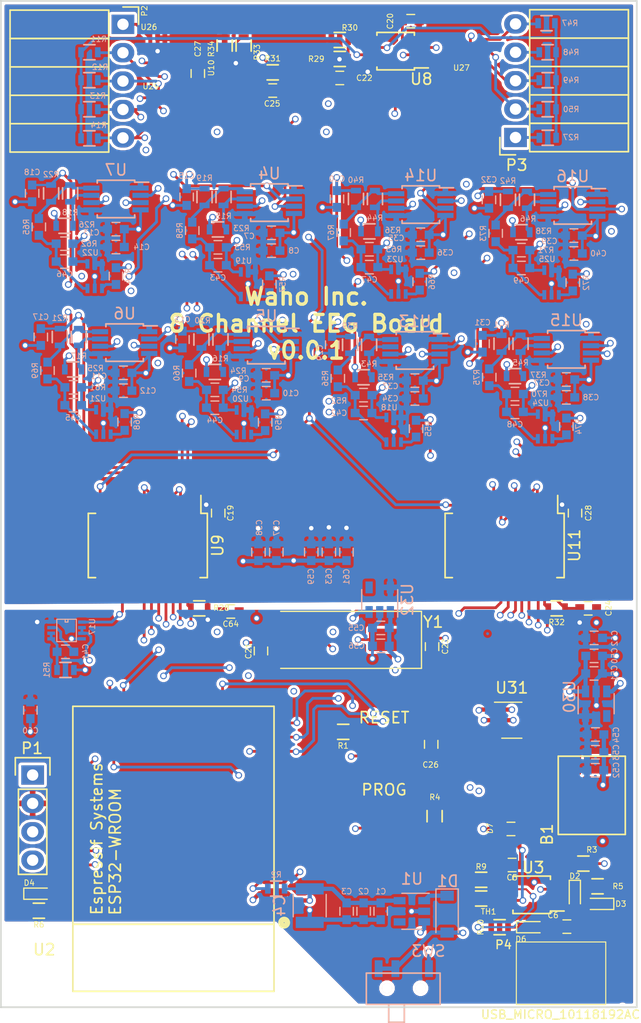
<source format=kicad_pcb>
(kicad_pcb (version 4) (host pcbnew 4.0.4-stable)
  (title_block (title "8 Channel EEG Wifi Board") (date 2017-05-01) (rev 0.0.1) (company Waho) (comment 1 "AJ Keller"))
  (layers (0 F.Cu signal) (1 In1.Cu signal) (2 In2.Cu signal) (31 B.Cu signal) (34 B.Paste user) (35 F.Paste user) (36 B.SilkS user) (37 F.SilkS user) (38 B.Mask user) (39 F.Mask user) (44 Edge.Cuts user))
  (net 0 "")
  (net 1 GNDA)
  (net 2 VDD)
  (net 3 "Net-(C16-Pad1)")
  (net 4 "Net-(C30-Pad1)")
  (net 5 +5V)
  (net 6 "Net-(D1-Pad1)")
  (net 7 "Net-(D3-Pad1)")
  (net 8 "Net-(D4-Pad1)")
  (net 9 "Net-(D6-Pad1)")
  (net 10 /TX_ESP)
  (net 11 /RX_ESP)
  (net 12 "Net-(R16-Pad1)")
  (net 13 "Net-(TH1-Pad1)")
  (net 14 "Net-(U2-Pad6)")
  (net 15 "Net-(P4-Pad2)")
  (net 16 "Net-(P4-Pad3)")
  (net 17 "Net-(P4-Pad4)")
  (net 18 RAW)
  (net 19 +3V3)
  (net 20 VAA)
  (net 21 "Net-(C15-Pad2)")
  (net 22 "Net-(C17-Pad1)")
  (net 23 "Net-(C18-Pad1)")
  (net 24 "Net-(C21-Pad2)")
  (net 25 "Net-(C22-Pad1)")
  (net 26 "Net-(C23-Pad2)")
  (net 27 "Net-(C25-Pad1)")
  (net 28 D_G)
  (net 29 "Net-(C27-Pad1)")
  (net 30 "Net-(C29-Pad2)")
  (net 31 "Net-(C31-Pad1)")
  (net 32 "Net-(C32-Pad1)")
  (net 33 "Net-(C41-Pad1)")
  (net 34 "Net-(C41-Pad2)")
  (net 35 "Net-(C42-Pad1)")
  (net 36 REF_5)
  (net 37 "Net-(C43-Pad1)")
  (net 38 REF_1)
  (net 39 "Net-(C44-Pad1)")
  (net 40 REF_2)
  (net 41 "Net-(C45-Pad1)")
  (net 42 REF_3)
  (net 43 "Net-(C46-Pad1)")
  (net 44 REF_4)
  (net 45 "Net-(C47-Pad1)")
  (net 46 REF_6)
  (net 47 "Net-(C48-Pad1)")
  (net 48 REF_7)
  (net 49 "Net-(C49-Pad1)")
  (net 50 REF_8)
  (net 51 V_IN)
  (net 52 V_BATT)
  (net 53 "Net-(D2-Pad1)")
  (net 54 "Net-(D4-Pad2)")
  (net 55 1_IN)
  (net 56 2_IN)
  (net 57 3_IN)
  (net 58 4_IN)
  (net 59 REF)
  (net 60 8_IN)
  (net 61 7_IN)
  (net 62 6_IN)
  (net 63 5_IN)
  (net 64 "Net-(R3-Pad2)")
  (net 65 "Net-(R4-Pad1)")
  (net 66 "Net-(R5-Pad2)")
  (net 67 "Net-(R9-Pad1)")
  (net 68 "Net-(R10-Pad2)")
  (net 69 I_BIAS)
  (net 70 "Net-(R15-Pad1)")
  (net 71 OUT_1)
  (net 72 OUT_2)
  (net 73 "Net-(R17-Pad1)")
  (net 74 OUT_3)
  (net 75 "Net-(R18-Pad1)")
  (net 76 OUT_4)
  (net 77 V_REF)
  (net 78 MCP_RST)
  (net 79 "Net-(R35-Pad1)")
  (net 80 "Net-(R36-Pad1)")
  (net 81 "Net-(R37-Pad2)")
  (net 82 "Net-(R38-Pad2)")
  (net 83 OUT_5)
  (net 84 OUT_6)
  (net 85 OUT_7)
  (net 86 OUT_8)
  (net 87 "Net-(R55-Pad2)")
  (net 88 "Net-(R57-Pad2)")
  (net 89 "Net-(R59-Pad2)")
  (net 90 "Net-(R64-Pad2)")
  (net 91 "Net-(R66-Pad2)")
  (net 92 "Net-(R68-Pad2)")
  (net 93 "Net-(R72-Pad2)")
  (net 94 "Net-(R74-Pad2)")
  (net 95 "Net-(U1-Pad4)")
  (net 96 "Net-(U2-Pad4)")
  (net 97 "Net-(U2-Pad5)")
  (net 98 "Net-(U2-Pad7)")
  (net 99 MCP1_SS)
  (net 100 MISO)
  (net 101 MCP2_SS)
  (net 102 DRDY)
  (net 103 MOSI)
  (net 104 SCK)
  (net 105 MCP_DRDY)
  (net 106 V_ENABLE)
  (net 107 "Net-(U30-Pad4)")
  (net 108 "Net-(U31-Pad4)")
  (net 109 "Net-(U31-Pad5)")
  (net 110 "Net-(U32-Pad4)")
  (net 111 "Net-(U26-Pad6)")
  (net 112 "Net-(U27-Pad6)")
  (net 113 "Net-(U29-Pad6)")
  (net 114 /AFE_Ganglion/REFIN+)
  (net 115 "Net-(U11-Pad18)")
  (net 116 "Net-(C26-Pad1)")
  (net 117 "Net-(R1-Pad1)")
  (net 118 "Net-(SW2-Pad3)")
  (net 119 "Net-(U2-Pad36)")
  (net 120 "Net-(U2-Pad33)")
  (net 121 "Net-(U2-Pad32)")
  (net 122 "Net-(U2-Pad31)")
  (net 123 "Net-(U2-Pad30)")
  (net 124 "Net-(U2-Pad29)")
  (net 125 "Net-(U2-Pad27)")
  (net 126 "Net-(U2-Pad26)")
  (net 127 "Net-(U2-Pad22)")
  (net 128 "Net-(U2-Pad21)")
  (net 129 "Net-(U2-Pad20)")
  (net 130 "Net-(U2-Pad19)")
  (net 131 "Net-(U2-Pad18)")
  (net 132 "Net-(U2-Pad17)")
  (net 133 "Net-(U2-Pad11)")
  (net 134 "Net-(U2-Pad10)")
  (net 135 "Net-(U2-Pad9)")
  (net 136 "Net-(U2-Pad8)")
  (module OpenBCI:JST_RA_SMT (layer F.Cu) (at 93.5482 100.076 90)
    (fp_text reference B1 (at -1 -5 270) (layer F.SilkS))
    (fp_text value JS_2_Battery)
    (pad 2 smd rect (at 3.6 -3.8 90) (size 1 3.5) (layers F.Cu F.Paste F.Mask) (net 1 GNDA))
    (pad 1 smd rect (at 1.6 -3.8 90) (size 1 3.5) (layers F.Cu F.Paste F.Mask) (net 18 RAW))
    (pad 4 smd rect (at 5.2 0 90) (size 1.5 3.4) (layers F.Cu F.Paste F.Mask) (net 1 GNDA))
    (pad 3 smd rect (at 0 0 90) (size 1.5 3.4) (layers F.Cu F.Paste F.Mask) (net 1 GNDA))
  )
  (module Capacitors_SMD:C_0603 (layer B.Cu) (at 73.66 107.95 270)
    (fp_text reference C1 (at -1.778 0 540) (layer B.SilkS) (effects (font (size 0.5 0.5) (thickness 0.08)) (justify mirror)))
    (fp_text value 0.1uF)
    (pad 1 smd rect (at -0.75 0 270) (size 0.8 0.75) (layers B.Cu B.Paste B.Mask) (net 19 +3V3))
    (pad 2 smd rect (at 0.75 0 270) (size 0.8 0.75) (layers B.Cu B.Paste B.Mask) (net 1 GNDA))
  )
  (module Capacitors_SMD:C_0603 (layer B.Cu) (at 72.136 107.95 270)
    (fp_text reference C2 (at -1.778 0 540) (layer B.SilkS) (effects (font (size 0.5 0.5) (thickness 0.08)) (justify mirror)))
    (fp_text value 1uF)
    (pad 1 smd rect (at -0.75 0 270) (size 0.8 0.75) (layers B.Cu B.Paste B.Mask) (net 19 +3V3))
    (pad 2 smd rect (at 0.75 0 270) (size 0.8 0.75) (layers B.Cu B.Paste B.Mask) (net 1 GNDA))
  )
  (module Capacitors_SMD:C_0603 (layer B.Cu) (at 70.612 107.95 270)
    (fp_text reference C3 (at -1.778 0 540) (layer B.SilkS) (effects (font (size 0.5 0.5) (thickness 0.08)) (justify mirror)))
    (fp_text value 10uF)
    (pad 1 smd rect (at -0.75 0 270) (size 0.8 0.75) (layers B.Cu B.Paste B.Mask) (net 19 +3V3))
    (pad 2 smd rect (at 0.75 0 270) (size 0.8 0.75) (layers B.Cu B.Paste B.Mask) (net 1 GNDA))
  )
  (module Capacitors_SMD:C_1210 (layer B.Cu) (at 67.31 107.442 270)
    (fp_text reference C4 (at 0 2.7 270) (layer B.SilkS) (effects (justify mirror)))
    (fp_text value 100uF)
    (pad 1 smd rect (at -1.5 0 270) (size 1 2.5) (layers B.Cu B.Paste B.Mask) (net 19 +3V3))
    (pad 2 smd rect (at 1.5 0 270) (size 1 2.5) (layers B.Cu B.Paste B.Mask) (net 1 GNDA))
  )
  (module Capacitors_SMD:C_0603 (layer F.Cu) (at 85.4202 103.8098 180)
    (fp_text reference C5 (at 0 -1.1176 360) (layer F.SilkS) (effects (font (size 0.5 0.5) (thickness 0.08))))
    (fp_text value 10uF)
    (pad 1 smd rect (at -0.75 0 180) (size 0.8 0.75) (layers F.Cu F.Paste F.Mask) (net 18 RAW))
    (pad 2 smd rect (at 0.75 0 180) (size 0.8 0.75) (layers F.Cu F.Paste F.Mask) (net 1 GNDA))
  )
  (module Capacitors_SMD:C_0603 (layer F.Cu) (at 90.3224 109.3216)
    (fp_text reference C6 (at -1.2374 -1.0146) (layer F.SilkS) (effects (font (size 0.5 0.5) (thickness 0.08))))
    (fp_text value 10uF)
    (pad 1 smd rect (at -0.75 0) (size 0.8 0.75) (layers F.Cu F.Paste F.Mask) (net 5 +5V))
    (pad 2 smd rect (at 0.75 0) (size 0.8 0.75) (layers F.Cu F.Paste F.Mask) (net 1 GNDA))
  )
  (module Capacitors_SMD:C_0603 (layer B.Cu) (at 63.9 47.25)
    (fp_text reference C7 (at -2 0.3 180) (layer B.SilkS) (effects (font (size 0.5 0.5) (thickness 0.08)) (justify mirror)))
    (fp_text value 0.1uF hide)
    (pad 1 smd rect (at -0.75 0) (size 0.8 0.75) (layers B.Cu B.Paste B.Mask) (net 20 VAA))
    (pad 2 smd rect (at 0.75 0) (size 0.8 0.75) (layers B.Cu B.Paste B.Mask) (net 1 GNDA))
  )
  (module Capacitors_SMD:C_0603 (layer B.Cu) (at 63.9 48.85)
    (fp_text reference C8 (at 2 0 180) (layer B.SilkS) (effects (font (size 0.5 0.5) (thickness 0.08)) (justify mirror)))
    (fp_text value 0.1uF hide)
    (pad 1 smd rect (at -0.75 0) (size 0.8 0.75) (layers B.Cu B.Paste B.Mask) (net 20 VAA))
    (pad 2 smd rect (at 0.75 0) (size 0.8 0.75) (layers B.Cu B.Paste B.Mask) (net 1 GNDA))
  )
  (module Capacitors_SMD:C_0603 (layer B.Cu) (at 63.425 60)
    (fp_text reference C9 (at -2 0.3 180) (layer B.SilkS) (effects (font (size 0.5 0.5) (thickness 0.08)) (justify mirror)))
    (fp_text value 0.1uF hide)
    (pad 1 smd rect (at -0.75 0) (size 0.8 0.75) (layers B.Cu B.Paste B.Mask) (net 20 VAA))
    (pad 2 smd rect (at 0.75 0) (size 0.8 0.75) (layers B.Cu B.Paste B.Mask) (net 1 GNDA))
  )
  (module Capacitors_SMD:C_0603 (layer B.Cu) (at 63.425 61.6)
    (fp_text reference C10 (at 2.2 0 180) (layer B.SilkS) (effects (font (size 0.5 0.5) (thickness 0.08)) (justify mirror)))
    (fp_text value 0.1uF hide)
    (pad 1 smd rect (at -0.75 0) (size 0.8 0.75) (layers B.Cu B.Paste B.Mask) (net 20 VAA))
    (pad 2 smd rect (at 0.75 0) (size 0.8 0.75) (layers B.Cu B.Paste B.Mask) (net 1 GNDA))
  )
  (module Capacitors_SMD:C_0603 (layer B.Cu) (at 50.65 59.775)
    (fp_text reference C11 (at -2.2 0.3 180) (layer B.SilkS) (effects (font (size 0.5 0.5) (thickness 0.08)) (justify mirror)))
    (fp_text value 0.1uF hide)
    (pad 1 smd rect (at -0.75 0) (size 0.8 0.75) (layers B.Cu B.Paste B.Mask) (net 20 VAA))
    (pad 2 smd rect (at 0.75 0) (size 0.8 0.75) (layers B.Cu B.Paste B.Mask) (net 1 GNDA))
  )
  (module Capacitors_SMD:C_0603 (layer B.Cu) (at 50.65 61.375)
    (fp_text reference C12 (at 2.2 0 180) (layer B.SilkS) (effects (font (size 0.5 0.5) (thickness 0.08)) (justify mirror)))
    (fp_text value 0.1uF hide)
    (pad 1 smd rect (at -0.75 0) (size 0.8 0.75) (layers B.Cu B.Paste B.Mask) (net 20 VAA))
    (pad 2 smd rect (at 0.75 0) (size 0.8 0.75) (layers B.Cu B.Paste B.Mask) (net 1 GNDA))
  )
  (module Capacitors_SMD:C_0603 (layer B.Cu) (at 49.975 46.925)
    (fp_text reference C13 (at -2.2 0.3 180) (layer B.SilkS) (effects (font (size 0.5 0.5) (thickness 0.08)) (justify mirror)))
    (fp_text value 0.1uF hide)
    (pad 1 smd rect (at -0.75 0) (size 0.8 0.75) (layers B.Cu B.Paste B.Mask) (net 20 VAA))
    (pad 2 smd rect (at 0.75 0) (size 0.8 0.75) (layers B.Cu B.Paste B.Mask) (net 1 GNDA))
  )
  (module Capacitors_SMD:C_0603 (layer B.Cu) (at 49.975 48.525)
    (fp_text reference C14 (at 2.3 0 180) (layer B.SilkS) (effects (font (size 0.5 0.5) (thickness 0.08)) (justify mirror)))
    (fp_text value 0.1uF hide)
    (pad 1 smd rect (at -0.75 0) (size 0.8 0.75) (layers B.Cu B.Paste B.Mask) (net 20 VAA))
    (pad 2 smd rect (at 0.75 0) (size 0.8 0.75) (layers B.Cu B.Paste B.Mask) (net 1 GNDA))
  )
  (module Capacitors_SMD:C_0603 (layer B.Cu) (at 56.3 44.05 90)
    (fp_text reference C15 (at 1.9 0 360) (layer B.SilkS) (effects (font (size 0.5 0.5) (thickness 0.08)) (justify mirror)))
    (fp_text value 1uF)
    (pad 1 smd rect (at -0.75 0 90) (size 0.8 0.75) (layers B.Cu B.Paste B.Mask) (net 1 GNDA))
    (pad 2 smd rect (at 0.75 0 90) (size 0.8 0.75) (layers B.Cu B.Paste B.Mask) (net 21 "Net-(C15-Pad2)"))
  )
  (module Capacitors_SMD:C_0603 (layer B.Cu) (at 55.925 56.8 270)
    (fp_text reference C16 (at -1.8 0 540) (layer B.SilkS) (effects (font (size 0.5 0.5) (thickness 0.08)) (justify mirror)))
    (fp_text value 1uF)
    (pad 1 smd rect (at -0.75 0 270) (size 0.8 0.75) (layers B.Cu B.Paste B.Mask) (net 3 "Net-(C16-Pad1)"))
    (pad 2 smd rect (at 0.75 0 270) (size 0.8 0.75) (layers B.Cu B.Paste B.Mask) (net 1 GNDA))
  )
  (module Capacitors_SMD:C_0603 (layer B.Cu) (at 43.25 56.575 270)
    (fp_text reference C17 (at -1.8 0 540) (layer B.SilkS) (effects (font (size 0.5 0.5) (thickness 0.08)) (justify mirror)))
    (fp_text value 1uF)
    (pad 1 smd rect (at -0.75 0 270) (size 0.8 0.75) (layers B.Cu B.Paste B.Mask) (net 22 "Net-(C17-Pad1)"))
    (pad 2 smd rect (at 0.75 0 270) (size 0.8 0.75) (layers B.Cu B.Paste B.Mask) (net 1 GNDA))
  )
  (module Capacitors_SMD:C_0603 (layer B.Cu) (at 42.475 43.725 270)
    (fp_text reference C18 (at -1.9 0 540) (layer B.SilkS) (effects (font (size 0.5 0.5) (thickness 0.08)) (justify mirror)))
    (fp_text value 1uF)
    (pad 1 smd rect (at -0.75 0 270) (size 0.8 0.75) (layers B.Cu B.Paste B.Mask) (net 23 "Net-(C18-Pad1)"))
    (pad 2 smd rect (at 0.75 0 270) (size 0.8 0.75) (layers B.Cu B.Paste B.Mask) (net 1 GNDA))
  )
  (module Capacitors_SMD:C_0603 (layer F.Cu) (at 59.125 72.325 90)
    (fp_text reference C19 (at 0 1.1 270) (layer F.SilkS) (effects (font (size 0.5 0.5) (thickness 0.08))))
    (fp_text value 0.1uF)
    (pad 1 smd rect (at -0.75 0 90) (size 0.8 0.75) (layers F.Cu F.Paste F.Mask) (net 1 GNDA))
    (pad 2 smd rect (at 0.75 0 90) (size 0.8 0.75) (layers F.Cu F.Paste F.Mask) (net 20 VAA))
  )
  (module Capacitors_SMD:C_0603 (layer F.Cu) (at 76.35 28.32)
    (fp_text reference C20 (at -1.84 0 270) (layer F.SilkS) (effects (font (size 0.5 0.5) (thickness 0.08))))
    (fp_text value 0.1uF)
    (pad 1 smd rect (at -0.75 0) (size 0.8 0.75) (layers F.Cu F.Paste F.Mask) (net 114 /AFE_Ganglion/REFIN+))
    (pad 2 smd rect (at 0.75 0) (size 0.8 0.75) (layers F.Cu F.Paste F.Mask) (net 1 GNDA))
  )
  (module Capacitors_SMD:C_0603 (layer F.Cu) (at 62.95 84.66 90)
    (fp_text reference C21 (at 0 -1.1176 270) (layer F.SilkS) (effects (font (size 0.5 0.5) (thickness 0.08))))
    (fp_text value 18pF)
    (pad 1 smd rect (at -0.75 0 90) (size 0.8 0.75) (layers F.Cu F.Paste F.Mask) (net 1 GNDA))
    (pad 2 smd rect (at 0.75 0 90) (size 0.8 0.75) (layers F.Cu F.Paste F.Mask) (net 24 "Net-(C21-Pad2)"))
  )
  (module Capacitors_SMD:C_0603 (layer F.Cu) (at 70 33.4 180)
    (fp_text reference C22 (at -2.2 0 360) (layer F.SilkS) (effects (font (size 0.5 0.5) (thickness 0.08))))
    (fp_text value 1uF hide)
    (pad 1 smd rect (at -0.75 0 180) (size 0.8 0.75) (layers F.Cu F.Paste F.Mask) (net 25 "Net-(C22-Pad1)"))
    (pad 2 smd rect (at 0.75 0 180) (size 0.8 0.75) (layers F.Cu F.Paste F.Mask) (net 1 GNDA))
  )
  (module Capacitors_SMD:C_0603 (layer F.Cu) (at 78.26 84.27 90)
    (fp_text reference C23 (at 0.025 1.175 270) (layer F.SilkS) (effects (font (size 0.5 0.5) (thickness 0.08))))
    (fp_text value 18pF)
    (pad 1 smd rect (at -0.75 0 90) (size 0.8 0.75) (layers F.Cu F.Paste F.Mask) (net 1 GNDA))
    (pad 2 smd rect (at 0.75 0 90) (size 0.8 0.75) (layers F.Cu F.Paste F.Mask) (net 26 "Net-(C23-Pad2)"))
  )
  (module Capacitors_SMD:C_0603 (layer F.Cu) (at 92.2274 80.8482 180)
    (fp_text reference C24 (at -1.83 0.02 270) (layer F.SilkS) (effects (font (size 0.5 0.5) (thickness 0.08))))
    (fp_text value 0.1uF)
    (pad 1 smd rect (at -0.75 0 180) (size 0.8 0.75) (layers F.Cu F.Paste F.Mask) (net 1 GNDA))
    (pad 2 smd rect (at 0.75 0 180) (size 0.8 0.75) (layers F.Cu F.Paste F.Mask) (net 2 VDD))
  )
  (module Capacitors_SMD:C_0603 (layer F.Cu) (at 64 34.525)
    (fp_text reference C25 (at -0.05 1.175 180) (layer F.SilkS) (effects (font (size 0.5 0.5) (thickness 0.08))))
    (fp_text value 1uF)
    (pad 1 smd rect (at -0.75 0) (size 0.8 0.75) (layers F.Cu F.Paste F.Mask) (net 27 "Net-(C25-Pad1)"))
    (pad 2 smd rect (at 0.75 0) (size 0.8 0.75) (layers F.Cu F.Paste F.Mask) (net 28 D_G))
  )
  (module Capacitors_SMD:C_0603 (layer F.Cu) (at 57.3 33 270)
    (fp_text reference C27 (at -2.2 0 450) (layer F.SilkS) (effects (font (size 0.5 0.5) (thickness 0.08))))
    (fp_text value 1uF hide)
    (pad 1 smd rect (at -0.75 0 270) (size 0.8 0.75) (layers F.Cu F.Paste F.Mask) (net 29 "Net-(C27-Pad1)"))
    (pad 2 smd rect (at 0.75 0 270) (size 0.8 0.75) (layers F.Cu F.Paste F.Mask) (net 1 GNDA))
  )
  (module Capacitors_SMD:C_0603 (layer F.Cu) (at 91.05 72.325 90)
    (fp_text reference C28 (at 0 1.2 270) (layer F.SilkS) (effects (font (size 0.5 0.5) (thickness 0.08))))
    (fp_text value 0.1uF)
    (pad 1 smd rect (at -0.75 0 90) (size 0.8 0.75) (layers F.Cu F.Paste F.Mask) (net 1 GNDA))
    (pad 2 smd rect (at 0.75 0 90) (size 0.8 0.75) (layers F.Cu F.Paste F.Mask) (net 20 VAA))
  )
  (module Capacitors_SMD:C_0603 (layer B.Cu) (at 69.325 57.275 90)
    (fp_text reference C29 (at -0.7 -1.1 270) (layer B.SilkS) (effects (font (size 0.5 0.5) (thickness 0.08)) (justify mirror)))
    (fp_text value 1uF)
    (pad 1 smd rect (at -0.75 0 90) (size 0.8 0.75) (layers B.Cu B.Paste B.Mask) (net 1 GNDA))
    (pad 2 smd rect (at 0.75 0 90) (size 0.8 0.75) (layers B.Cu B.Paste B.Mask) (net 30 "Net-(C29-Pad2)"))
  )
  (module Capacitors_SMD:C_0603 (layer B.Cu) (at 69.75 44.225 270)
    (fp_text reference C30 (at -1.8 0 540) (layer B.SilkS) (effects (font (size 0.5 0.5) (thickness 0.08)) (justify mirror)))
    (fp_text value 1uF)
    (pad 1 smd rect (at -0.75 0 270) (size 0.8 0.75) (layers B.Cu B.Paste B.Mask) (net 4 "Net-(C30-Pad1)"))
    (pad 2 smd rect (at 0.75 0 270) (size 0.8 0.75) (layers B.Cu B.Paste B.Mask) (net 1 GNDA))
  )
  (module Capacitors_SMD:C_0603 (layer B.Cu) (at 82.775 57.175 270)
    (fp_text reference C31 (at -1.9 0 540) (layer B.SilkS) (effects (font (size 0.5 0.5) (thickness 0.08)) (justify mirror)))
    (fp_text value 1uF)
    (pad 1 smd rect (at -0.75 0 270) (size 0.8 0.75) (layers B.Cu B.Paste B.Mask) (net 31 "Net-(C31-Pad1)"))
    (pad 2 smd rect (at 0.75 0 270) (size 0.8 0.75) (layers B.Cu B.Paste B.Mask) (net 1 GNDA))
  )
  (module Capacitors_SMD:C_0603 (layer B.Cu) (at 83.35 44.3 270)
    (fp_text reference C32 (at -1.8 0 540) (layer B.SilkS) (effects (font (size 0.5 0.5) (thickness 0.08)) (justify mirror)))
    (fp_text value 1uF)
    (pad 1 smd rect (at -0.75 0 270) (size 0.8 0.75) (layers B.Cu B.Paste B.Mask) (net 32 "Net-(C32-Pad1)"))
    (pad 2 smd rect (at 0.75 0 270) (size 0.8 0.75) (layers B.Cu B.Paste B.Mask) (net 1 GNDA))
  )
  (module Capacitors_SMD:C_0603 (layer B.Cu) (at 76.725 60.475)
    (fp_text reference C33 (at -2.2 0.5 180) (layer B.SilkS) (effects (font (size 0.5 0.5) (thickness 0.08)) (justify mirror)))
    (fp_text value 0.1uF)
    (pad 1 smd rect (at -0.75 0) (size 0.8 0.75) (layers B.Cu B.Paste B.Mask) (net 20 VAA))
    (pad 2 smd rect (at 0.75 0) (size 0.8 0.75) (layers B.Cu B.Paste B.Mask) (net 1 GNDA))
  )
  (module Capacitors_SMD:C_0603 (layer B.Cu) (at 76.725 62.075)
    (fp_text reference C34 (at -2.2 0 180) (layer B.SilkS) (effects (font (size 0.5 0.5) (thickness 0.08)) (justify mirror)))
    (fp_text value 0.1uF)
    (pad 1 smd rect (at -0.75 0) (size 0.8 0.75) (layers B.Cu B.Paste B.Mask) (net 20 VAA))
    (pad 2 smd rect (at 0.75 0) (size 0.8 0.75) (layers B.Cu B.Paste B.Mask) (net 1 GNDA))
  )
  (module Capacitors_SMD:C_0603 (layer B.Cu) (at 77.25 47.425)
    (fp_text reference C35 (at -2.2 0.3 180) (layer B.SilkS) (effects (font (size 0.5 0.5) (thickness 0.08)) (justify mirror)))
    (fp_text value 0.1uF)
    (pad 1 smd rect (at -0.75 0) (size 0.8 0.75) (layers B.Cu B.Paste B.Mask) (net 20 VAA))
    (pad 2 smd rect (at 0.75 0) (size 0.8 0.75) (layers B.Cu B.Paste B.Mask) (net 1 GNDA))
  )
  (module Capacitors_SMD:C_0603 (layer B.Cu) (at 77.25 49.025)
    (fp_text reference C36 (at 2.2 0 180) (layer B.SilkS) (effects (font (size 0.5 0.5) (thickness 0.08)) (justify mirror)))
    (fp_text value 0.1uF)
    (pad 1 smd rect (at -0.75 0) (size 0.8 0.75) (layers B.Cu B.Paste B.Mask) (net 20 VAA))
    (pad 2 smd rect (at 0.75 0) (size 0.8 0.75) (layers B.Cu B.Paste B.Mask) (net 1 GNDA))
  )
  (module Capacitors_SMD:C_0603 (layer B.Cu) (at 90.275 60.375)
    (fp_text reference C37 (at -2.2 0.3 180) (layer B.SilkS) (effects (font (size 0.5 0.5) (thickness 0.08)) (justify mirror)))
    (fp_text value 0.1uF)
    (pad 1 smd rect (at -0.75 0) (size 0.8 0.75) (layers B.Cu B.Paste B.Mask) (net 20 VAA))
    (pad 2 smd rect (at 0.75 0) (size 0.8 0.75) (layers B.Cu B.Paste B.Mask) (net 1 GNDA))
  )
  (module Capacitors_SMD:C_0603 (layer B.Cu) (at 90.275 61.975)
    (fp_text reference C38 (at 2.2 0 180) (layer B.SilkS) (effects (font (size 0.5 0.5) (thickness 0.08)) (justify mirror)))
    (fp_text value 0.1uF)
    (pad 1 smd rect (at -0.75 0) (size 0.8 0.75) (layers B.Cu B.Paste B.Mask) (net 20 VAA))
    (pad 2 smd rect (at 0.75 0) (size 0.8 0.75) (layers B.Cu B.Paste B.Mask) (net 1 GNDA))
  )
  (module Capacitors_SMD:C_0603 (layer B.Cu) (at 90.95 47.5)
    (fp_text reference C39 (at -2.2 0.5 180) (layer B.SilkS) (effects (font (size 0.5 0.5) (thickness 0.08)) (justify mirror)))
    (fp_text value 0.1uF)
    (pad 1 smd rect (at -0.75 0) (size 0.8 0.75) (layers B.Cu B.Paste B.Mask) (net 20 VAA))
    (pad 2 smd rect (at 0.75 0) (size 0.8 0.75) (layers B.Cu B.Paste B.Mask) (net 1 GNDA))
  )
  (module Capacitors_SMD:C_0603 (layer B.Cu) (at 90.95 49.1)
    (fp_text reference C40 (at 2.2 0 180) (layer B.SilkS) (effects (font (size 0.5 0.5) (thickness 0.08)) (justify mirror)))
    (fp_text value 0.1uF)
    (pad 1 smd rect (at -0.75 0) (size 0.8 0.75) (layers B.Cu B.Paste B.Mask) (net 20 VAA))
    (pad 2 smd rect (at 0.75 0) (size 0.8 0.75) (layers B.Cu B.Paste B.Mask) (net 1 GNDA))
  )
  (module Capacitors_SMD:C_0603 (layer B.Cu) (at 45.457813 84.735676 180)
    (fp_text reference C41 (at -1.8 0 270) (layer B.SilkS) (effects (font (size 0.5 0.5) (thickness 0.08)) (justify mirror)))
    (fp_text value 0.01uF)
    (pad 1 smd rect (at -0.75 0 180) (size 0.8 0.75) (layers B.Cu B.Paste B.Mask) (net 33 "Net-(C41-Pad1)"))
    (pad 2 smd rect (at 0.75 0 180) (size 0.8 0.75) (layers B.Cu B.Paste B.Mask) (net 34 "Net-(C41-Pad2)"))
  )
  (module Capacitors_SMD:C_0603 (layer B.Cu) (at 72.125 63.375)
    (fp_text reference C42 (at -2.2 0 180) (layer B.SilkS) (effects (font (size 0.5 0.5) (thickness 0.08)) (justify mirror)))
    (fp_text value 3.3uF)
    (pad 1 smd rect (at -0.75 0) (size 0.8 0.75) (layers B.Cu B.Paste B.Mask) (net 35 "Net-(C42-Pad1)"))
    (pad 2 smd rect (at 0.75 0) (size 0.8 0.75) (layers B.Cu B.Paste B.Mask) (net 36 REF_5))
  )
  (module Capacitors_SMD:C_0603 (layer B.Cu) (at 59.1 50.15)
    (fp_text reference C43 (at 0 1.1176 180) (layer B.SilkS) (effects (font (size 0.5 0.5) (thickness 0.08)) (justify mirror)))
    (fp_text value 3.3uF)
    (pad 1 smd rect (at -0.75 0) (size 0.8 0.75) (layers B.Cu B.Paste B.Mask) (net 37 "Net-(C43-Pad1)"))
    (pad 2 smd rect (at 0.75 0) (size 0.8 0.75) (layers B.Cu B.Paste B.Mask) (net 38 REF_1))
  )
  (module Capacitors_SMD:C_0603 (layer B.Cu) (at 58.825 62.9)
    (fp_text reference C44 (at 0 1.1176 180) (layer B.SilkS) (effects (font (size 0.5 0.5) (thickness 0.08)) (justify mirror)))
    (fp_text value 3.3uF)
    (pad 1 smd rect (at -0.75 0) (size 0.8 0.75) (layers B.Cu B.Paste B.Mask) (net 39 "Net-(C44-Pad1)"))
    (pad 2 smd rect (at 0.75 0) (size 0.8 0.75) (layers B.Cu B.Paste B.Mask) (net 40 REF_2))
  )
  (module Capacitors_SMD:C_0603 (layer B.Cu) (at 46.15 62.675)
    (fp_text reference C45 (at 0 1.1176 180) (layer B.SilkS) (effects (font (size 0.5 0.5) (thickness 0.08)) (justify mirror)))
    (fp_text value 3.3uF)
    (pad 1 smd rect (at -0.75 0) (size 0.8 0.75) (layers B.Cu B.Paste B.Mask) (net 41 "Net-(C45-Pad1)"))
    (pad 2 smd rect (at 0.75 0) (size 0.8 0.75) (layers B.Cu B.Paste B.Mask) (net 42 REF_3))
  )
  (module Capacitors_SMD:C_0603 (layer B.Cu) (at 45.375 49.825)
    (fp_text reference C46 (at 0 1.1176 180) (layer B.SilkS) (effects (font (size 0.5 0.5) (thickness 0.08)) (justify mirror)))
    (fp_text value 3.3uF)
    (pad 1 smd rect (at -0.75 0) (size 0.8 0.75) (layers B.Cu B.Paste B.Mask) (net 43 "Net-(C46-Pad1)"))
    (pad 2 smd rect (at 0.75 0) (size 0.8 0.75) (layers B.Cu B.Paste B.Mask) (net 44 REF_4))
  )
  (module Capacitors_SMD:C_0603 (layer B.Cu) (at 72.65 50.325)
    (fp_text reference C47 (at 0 1.1176 180) (layer B.SilkS) (effects (font (size 0.5 0.5) (thickness 0.08)) (justify mirror)))
    (fp_text value 3.3uF)
    (pad 1 smd rect (at -0.75 0) (size 0.8 0.75) (layers B.Cu B.Paste B.Mask) (net 45 "Net-(C47-Pad1)"))
    (pad 2 smd rect (at 0.75 0) (size 0.8 0.75) (layers B.Cu B.Paste B.Mask) (net 46 REF_6))
  )
  (module Capacitors_SMD:C_0603 (layer B.Cu) (at 85.675 63.275)
    (fp_text reference C48 (at 0 1.1176 180) (layer B.SilkS) (effects (font (size 0.5 0.5) (thickness 0.08)) (justify mirror)))
    (fp_text value 3.3uF)
    (pad 1 smd rect (at -0.75 0) (size 0.8 0.75) (layers B.Cu B.Paste B.Mask) (net 47 "Net-(C48-Pad1)"))
    (pad 2 smd rect (at 0.75 0) (size 0.8 0.75) (layers B.Cu B.Paste B.Mask) (net 48 REF_7))
  )
  (module Capacitors_SMD:C_0603 (layer B.Cu) (at 86.25 50.4)
    (fp_text reference C49 (at 0 1.1176 180) (layer B.SilkS) (effects (font (size 0.5 0.5) (thickness 0.08)) (justify mirror)))
    (fp_text value 3.3uF)
    (pad 1 smd rect (at -0.75 0) (size 0.8 0.75) (layers B.Cu B.Paste B.Mask) (net 49 "Net-(C49-Pad1)"))
    (pad 2 smd rect (at 0.75 0) (size 0.8 0.75) (layers B.Cu B.Paste B.Mask) (net 50 REF_8))
  )
  (module Capacitors_SMD:C_0603 (layer B.Cu) (at 92.76 85.102 180)
    (fp_text reference C50 (at -1.82 0.02 450) (layer B.SilkS) (effects (font (size 0.5 0.5) (thickness 0.08)) (justify mirror)))
    (fp_text value 1uF)
    (pad 1 smd rect (at -0.75 0 180) (size 0.8 0.75) (layers B.Cu B.Paste B.Mask) (net 1 GNDA))
    (pad 2 smd rect (at 0.75 0 180) (size 0.8 0.75) (layers B.Cu B.Paste B.Mask) (net 51 V_IN))
  )
  (module Capacitors_SMD:C_0603 (layer B.Cu) (at 92.75 86.672 180)
    (fp_text reference C51 (at -1.82 0.03 450) (layer B.SilkS) (effects (font (size 0.5 0.5) (thickness 0.08)) (justify mirror)))
    (fp_text value 0.1uF)
    (pad 1 smd rect (at -0.75 0 180) (size 0.8 0.75) (layers B.Cu B.Paste B.Mask) (net 1 GNDA))
    (pad 2 smd rect (at 0.75 0 180) (size 0.8 0.75) (layers B.Cu B.Paste B.Mask) (net 51 V_IN))
  )
  (module Capacitors_SMD:C_0603 (layer B.Cu) (at 92.87 95.332 180)
    (fp_text reference C52 (at -1.87 0.01 450) (layer B.SilkS) (effects (font (size 0.5 0.5) (thickness 0.08)) (justify mirror)))
    (fp_text value 0.1uF)
    (pad 1 smd rect (at -0.75 0 180) (size 0.8 0.75) (layers B.Cu B.Paste B.Mask) (net 1 GNDA))
    (pad 2 smd rect (at 0.75 0 180) (size 0.8 0.75) (layers B.Cu B.Paste B.Mask) (net 2 VDD))
  )
  (module Capacitors_SMD:C_0603 (layer B.Cu) (at 92.88 93.722 180)
    (fp_text reference C53 (at -1.85 -0.02 450) (layer B.SilkS) (effects (font (size 0.5 0.5) (thickness 0.08)) (justify mirror)))
    (fp_text value 1uF)
    (pad 1 smd rect (at -0.75 0 180) (size 0.8 0.75) (layers B.Cu B.Paste B.Mask) (net 1 GNDA))
    (pad 2 smd rect (at 0.75 0 180) (size 0.8 0.75) (layers B.Cu B.Paste B.Mask) (net 2 VDD))
  )
  (module Capacitors_SMD:C_0603 (layer B.Cu) (at 92.88 92.132 180)
    (fp_text reference C54 (at -1.85 -0.04 450) (layer B.SilkS) (effects (font (size 0.5 0.5) (thickness 0.08)) (justify mirror)))
    (fp_text value 10uF)
    (pad 1 smd rect (at -0.75 0 180) (size 0.8 0.75) (layers B.Cu B.Paste B.Mask) (net 1 GNDA))
    (pad 2 smd rect (at 0.75 0 180) (size 0.8 0.75) (layers B.Cu B.Paste B.Mask) (net 2 VDD))
  )
  (module Capacitors_SMD:C_0603 (layer B.Cu) (at 73.675 82.6)
    (fp_text reference C55 (at -2.2 0 180) (layer B.SilkS) (effects (font (size 0.5 0.5) (thickness 0.08)) (justify mirror)))
    (fp_text value 1uF)
    (pad 1 smd rect (at -0.75 0) (size 0.8 0.75) (layers B.Cu B.Paste B.Mask) (net 1 GNDA))
    (pad 2 smd rect (at 0.75 0) (size 0.8 0.75) (layers B.Cu B.Paste B.Mask) (net 51 V_IN))
  )
  (module Capacitors_SMD:C_0603 (layer B.Cu) (at 73.675 84.2)
    (fp_text reference C56 (at -2.175 0 180) (layer B.SilkS) (effects (font (size 0.5 0.5) (thickness 0.08)) (justify mirror)))
    (fp_text value 0.1uF)
    (pad 1 smd rect (at -0.75 0) (size 0.8 0.75) (layers B.Cu B.Paste B.Mask) (net 1 GNDA))
    (pad 2 smd rect (at 0.75 0) (size 0.8 0.75) (layers B.Cu B.Paste B.Mask) (net 51 V_IN))
  )
  (module Capacitors_SMD:C_0603 (layer B.Cu) (at 64.325 75.825 270)
    (fp_text reference C57 (at -2.175 -0.025 450) (layer B.SilkS) (effects (font (size 0.5 0.5) (thickness 0.08)) (justify mirror)))
    (fp_text value 0.1uF)
    (pad 1 smd rect (at -0.75 0 270) (size 0.8 0.75) (layers B.Cu B.Paste B.Mask) (net 20 VAA))
    (pad 2 smd rect (at 0.75 0 270) (size 0.8 0.75) (layers B.Cu B.Paste B.Mask) (net 1 GNDA))
  )
  (module Capacitors_SMD:C_0603 (layer B.Cu) (at 62.725 75.825 270)
    (fp_text reference C58 (at -2.2 -0.075 450) (layer B.SilkS) (effects (font (size 0.5 0.5) (thickness 0.08)) (justify mirror)))
    (fp_text value 1uF)
    (pad 1 smd rect (at -0.75 0 270) (size 0.8 0.75) (layers B.Cu B.Paste B.Mask) (net 20 VAA))
    (pad 2 smd rect (at 0.75 0 270) (size 0.8 0.75) (layers B.Cu B.Paste B.Mask) (net 1 GNDA))
  )
  (module Capacitors_SMD:C_0603 (layer B.Cu) (at 67.45 75.825 90)
    (fp_text reference C59 (at -2.175 -0.025 270) (layer B.SilkS) (effects (font (size 0.5 0.5) (thickness 0.08)) (justify mirror)))
    (fp_text value 0.1uF)
    (pad 1 smd rect (at -0.75 0 90) (size 0.8 0.75) (layers B.Cu B.Paste B.Mask) (net 1 GNDA))
    (pad 2 smd rect (at 0.75 0 90) (size 0.8 0.75) (layers B.Cu B.Paste B.Mask) (net 20 VAA))
  )
  (module Capacitors_SMD:C_0603 (layer B.Cu) (at 42.3164 89.9668 270)
    (fp_text reference C60 (at 1.82 -0.01 540) (layer B.SilkS) (effects (font (size 0.5 0.5) (thickness 0.08)) (justify mirror)))
    (fp_text value 0.1uF)
    (pad 1 smd rect (at -0.75 0 270) (size 0.8 0.75) (layers B.Cu B.Paste B.Mask) (net 2 VDD))
    (pad 2 smd rect (at 0.75 0 270) (size 0.8 0.75) (layers B.Cu B.Paste B.Mask) (net 1 GNDA))
  )
  (module Capacitors_SMD:C_0603 (layer B.Cu) (at 70.6 75.825 90)
    (fp_text reference C61 (at -2.2 0 270) (layer B.SilkS) (effects (font (size 0.5 0.5) (thickness 0.08)) (justify mirror)))
    (fp_text value 1uF)
    (pad 1 smd rect (at -0.75 0 90) (size 0.8 0.75) (layers B.Cu B.Paste B.Mask) (net 1 GNDA))
    (pad 2 smd rect (at 0.75 0 90) (size 0.8 0.75) (layers B.Cu B.Paste B.Mask) (net 20 VAA))
  )
  (module Capacitors_SMD:C_0603 (layer B.Cu) (at 92.7608 83.4898)
    (fp_text reference C62 (at 1.83 0.03 270) (layer B.SilkS) (effects (font (size 0.5 0.5) (thickness 0.08)) (justify mirror)))
    (fp_text value 1uF)
    (pad 1 smd rect (at -0.75 0) (size 0.8 0.75) (layers B.Cu B.Paste B.Mask) (net 2 VDD))
    (pad 2 smd rect (at 0.75 0) (size 0.8 0.75) (layers B.Cu B.Paste B.Mask) (net 1 GNDA))
  )
  (module Capacitors_SMD:C_0603 (layer B.Cu) (at 69.025 75.825 90)
    (fp_text reference C63 (at -2.15 0 270) (layer B.SilkS) (effects (font (size 0.5 0.5) (thickness 0.08)) (justify mirror)))
    (fp_text value 10uF)
    (pad 1 smd rect (at -0.75 0 90) (size 0.8 0.75) (layers B.Cu B.Paste B.Mask) (net 1 GNDA))
    (pad 2 smd rect (at 0.75 0 90) (size 0.8 0.75) (layers B.Cu B.Paste B.Mask) (net 20 VAA))
  )
  (module Diodes_SMD:D_SOD-123 (layer B.Cu) (at 79.6036 108.204 270)
    (fp_text reference D1 (at -2.9464 -0.0508 360) (layer B.SilkS) (effects (justify mirror)))
    (fp_text value MBR120)
    (pad 1 smd rect (at -1.65 0 270) (size 0.9 1.2) (layers B.Cu B.Paste B.Mask) (net 6 "Net-(D1-Pad1)"))
    (pad 2 smd rect (at 1.65 0 270) (size 0.9 1.2) (layers B.Cu B.Paste B.Mask) (net 52 V_BATT))
  )
  (module LEDs:LED_0603 (layer F.Cu) (at 91.0336 106.4768 270)
    (fp_text reference D2 (at -1.6764 0 360) (layer F.SilkS) (effects (font (size 0.5 0.5) (thickness 0.08))))
    (fp_text value LED-DONE)
    (pad 2 smd rect (at 0.8 0 90) (size 0.8 0.8) (layers F.Cu F.Paste F.Mask) (net 5 +5V))
    (pad 1 smd rect (at -0.8 0 90) (size 0.8 0.8) (layers F.Cu F.Paste F.Mask) (net 53 "Net-(D2-Pad1)"))
  )
  (module LEDs:LED_0603 (layer F.Cu) (at 93.218 107.2896 180)
    (fp_text reference D3 (at -1.9304 0 180) (layer F.SilkS) (effects (font (size 0.5 0.5) (thickness 0.08))))
    (fp_text value LED-CRG)
    (pad 2 smd rect (at 0.8 0) (size 0.8 0.8) (layers F.Cu F.Paste F.Mask) (net 5 +5V))
    (pad 1 smd rect (at -0.8 0) (size 0.8 0.8) (layers F.Cu F.Paste F.Mask) (net 7 "Net-(D3-Pad1)"))
  )
  (module LEDs:LED_0603 (layer F.Cu) (at 43.0276 106.3752)
    (fp_text reference D4 (at -0.8128 -0.9652) (layer F.SilkS) (effects (font (size 0.5 0.5) (thickness 0.08))))
    (fp_text value LED)
    (pad 2 smd rect (at 0.8 0 180) (size 0.8 0.8) (layers F.Cu F.Paste F.Mask) (net 54 "Net-(D4-Pad2)"))
    (pad 1 smd rect (at -0.8 0 180) (size 0.8 0.8) (layers F.Cu F.Paste F.Mask) (net 8 "Net-(D4-Pad1)"))
  )
  (module LEDs:LED_0603 (layer F.Cu) (at 87.122 109.3724)
    (fp_text reference D6 (at -0.9144 1.0668) (layer F.SilkS) (effects (font (size 0.5 0.5) (thickness 0.08))))
    (fp_text value RED)
    (pad 2 smd rect (at 0.8 0 180) (size 0.8 0.8) (layers F.Cu F.Paste F.Mask) (net 5 +5V))
    (pad 1 smd rect (at -0.8 0 180) (size 0.8 0.8) (layers F.Cu F.Paste F.Mask) (net 9 "Net-(D6-Pad1)"))
  )
  (module Capacitors_SMD:C_0603 (layer F.Cu) (at 85.3186 100.584)
    (fp_text reference D7 (at -1.8796 -0.0508 270) (layer F.SilkS) (effects (font (size 0.5 0.5) (thickness 0.08))))
    (fp_text value D_Schottky)
    (pad 1 smd rect (at -0.75 0) (size 0.8 0.75) (layers F.Cu F.Paste F.Mask) (net 52 V_BATT))
    (pad 2 smd rect (at 0.75 0) (size 0.8 0.75) (layers F.Cu F.Paste F.Mask) (net 18 RAW))
  )
  (module Socket_Strips:Socket_Strip_Straight_1x04 (layer F.Cu) (at 42.5196 95.758 270)
    (fp_text reference P1 (at -2.3876 0.0508 360) (layer F.SilkS))
    (fp_text value ESP_PROG)
    (pad 1 thru_hole rect (at 0 0 270) (size 1.7272 2.032) (drill 1.016) (layers *.Cu *.Mask) (net 19 +3V3))
    (pad 2 thru_hole oval (at 2.54 0 270) (size 1.7272 2.032) (drill 1.016) (layers *.Cu *.Mask) (net 1 GNDA))
    (pad 3 thru_hole oval (at 5.08 0 270) (size 1.7272 2.032) (drill 1.016) (layers *.Cu *.Mask) (net 10 /TX_ESP))
    (pad 4 thru_hole oval (at 7.62 0 270) (size 1.7272 2.032) (drill 1.016) (layers *.Cu *.Mask) (net 11 /RX_ESP))
  )
  (module Socket_Strips:Socket_Strip_Angled_1x05 (layer F.Cu) (at 50.6 28.6 270)
    (fp_text reference P2 (at -1.2 -1.925 270) (layer F.SilkS) (effects (font (size 0.5 0.5) (thickness 0.08))))
    (fp_text value CONN_01X05)
    (pad 1 thru_hole rect (at 0 0 270) (size 1.7272 2.032) (drill 1.016) (layers *.Cu *.Mask) (net 28 D_G))
    (pad 2 thru_hole oval (at 2.54 0 270) (size 1.7272 2.032) (drill 1.016) (layers *.Cu *.Mask) (net 55 1_IN))
    (pad 3 thru_hole oval (at 5.08 0 270) (size 1.7272 2.032) (drill 1.016) (layers *.Cu *.Mask) (net 56 2_IN))
    (pad 4 thru_hole oval (at 7.62 0 270) (size 1.7272 2.032) (drill 1.016) (layers *.Cu *.Mask) (net 57 3_IN))
    (pad 5 thru_hole oval (at 10.16 0 270) (size 1.7272 2.032) (drill 1.016) (layers *.Cu *.Mask) (net 58 4_IN))
  )
  (module Socket_Strips:Socket_Strip_Angled_1x05 (layer F.Cu) (at 85.725 38.725 90)
    (fp_text reference P3 (at -2.475 0.1 180) (layer F.SilkS))
    (fp_text value CONN_01X05)
    (pad 1 thru_hole rect (at 0 0 90) (size 1.7272 2.032) (drill 1.016) (layers *.Cu *.Mask) (net 59 REF))
    (pad 2 thru_hole oval (at 2.54 0 90) (size 1.7272 2.032) (drill 1.016) (layers *.Cu *.Mask) (net 60 8_IN))
    (pad 3 thru_hole oval (at 5.08 0 90) (size 1.7272 2.032) (drill 1.016) (layers *.Cu *.Mask) (net 61 7_IN))
    (pad 4 thru_hole oval (at 7.62 0 90) (size 1.7272 2.032) (drill 1.016) (layers *.Cu *.Mask) (net 62 6_IN))
    (pad 5 thru_hole oval (at 10.16 0 90) (size 1.7272 2.032) (drill 1.016) (layers *.Cu *.Mask) (net 63 5_IN))
  )
  (module open-project:MICRO-B_USB (layer F.Cu) (at 89.7992 115.0944)
    (fp_text reference P4 (at -5.15 -4.15) (layer F.SilkS) (effects (font (size 0.762 0.762) (thickness 0.127))))
    (fp_text value USB_MICRO_10118192AC (at -0.05 2.09) (layer F.SilkS) (effects (font (size 0.762 0.762) (thickness 0.127))))
    (pad "" smd rect (at -1.19888 -1.4478) (size 1.89738 1.89738) (layers F.Cu F.Paste F.Mask))
    (pad "" smd rect (at 1.19888 -1.4478) (size 1.89992 1.89738) (layers F.Cu F.Paste F.Mask))
    (pad "" smd rect (at 3.79984 -1.4478) (size 1.79578 1.89738) (layers F.Cu F.Paste F.Mask))
    (pad "" smd rect (at -3.0988 -3.99796) (size 2.0955 1.59766) (layers F.Cu F.Paste F.Mask))
    (pad 1 smd rect (at -1.29794 -4.12496) (size 0.39878 1.3462) (layers F.Cu F.Paste F.Mask) (net 5 +5V) (clearance 0.2032))
    (pad 2 smd rect (at -0.6477 -4.12496) (size 0.39878 1.3462) (layers F.Cu F.Paste F.Mask) (net 15 "Net-(P4-Pad2)") (clearance 0.2032))
    (pad 3 smd rect (at 0 -4.12496) (size 0.39878 1.3462) (layers F.Cu F.Paste F.Mask) (net 16 "Net-(P4-Pad3)") (clearance 0.2032))
    (pad 4 smd rect (at 0.6477 -4.12496) (size 0.39878 1.3462) (layers F.Cu F.Paste F.Mask) (net 17 "Net-(P4-Pad4)") (clearance 0.2032))
    (pad 5 smd rect (at 1.29794 -4.12496) (size 0.39878 1.3462) (layers F.Cu F.Paste F.Mask) (net 1 GNDA) (clearance 0.2032))
    (pad "" smd rect (at 3.0988 -3.99796) (size 2.0955 1.59766) (layers F.Cu F.Paste F.Mask))
    (pad "" smd rect (at -3.79984 -1.4478) (size 1.79578 1.89738) (layers F.Cu F.Paste F.Mask))
  )
  (module Resistors_SMD:R_0603 (layer F.Cu) (at 70.3072 91.8972 180)
    (fp_text reference R1 (at 0 -1.2446 180) (layer F.SilkS) (effects (font (size 0.5 0.5) (thickness 0.08))))
    (fp_text value 50)
    (pad 1 smd rect (at -0.75 0 180) (size 0.5 0.9) (layers F.Cu F.Paste F.Mask) (net 117 "Net-(R1-Pad1)"))
    (pad 2 smd rect (at 0.75 0 180) (size 0.5 0.9) (layers F.Cu F.Paste F.Mask) (net 1 GNDA))
  )
  (module Resistors_SMD:R_0603 (layer B.Cu) (at 64.3128 105.918 180)
    (fp_text reference R2 (at 0 1.2446 180) (layer B.SilkS) (effects (font (size 0.5 0.5) (thickness 0.08)) (justify mirror)))
    (fp_text value 12K)
    (pad 1 smd rect (at -0.75 0 180) (size 0.5 0.9) (layers B.Cu B.Paste B.Mask) (net 19 +3V3))
    (pad 2 smd rect (at 0.75 0 180) (size 0.5 0.9) (layers B.Cu B.Paste B.Mask) (net 116 "Net-(C26-Pad1)"))
  )
  (module Resistors_SMD:R_0603 (layer F.Cu) (at 91.7956 103.6828)
    (fp_text reference R3 (at 0.7624 -1.239) (layer F.SilkS) (effects (font (size 0.5 0.5) (thickness 0.08))))
    (fp_text value 1K)
    (pad 1 smd rect (at -0.75 0) (size 0.5 0.9) (layers F.Cu F.Paste F.Mask) (net 53 "Net-(D2-Pad1)"))
    (pad 2 smd rect (at 0.75 0) (size 0.5 0.9) (layers F.Cu F.Paste F.Mask) (net 64 "Net-(R3-Pad2)"))
  )
  (module Resistors_SMD:R_0603 (layer F.Cu) (at 78.486 99.441 270)
    (fp_text reference R4 (at -1.7 -0.025 360) (layer F.SilkS) (effects (font (size 0.5 0.5) (thickness 0.08))))
    (fp_text value 50)
    (pad 1 smd rect (at -0.75 0 270) (size 0.5 0.9) (layers F.Cu F.Paste F.Mask) (net 65 "Net-(R4-Pad1)"))
    (pad 2 smd rect (at 0.75 0 270) (size 0.5 0.9) (layers F.Cu F.Paste F.Mask) (net 1 GNDA))
  )
  (module Resistors_SMD:R_0603 (layer F.Cu) (at 93.0656 105.7148 180)
    (fp_text reference R5 (at -1.8288 0 360) (layer F.SilkS) (effects (font (size 0.5 0.5) (thickness 0.08))))
    (fp_text value 1K)
    (pad 1 smd rect (at -0.75 0 180) (size 0.5 0.9) (layers F.Cu F.Paste F.Mask) (net 7 "Net-(D3-Pad1)"))
    (pad 2 smd rect (at 0.75 0 180) (size 0.5 0.9) (layers F.Cu F.Paste F.Mask) (net 66 "Net-(R5-Pad2)"))
  )
  (module Resistors_SMD:R_0603 (layer F.Cu) (at 43.0784 107.8992 180)
    (fp_text reference R6 (at 0 -1.2446 180) (layer F.SilkS) (effects (font (size 0.5 0.5) (thickness 0.08))))
    (fp_text value 10K)
    (pad 1 smd rect (at -0.75 0 180) (size 0.5 0.9) (layers F.Cu F.Paste F.Mask) (net 1 GNDA))
    (pad 2 smd rect (at 0.75 0 180) (size 0.5 0.9) (layers F.Cu F.Paste F.Mask) (net 8 "Net-(D4-Pad1)"))
  )
  (module Resistors_SMD:R_0603 (layer F.Cu) (at 82.6516 105.1306 180)
    (fp_text reference R9 (at 0 1.1684 180) (layer F.SilkS) (effects (font (size 0.5 0.5) (thickness 0.08))))
    (fp_text value 1K)
    (pad 1 smd rect (at -0.75 0 180) (size 0.5 0.9) (layers F.Cu F.Paste F.Mask) (net 67 "Net-(R9-Pad1)"))
    (pad 2 smd rect (at 0.75 0 180) (size 0.5 0.9) (layers F.Cu F.Paste F.Mask) (net 1 GNDA))
  )
  (module Resistors_SMD:R_0603 (layer F.Cu) (at 84.3026 109.3724 180)
    (fp_text reference R10 (at 1.7 0 270) (layer F.SilkS) (effects (font (size 0.5 0.5) (thickness 0.08))))
    (fp_text value 1K)
    (pad 1 smd rect (at -0.75 0 180) (size 0.5 0.9) (layers F.Cu F.Paste F.Mask) (net 9 "Net-(D6-Pad1)"))
    (pad 2 smd rect (at 0.75 0 180) (size 0.5 0.9) (layers F.Cu F.Paste F.Mask) (net 68 "Net-(R10-Pad2)"))
  )
  (module Resistors_SMD:R_0603 (layer B.Cu) (at 47.6 31.1 180)
    (fp_text reference R11 (at -0.825 1.175 180) (layer B.SilkS) (effects (font (size 0.5 0.5) (thickness 0.08)) (justify mirror)))
    (fp_text value 330K)
    (pad 1 smd rect (at -0.75 0 180) (size 0.5 0.9) (layers B.Cu B.Paste B.Mask) (net 55 1_IN))
    (pad 2 smd rect (at 0.75 0 180) (size 0.5 0.9) (layers B.Cu B.Paste B.Mask) (net 69 I_BIAS))
  )
  (module Resistors_SMD:R_0603 (layer B.Cu) (at 47.6 33.6 180)
    (fp_text reference R12 (at -0.95 1.175 180) (layer B.SilkS) (effects (font (size 0.5 0.5) (thickness 0.08)) (justify mirror)))
    (fp_text value 330K)
    (pad 1 smd rect (at -0.75 0 180) (size 0.5 0.9) (layers B.Cu B.Paste B.Mask) (net 56 2_IN))
    (pad 2 smd rect (at 0.75 0 180) (size 0.5 0.9) (layers B.Cu B.Paste B.Mask) (net 69 I_BIAS))
  )
  (module Resistors_SMD:R_0603 (layer B.Cu) (at 47.6 36.2 180)
    (fp_text reference R13 (at -0.75 1.2 180) (layer B.SilkS) (effects (font (size 0.5 0.5) (thickness 0.08)) (justify mirror)))
    (fp_text value 330K)
    (pad 1 smd rect (at -0.75 0 180) (size 0.5 0.9) (layers B.Cu B.Paste B.Mask) (net 57 3_IN))
    (pad 2 smd rect (at 0.75 0 180) (size 0.5 0.9) (layers B.Cu B.Paste B.Mask) (net 69 I_BIAS))
  )
  (module Resistors_SMD:R_0603 (layer B.Cu) (at 47.6 38.8 180)
    (fp_text reference R14 (at -0.825 1.175 180) (layer B.SilkS) (effects (font (size 0.5 0.5) (thickness 0.08)) (justify mirror)))
    (fp_text value 330K)
    (pad 1 smd rect (at -0.75 0 180) (size 0.5 0.9) (layers B.Cu B.Paste B.Mask) (net 58 4_IN))
    (pad 2 smd rect (at 0.75 0 180) (size 0.5 0.9) (layers B.Cu B.Paste B.Mask) (net 69 I_BIAS))
  )
  (module Resistors_SMD:R_0603 (layer B.Cu) (at 59.6 44.05 90)
    (fp_text reference R15 (at -1.7 0 180) (layer B.SilkS) (effects (font (size 0.5 0.5) (thickness 0.08)) (justify mirror)))
    (fp_text value 100K hide)
    (pad 1 smd rect (at -0.75 0 90) (size 0.5 0.9) (layers B.Cu B.Paste B.Mask) (net 70 "Net-(R15-Pad1)"))
    (pad 2 smd rect (at 0.75 0 90) (size 0.5 0.9) (layers B.Cu B.Paste B.Mask) (net 71 OUT_1))
  )
  (module Resistors_SMD:R_0603 (layer B.Cu) (at 59.325 56.8 90)
    (fp_text reference R16 (at -1.7 0 180) (layer B.SilkS) (effects (font (size 0.5 0.5) (thickness 0.08)) (justify mirror)))
    (fp_text value 100K)
    (pad 1 smd rect (at -0.75 0 90) (size 0.5 0.9) (layers B.Cu B.Paste B.Mask) (net 12 "Net-(R16-Pad1)"))
    (pad 2 smd rect (at 0.75 0 90) (size 0.5 0.9) (layers B.Cu B.Paste B.Mask) (net 72 OUT_2))
  )
  (module Resistors_SMD:R_0603 (layer B.Cu) (at 46.65 56.575 90)
    (fp_text reference R17 (at -1.7 0 180) (layer B.SilkS) (effects (font (size 0.5 0.5) (thickness 0.08)) (justify mirror)))
    (fp_text value 100K)
    (pad 1 smd rect (at -0.75 0 90) (size 0.5 0.9) (layers B.Cu B.Paste B.Mask) (net 73 "Net-(R17-Pad1)"))
    (pad 2 smd rect (at 0.75 0 90) (size 0.5 0.9) (layers B.Cu B.Paste B.Mask) (net 74 OUT_3))
  )
  (module Resistors_SMD:R_0603 (layer B.Cu) (at 45.875 43.725 90)
    (fp_text reference R18 (at -1.7 0 180) (layer B.SilkS) (effects (font (size 0.5 0.5) (thickness 0.08)) (justify mirror)))
    (fp_text value 100K)
    (pad 1 smd rect (at -0.75 0 90) (size 0.5 0.9) (layers B.Cu B.Paste B.Mask) (net 75 "Net-(R18-Pad1)"))
    (pad 2 smd rect (at 0.75 0 90) (size 0.5 0.9) (layers B.Cu B.Paste B.Mask) (net 76 OUT_4))
  )
  (module Resistors_SMD:R_0603 (layer B.Cu) (at 57.9 44.05 270)
    (fp_text reference R19 (at -1.7 0 360) (layer B.SilkS) (effects (font (size 0.5 0.5) (thickness 0.08)) (justify mirror)))
    (fp_text value 1K)
    (pad 1 smd rect (at -0.75 0 270) (size 0.5 0.9) (layers B.Cu B.Paste B.Mask) (net 21 "Net-(C15-Pad2)"))
    (pad 2 smd rect (at 0.75 0 270) (size 0.5 0.9) (layers B.Cu B.Paste B.Mask) (net 71 OUT_1))
  )
  (module Resistors_SMD:R_0603 (layer B.Cu) (at 57.625 56.8 270)
    (fp_text reference R20 (at -1.7 -0.1 360) (layer B.SilkS) (effects (font (size 0.5 0.5) (thickness 0.08)) (justify mirror)))
    (fp_text value 1K)
    (pad 1 smd rect (at -0.75 0 270) (size 0.5 0.9) (layers B.Cu B.Paste B.Mask) (net 3 "Net-(C16-Pad1)"))
    (pad 2 smd rect (at 0.75 0 270) (size 0.5 0.9) (layers B.Cu B.Paste B.Mask) (net 72 OUT_2))
  )
  (module Resistors_SMD:R_0603 (layer B.Cu) (at 44.95 56.575 270)
    (fp_text reference R21 (at -1.7 0 360) (layer B.SilkS) (effects (font (size 0.5 0.5) (thickness 0.08)) (justify mirror)))
    (fp_text value 1K)
    (pad 1 smd rect (at -0.75 0 270) (size 0.5 0.9) (layers B.Cu B.Paste B.Mask) (net 22 "Net-(C17-Pad1)"))
    (pad 2 smd rect (at 0.75 0 270) (size 0.5 0.9) (layers B.Cu B.Paste B.Mask) (net 74 OUT_3))
  )
  (module Resistors_SMD:R_0603 (layer B.Cu) (at 44.175 43.725 270)
    (fp_text reference R22 (at -1.7 0 540) (layer B.SilkS) (effects (font (size 0.5 0.5) (thickness 0.08)) (justify mirror)))
    (fp_text value 1K)
    (pad 1 smd rect (at -0.75 0 270) (size 0.5 0.9) (layers B.Cu B.Paste B.Mask) (net 23 "Net-(C18-Pad1)"))
    (pad 2 smd rect (at 0.75 0 270) (size 0.5 0.9) (layers B.Cu B.Paste B.Mask) (net 76 OUT_4))
  )
  (module Resistors_SMD:R_0603 (layer B.Cu) (at 59.1 46.95 180)
    (fp_text reference R23 (at -2.1 0.1 180) (layer B.SilkS) (effects (font (size 0.5 0.5) (thickness 0.08)) (justify mirror)))
    (fp_text value 2K)
    (pad 1 smd rect (at -0.75 0 180) (size 0.5 0.9) (layers B.Cu B.Paste B.Mask) (net 70 "Net-(R15-Pad1)"))
    (pad 2 smd rect (at 0.75 0 180) (size 0.5 0.9) (layers B.Cu B.Paste B.Mask) (net 77 V_REF))
  )
  (module Resistors_SMD:R_0603 (layer B.Cu) (at 58.825 59.7 180)
    (fp_text reference R24 (at -2.1 0.1 180) (layer B.SilkS) (effects (font (size 0.5 0.5) (thickness 0.08)) (justify mirror)))
    (fp_text value 2K)
    (pad 1 smd rect (at -0.75 0 180) (size 0.5 0.9) (layers B.Cu B.Paste B.Mask) (net 12 "Net-(R16-Pad1)"))
    (pad 2 smd rect (at 0.75 0 180) (size 0.5 0.9) (layers B.Cu B.Paste B.Mask) (net 77 V_REF))
  )
  (module Resistors_SMD:R_0603 (layer B.Cu) (at 46.15 59.475)
    (fp_text reference R25 (at 2 -0.1) (layer B.SilkS) (effects (font (size 0.5 0.5) (thickness 0.08)) (justify mirror)))
    (fp_text value 2K)
    (pad 1 smd rect (at -0.75 0) (size 0.5 0.9) (layers B.Cu B.Paste B.Mask) (net 77 V_REF))
    (pad 2 smd rect (at 0.75 0) (size 0.5 0.9) (layers B.Cu B.Paste B.Mask) (net 73 "Net-(R17-Pad1)"))
  )
  (module Resistors_SMD:R_0603 (layer B.Cu) (at 45.375 46.625)
    (fp_text reference R26 (at 2 -0.1) (layer B.SilkS) (effects (font (size 0.5 0.5) (thickness 0.08)) (justify mirror)))
    (fp_text value 2K)
    (pad 1 smd rect (at -0.75 0) (size 0.5 0.9) (layers B.Cu B.Paste B.Mask) (net 77 V_REF))
    (pad 2 smd rect (at 0.75 0) (size 0.5 0.9) (layers B.Cu B.Paste B.Mask) (net 75 "Net-(R18-Pad1)"))
  )
  (module Resistors_SMD:R_0603 (layer B.Cu) (at 88.61 38.75 180)
    (fp_text reference R27 (at -2.08 0.04 180) (layer B.SilkS) (effects (font (size 0.5 0.5) (thickness 0.08)) (justify mirror)))
    (fp_text value 330K)
    (pad 1 smd rect (at -0.75 0 180) (size 0.5 0.9) (layers B.Cu B.Paste B.Mask) (net 69 I_BIAS))
    (pad 2 smd rect (at 0.75 0 180) (size 0.5 0.9) (layers B.Cu B.Paste B.Mask) (net 59 REF))
  )
  (module Resistors_SMD:R_0603 (layer F.Cu) (at 57.4294 80.8496 180)
    (fp_text reference R28 (at -1.98 0.045 180) (layer F.SilkS) (effects (font (size 0.5 0.5) (thickness 0.08))))
    (fp_text value 100K)
    (pad 1 smd rect (at -0.75 0 180) (size 0.5 0.9) (layers F.Cu F.Paste F.Mask) (net 2 VDD))
    (pad 2 smd rect (at 0.75 0 180) (size 0.5 0.9) (layers F.Cu F.Paste F.Mask) (net 78 MCP_RST))
  )
  (module Resistors_SMD:R_0603 (layer F.Cu) (at 70 31.7)
    (fp_text reference R29 (at -2.1 0) (layer F.SilkS) (effects (font (size 0.5 0.5) (thickness 0.08))))
    (fp_text value 100K)
    (pad 1 smd rect (at -0.75 0) (size 0.5 0.9) (layers F.Cu F.Paste F.Mask) (net 20 VAA))
    (pad 2 smd rect (at 0.75 0) (size 0.5 0.9) (layers F.Cu F.Paste F.Mask) (net 25 "Net-(C22-Pad1)"))
  )
  (module Resistors_SMD:R_0603 (layer F.Cu) (at 70 30 180)
    (fp_text reference R30 (at -0.9 1.1 180) (layer F.SilkS) (effects (font (size 0.5 0.5) (thickness 0.08))))
    (fp_text value 100K)
    (pad 1 smd rect (at -0.75 0 180) (size 0.5 0.9) (layers F.Cu F.Paste F.Mask) (net 25 "Net-(C22-Pad1)"))
    (pad 2 smd rect (at 0.75 0 180) (size 0.5 0.9) (layers F.Cu F.Paste F.Mask) (net 1 GNDA))
  )
  (module Resistors_SMD:R_0603 (layer F.Cu) (at 64 32.9)
    (fp_text reference R31 (at 0 -1.2446) (layer F.SilkS) (effects (font (size 0.5 0.5) (thickness 0.08))))
    (fp_text value 330K)
    (pad 1 smd rect (at -0.75 0) (size 0.5 0.9) (layers F.Cu F.Paste F.Mask) (net 27 "Net-(C25-Pad1)"))
    (pad 2 smd rect (at 0.75 0) (size 0.5 0.9) (layers F.Cu F.Paste F.Mask) (net 28 D_G))
  )
  (module Resistors_SMD:R_0603 (layer F.Cu) (at 89.408 80.8482 180)
    (fp_text reference R32 (at 0 -1.2446 180) (layer F.SilkS) (effects (font (size 0.5 0.5) (thickness 0.08))))
    (fp_text value 100K)
    (pad 1 smd rect (at -0.75 0 180) (size 0.5 0.9) (layers F.Cu F.Paste F.Mask) (net 2 VDD))
    (pad 2 smd rect (at 0.75 0 180) (size 0.5 0.9) (layers F.Cu F.Paste F.Mask) (net 78 MCP_RST))
  )
  (module Resistors_SMD:R_0603 (layer F.Cu) (at 61.4 30.5 90)
    (fp_text reference R33 (at -0.6 1.2 90) (layer F.SilkS) (effects (font (size 0.5 0.5) (thickness 0.08))))
    (fp_text value 100K hide)
    (pad 1 smd rect (at -0.75 0 90) (size 0.5 0.9) (layers F.Cu F.Paste F.Mask) (net 20 VAA))
    (pad 2 smd rect (at 0.75 0 90) (size 0.5 0.9) (layers F.Cu F.Paste F.Mask) (net 29 "Net-(C27-Pad1)"))
  )
  (module Resistors_SMD:R_0603 (layer F.Cu) (at 59.7 30.5 90)
    (fp_text reference R34 (at -0.3 -1.2 90) (layer F.SilkS) (effects (font (size 0.5 0.5) (thickness 0.08))))
    (fp_text value 100K hide)
    (pad 1 smd rect (at -0.75 0 90) (size 0.5 0.9) (layers F.Cu F.Paste F.Mask) (net 29 "Net-(C27-Pad1)"))
    (pad 2 smd rect (at 0.75 0 90) (size 0.5 0.9) (layers F.Cu F.Paste F.Mask) (net 1 GNDA))
  )
  (module Resistors_SMD:R_0603 (layer B.Cu) (at 72.125 60.175 180)
    (fp_text reference R35 (at -2 0 360) (layer B.SilkS) (effects (font (size 0.5 0.5) (thickness 0.08)) (justify mirror)))
    (fp_text value 2K)
    (pad 1 smd rect (at -0.75 0 180) (size 0.5 0.9) (layers B.Cu B.Paste B.Mask) (net 79 "Net-(R35-Pad1)"))
    (pad 2 smd rect (at 0.75 0 180) (size 0.5 0.9) (layers B.Cu B.Paste B.Mask) (net 77 V_REF))
  )
  (module Resistors_SMD:R_0603 (layer B.Cu) (at 72.65 47.125 180)
    (fp_text reference R36 (at -2.1 0.1 180) (layer B.SilkS) (effects (font (size 0.5 0.5) (thickness 0.08)) (justify mirror)))
    (fp_text value 2K)
    (pad 1 smd rect (at -0.75 0 180) (size 0.5 0.9) (layers B.Cu B.Paste B.Mask) (net 80 "Net-(R36-Pad1)"))
    (pad 2 smd rect (at 0.75 0 180) (size 0.5 0.9) (layers B.Cu B.Paste B.Mask) (net 77 V_REF))
  )
  (module Resistors_SMD:R_0603 (layer B.Cu) (at 85.675 60.075)
    (fp_text reference R37 (at 2.1 -0.1) (layer B.SilkS) (effects (font (size 0.5 0.5) (thickness 0.08)) (justify mirror)))
    (fp_text value 2K)
    (pad 1 smd rect (at -0.75 0) (size 0.5 0.9) (layers B.Cu B.Paste B.Mask) (net 77 V_REF))
    (pad 2 smd rect (at 0.75 0) (size 0.5 0.9) (layers B.Cu B.Paste B.Mask) (net 81 "Net-(R37-Pad2)"))
  )
  (module Resistors_SMD:R_0603 (layer B.Cu) (at 86.25 47.2)
    (fp_text reference R38 (at 2 -0.1) (layer B.SilkS) (effects (font (size 0.5 0.5) (thickness 0.08)) (justify mirror)))
    (fp_text value 2K)
    (pad 1 smd rect (at -0.75 0) (size 0.5 0.9) (layers B.Cu B.Paste B.Mask) (net 77 V_REF))
    (pad 2 smd rect (at 0.75 0) (size 0.5 0.9) (layers B.Cu B.Paste B.Mask) (net 82 "Net-(R38-Pad2)"))
  )
  (module Resistors_SMD:R_0603 (layer B.Cu) (at 70.925 57.275 270)
    (fp_text reference R39 (at -1.7 0 360) (layer B.SilkS) (effects (font (size 0.5 0.5) (thickness 0.08)) (justify mirror)))
    (fp_text value 1K)
    (pad 1 smd rect (at -0.75 0 270) (size 0.5 0.9) (layers B.Cu B.Paste B.Mask) (net 30 "Net-(C29-Pad2)"))
    (pad 2 smd rect (at 0.75 0 270) (size 0.5 0.9) (layers B.Cu B.Paste B.Mask) (net 83 OUT_5))
  )
  (module Resistors_SMD:R_0603 (layer B.Cu) (at 71.45 44.225 270)
    (fp_text reference R40 (at -1.7 0 360) (layer B.SilkS) (effects (font (size 0.5 0.5) (thickness 0.08)) (justify mirror)))
    (fp_text value 1K)
    (pad 1 smd rect (at -0.75 0 270) (size 0.5 0.9) (layers B.Cu B.Paste B.Mask) (net 4 "Net-(C30-Pad1)"))
    (pad 2 smd rect (at 0.75 0 270) (size 0.5 0.9) (layers B.Cu B.Paste B.Mask) (net 84 OUT_6))
  )
  (module Resistors_SMD:R_0603 (layer B.Cu) (at 84.475 57.175 270)
    (fp_text reference R41 (at -1.7 0 360) (layer B.SilkS) (effects (font (size 0.5 0.5) (thickness 0.08)) (justify mirror)))
    (fp_text value 1K)
    (pad 1 smd rect (at -0.75 0 270) (size 0.5 0.9) (layers B.Cu B.Paste B.Mask) (net 31 "Net-(C31-Pad1)"))
    (pad 2 smd rect (at 0.75 0 270) (size 0.5 0.9) (layers B.Cu B.Paste B.Mask) (net 85 OUT_7))
  )
  (module Resistors_SMD:R_0603 (layer B.Cu) (at 85.05 44.3 270)
    (fp_text reference R42 (at -1.7 0 360) (layer B.SilkS) (effects (font (size 0.5 0.5) (thickness 0.08)) (justify mirror)))
    (fp_text value 1K)
    (pad 1 smd rect (at -0.75 0 270) (size 0.5 0.9) (layers B.Cu B.Paste B.Mask) (net 32 "Net-(C32-Pad1)"))
    (pad 2 smd rect (at 0.75 0 270) (size 0.5 0.9) (layers B.Cu B.Paste B.Mask) (net 86 OUT_8))
  )
  (module Resistors_SMD:R_0603 (layer B.Cu) (at 72.625 57.275 90)
    (fp_text reference R43 (at -1.7 0 180) (layer B.SilkS) (effects (font (size 0.5 0.5) (thickness 0.08)) (justify mirror)))
    (fp_text value 100K)
    (pad 1 smd rect (at -0.75 0 90) (size 0.5 0.9) (layers B.Cu B.Paste B.Mask) (net 79 "Net-(R35-Pad1)"))
    (pad 2 smd rect (at 0.75 0 90) (size 0.5 0.9) (layers B.Cu B.Paste B.Mask) (net 83 OUT_5))
  )
  (module Resistors_SMD:R_0603 (layer B.Cu) (at 73.15 44.225 90)
    (fp_text reference R44 (at -1.7 0 180) (layer B.SilkS) (effects (font (size 0.5 0.5) (thickness 0.08)) (justify mirror)))
    (fp_text value 100K)
    (pad 1 smd rect (at -0.75 0 90) (size 0.5 0.9) (layers B.Cu B.Paste B.Mask) (net 80 "Net-(R36-Pad1)"))
    (pad 2 smd rect (at 0.75 0 90) (size 0.5 0.9) (layers B.Cu B.Paste B.Mask) (net 84 OUT_6))
  )
  (module Resistors_SMD:R_0603 (layer B.Cu) (at 86.175 57.175 90)
    (fp_text reference R45 (at -1.7 0 180) (layer B.SilkS) (effects (font (size 0.5 0.5) (thickness 0.08)) (justify mirror)))
    (fp_text value 100K)
    (pad 1 smd rect (at -0.75 0 90) (size 0.5 0.9) (layers B.Cu B.Paste B.Mask) (net 81 "Net-(R37-Pad2)"))
    (pad 2 smd rect (at 0.75 0 90) (size 0.5 0.9) (layers B.Cu B.Paste B.Mask) (net 85 OUT_7))
  )
  (module Resistors_SMD:R_0603 (layer B.Cu) (at 86.75 44.3 90)
    (fp_text reference R46 (at -1.7 0.1 180) (layer B.SilkS) (effects (font (size 0.5 0.5) (thickness 0.08)) (justify mirror)))
    (fp_text value 100K)
    (pad 1 smd rect (at -0.75 0 90) (size 0.5 0.9) (layers B.Cu B.Paste B.Mask) (net 82 "Net-(R38-Pad2)"))
    (pad 2 smd rect (at 0.75 0 90) (size 0.5 0.9) (layers B.Cu B.Paste B.Mask) (net 86 OUT_8))
  )
  (module Resistors_SMD:R_0603 (layer B.Cu) (at 88.5 28.5)
    (fp_text reference R47 (at 2.1 0) (layer B.SilkS) (effects (font (size 0.5 0.5) (thickness 0.08)) (justify mirror)))
    (fp_text value 330K)
    (pad 1 smd rect (at -0.75 0) (size 0.5 0.9) (layers B.Cu B.Paste B.Mask) (net 63 5_IN))
    (pad 2 smd rect (at 0.75 0) (size 0.5 0.9) (layers B.Cu B.Paste B.Mask) (net 69 I_BIAS))
  )
  (module Resistors_SMD:R_0603 (layer B.Cu) (at 88.6 31.1)
    (fp_text reference R48 (at 2.1 0) (layer B.SilkS) (effects (font (size 0.5 0.5) (thickness 0.08)) (justify mirror)))
    (fp_text value 330K)
    (pad 1 smd rect (at -0.75 0) (size 0.5 0.9) (layers B.Cu B.Paste B.Mask) (net 62 6_IN))
    (pad 2 smd rect (at 0.75 0) (size 0.5 0.9) (layers B.Cu B.Paste B.Mask) (net 69 I_BIAS))
  )
  (module Resistors_SMD:R_0603 (layer B.Cu) (at 88.6 33.6)
    (fp_text reference R49 (at 2.1 0) (layer B.SilkS) (effects (font (size 0.5 0.5) (thickness 0.08)) (justify mirror)))
    (fp_text value 330K)
    (pad 1 smd rect (at -0.75 0) (size 0.5 0.9) (layers B.Cu B.Paste B.Mask) (net 61 7_IN))
    (pad 2 smd rect (at 0.75 0) (size 0.5 0.9) (layers B.Cu B.Paste B.Mask) (net 69 I_BIAS))
  )
  (module Resistors_SMD:R_0603 (layer B.Cu) (at 88.6 36.2)
    (fp_text reference R50 (at 2.1 0) (layer B.SilkS) (effects (font (size 0.5 0.5) (thickness 0.08)) (justify mirror)))
    (fp_text value 330K)
    (pad 1 smd rect (at -0.75 0) (size 0.5 0.9) (layers B.Cu B.Paste B.Mask) (net 60 8_IN))
    (pad 2 smd rect (at 0.75 0) (size 0.5 0.9) (layers B.Cu B.Paste B.Mask) (net 69 I_BIAS))
  )
  (module Resistors_SMD:R_0603 (layer B.Cu) (at 45.457813 86.361276)
    (fp_text reference R51 (at -1.675 0 270) (layer B.SilkS) (effects (font (size 0.5 0.5) (thickness 0.08)) (justify mirror)))
    (fp_text value 100K)
    (pad 1 smd rect (at -0.75 0) (size 0.5 0.9) (layers B.Cu B.Paste B.Mask) (net 34 "Net-(C41-Pad2)"))
    (pad 2 smd rect (at 0.75 0) (size 0.5 0.9) (layers B.Cu B.Paste B.Mask) (net 1 GNDA))
  )
  (module Capacitors_SMD:C_0603 (layer B.Cu) (at 72.125 61.775)
    (fp_text reference R52 (at -2.2 0.5) (layer B.SilkS) (effects (font (size 0.5 0.5) (thickness 0.08)) (justify mirror)))
    (fp_text value 1M)
    (pad 1 smd rect (at -0.75 0) (size 0.8 0.75) (layers B.Cu B.Paste B.Mask) (net 35 "Net-(C42-Pad1)"))
    (pad 2 smd rect (at 0.75 0) (size 0.8 0.75) (layers B.Cu B.Paste B.Mask) (net 36 REF_5))
  )
  (module Capacitors_SMD:C_0603 (layer B.Cu) (at 59.1 48.55)
    (fp_text reference R53 (at 2.2 0 180) (layer B.SilkS) (effects (font (size 0.5 0.5) (thickness 0.08)) (justify mirror)))
    (fp_text value 1M)
    (pad 1 smd rect (at -0.75 0) (size 0.8 0.75) (layers B.Cu B.Paste B.Mask) (net 37 "Net-(C43-Pad1)"))
    (pad 2 smd rect (at 0.75 0) (size 0.8 0.75) (layers B.Cu B.Paste B.Mask) (net 38 REF_1))
  )
  (module Capacitors_SMD:C_0603 (layer B.Cu) (at 58.825 61.3)
    (fp_text reference R54 (at 2.2 0 180) (layer B.SilkS) (effects (font (size 0.5 0.5) (thickness 0.08)) (justify mirror)))
    (fp_text value 1M)
    (pad 1 smd rect (at -0.75 0) (size 0.8 0.75) (layers B.Cu B.Paste B.Mask) (net 39 "Net-(C44-Pad1)"))
    (pad 2 smd rect (at 0.75 0) (size 0.8 0.75) (layers B.Cu B.Paste B.Mask) (net 40 REF_2))
  )
  (module Capacitors_SMD:C_0603 (layer B.Cu) (at 76.825 64.775 270)
    (fp_text reference R55 (at 0 -1.1 270) (layer B.SilkS) (effects (font (size 0.5 0.5) (thickness 0.08)) (justify mirror)))
    (fp_text value 500K)
    (pad 1 smd rect (at -0.75 0 270) (size 0.8 0.75) (layers B.Cu B.Paste B.Mask) (net 77 V_REF))
    (pad 2 smd rect (at 0.75 0 270) (size 0.8 0.75) (layers B.Cu B.Paste B.Mask) (net 87 "Net-(R55-Pad2)"))
  )
  (module Capacitors_SMD:C_0603 (layer B.Cu) (at 69.825 60.275 270)
    (fp_text reference R56 (at 0 1.1176 450) (layer B.SilkS) (effects (font (size 0.5 0.5) (thickness 0.08)) (justify mirror)))
    (fp_text value 1M)
    (pad 1 smd rect (at -0.75 0 270) (size 0.8 0.75) (layers B.Cu B.Paste B.Mask) (net 83 OUT_5))
    (pad 2 smd rect (at 0.75 0 270) (size 0.8 0.75) (layers B.Cu B.Paste B.Mask) (net 35 "Net-(C42-Pad1)"))
  )
  (module Capacitors_SMD:C_0603 (layer B.Cu) (at 63.7 51.85 270)
    (fp_text reference R57 (at 0 -1.2 450) (layer B.SilkS) (effects (font (size 0.5 0.5) (thickness 0.08)) (justify mirror)))
    (fp_text value 500K)
    (pad 1 smd rect (at -0.75 0 270) (size 0.8 0.75) (layers B.Cu B.Paste B.Mask) (net 77 V_REF))
    (pad 2 smd rect (at 0.75 0 270) (size 0.8 0.75) (layers B.Cu B.Paste B.Mask) (net 88 "Net-(R57-Pad2)"))
  )
  (module Capacitors_SMD:C_0603 (layer B.Cu) (at 56.8 47.05 270)
    (fp_text reference R58 (at 0 1.1176 450) (layer B.SilkS) (effects (font (size 0.5 0.5) (thickness 0.08)) (justify mirror)))
    (fp_text value 1M)
    (pad 1 smd rect (at -0.75 0 270) (size 0.8 0.75) (layers B.Cu B.Paste B.Mask) (net 71 OUT_1))
    (pad 2 smd rect (at 0.75 0 270) (size 0.8 0.75) (layers B.Cu B.Paste B.Mask) (net 37 "Net-(C43-Pad1)"))
  )
  (module Capacitors_SMD:C_0603 (layer B.Cu) (at 63.325 64.2 270)
    (fp_text reference R59 (at 0 -1.2 450) (layer B.SilkS) (effects (font (size 0.5 0.5) (thickness 0.08)) (justify mirror)))
    (fp_text value 500K)
    (pad 1 smd rect (at -0.75 0 270) (size 0.8 0.75) (layers B.Cu B.Paste B.Mask) (net 77 V_REF))
    (pad 2 smd rect (at 0.75 0 270) (size 0.8 0.75) (layers B.Cu B.Paste B.Mask) (net 89 "Net-(R59-Pad2)"))
  )
  (module Capacitors_SMD:C_0603 (layer B.Cu) (at 56.525 59.8 270)
    (fp_text reference R60 (at 0 1.1176 450) (layer B.SilkS) (effects (font (size 0.5 0.5) (thickness 0.08)) (justify mirror)))
    (fp_text value 1M)
    (pad 1 smd rect (at -0.75 0 270) (size 0.8 0.75) (layers B.Cu B.Paste B.Mask) (net 72 OUT_2))
    (pad 2 smd rect (at 0.75 0 270) (size 0.8 0.75) (layers B.Cu B.Paste B.Mask) (net 39 "Net-(C44-Pad1)"))
  )
  (module Capacitors_SMD:C_0603 (layer B.Cu) (at 46.15 61.075)
    (fp_text reference R61 (at 2.2 0 180) (layer B.SilkS) (effects (font (size 0.5 0.5) (thickness 0.08)) (justify mirror)))
    (fp_text value 1M)
    (pad 1 smd rect (at -0.75 0) (size 0.8 0.75) (layers B.Cu B.Paste B.Mask) (net 41 "Net-(C45-Pad1)"))
    (pad 2 smd rect (at 0.75 0) (size 0.8 0.75) (layers B.Cu B.Paste B.Mask) (net 42 REF_3))
  )
  (module Capacitors_SMD:C_0603 (layer B.Cu) (at 45.375 48.225)
    (fp_text reference R62 (at 2.2 0 180) (layer B.SilkS) (effects (font (size 0.5 0.5) (thickness 0.08)) (justify mirror)))
    (fp_text value 1M)
    (pad 1 smd rect (at -0.75 0) (size 0.8 0.75) (layers B.Cu B.Paste B.Mask) (net 43 "Net-(C46-Pad1)"))
    (pad 2 smd rect (at 0.75 0) (size 0.8 0.75) (layers B.Cu B.Paste B.Mask) (net 44 REF_4))
  )
  (module Capacitors_SMD:C_0603 (layer B.Cu) (at 72.65 48.725)
    (fp_text reference R63 (at 2.2 0 180) (layer B.SilkS) (effects (font (size 0.5 0.5) (thickness 0.08)) (justify mirror)))
    (fp_text value 1M)
    (pad 1 smd rect (at -0.75 0) (size 0.8 0.75) (layers B.Cu B.Paste B.Mask) (net 45 "Net-(C47-Pad1)"))
    (pad 2 smd rect (at 0.75 0) (size 0.8 0.75) (layers B.Cu B.Paste B.Mask) (net 46 REF_6))
  )
  (module Capacitors_SMD:C_0603 (layer B.Cu) (at 49.975 51.125 270)
    (fp_text reference R64 (at 0 -1.1 450) (layer B.SilkS) (effects (font (size 0.5 0.5) (thickness 0.08)) (justify mirror)))
    (fp_text value 500K)
    (pad 1 smd rect (at -0.75 0 270) (size 0.8 0.75) (layers B.Cu B.Paste B.Mask) (net 77 V_REF))
    (pad 2 smd rect (at 0.75 0 270) (size 0.8 0.75) (layers B.Cu B.Paste B.Mask) (net 90 "Net-(R64-Pad2)"))
  )
  (module Capacitors_SMD:C_0603 (layer B.Cu) (at 43.075 46.725 270)
    (fp_text reference R65 (at 0 1.1176 450) (layer B.SilkS) (effects (font (size 0.5 0.5) (thickness 0.08)) (justify mirror)))
    (fp_text value 1M)
    (pad 1 smd rect (at -0.75 0 270) (size 0.8 0.75) (layers B.Cu B.Paste B.Mask) (net 76 OUT_4))
    (pad 2 smd rect (at 0.75 0 270) (size 0.8 0.75) (layers B.Cu B.Paste B.Mask) (net 43 "Net-(C46-Pad1)"))
  )
  (module Capacitors_SMD:C_0603 (layer B.Cu) (at 77.15 51.625 270)
    (fp_text reference R66 (at 0 -1.1 450) (layer B.SilkS) (effects (font (size 0.5 0.5) (thickness 0.08)) (justify mirror)))
    (fp_text value 500K)
    (pad 1 smd rect (at -0.75 0 270) (size 0.8 0.75) (layers B.Cu B.Paste B.Mask) (net 77 V_REF))
    (pad 2 smd rect (at 0.75 0 270) (size 0.8 0.75) (layers B.Cu B.Paste B.Mask) (net 91 "Net-(R66-Pad2)"))
  )
  (module Capacitors_SMD:C_0603 (layer B.Cu) (at 70.35 47.225 270)
    (fp_text reference R67 (at 0 1.1176 450) (layer B.SilkS) (effects (font (size 0.5 0.5) (thickness 0.08)) (justify mirror)))
    (fp_text value 1M)
    (pad 1 smd rect (at -0.75 0 270) (size 0.8 0.75) (layers B.Cu B.Paste B.Mask) (net 84 OUT_6))
    (pad 2 smd rect (at 0.75 0 270) (size 0.8 0.75) (layers B.Cu B.Paste B.Mask) (net 45 "Net-(C47-Pad1)"))
  )
  (module Capacitors_SMD:C_0603 (layer B.Cu) (at 50.75 64.175 270)
    (fp_text reference R68 (at 0 -1.1 450) (layer B.SilkS) (effects (font (size 0.5 0.5) (thickness 0.08)) (justify mirror)))
    (fp_text value 500K)
    (pad 1 smd rect (at -0.75 0 270) (size 0.8 0.75) (layers B.Cu B.Paste B.Mask) (net 77 V_REF))
    (pad 2 smd rect (at 0.75 0 270) (size 0.8 0.75) (layers B.Cu B.Paste B.Mask) (net 92 "Net-(R68-Pad2)"))
  )
  (module Capacitors_SMD:C_0603 (layer B.Cu) (at 43.85 59.575 270)
    (fp_text reference R69 (at 0 1.1176 450) (layer B.SilkS) (effects (font (size 0.5 0.5) (thickness 0.08)) (justify mirror)))
    (fp_text value 1M)
    (pad 1 smd rect (at -0.75 0 270) (size 0.8 0.75) (layers B.Cu B.Paste B.Mask) (net 74 OUT_3))
    (pad 2 smd rect (at 0.75 0 270) (size 0.8 0.75) (layers B.Cu B.Paste B.Mask) (net 41 "Net-(C45-Pad1)"))
  )
  (module Capacitors_SMD:C_0603 (layer B.Cu) (at 85.675 61.675)
    (fp_text reference R70 (at 2.2 0 180) (layer B.SilkS) (effects (font (size 0.5 0.5) (thickness 0.08)) (justify mirror)))
    (fp_text value 1M)
    (pad 1 smd rect (at -0.75 0) (size 0.8 0.75) (layers B.Cu B.Paste B.Mask) (net 47 "Net-(C48-Pad1)"))
    (pad 2 smd rect (at 0.75 0) (size 0.8 0.75) (layers B.Cu B.Paste B.Mask) (net 48 REF_7))
  )
  (module Capacitors_SMD:C_0603 (layer B.Cu) (at 86.25 48.8)
    (fp_text reference R71 (at 2.2 0 180) (layer B.SilkS) (effects (font (size 0.5 0.5) (thickness 0.08)) (justify mirror)))
    (fp_text value 1M)
    (pad 1 smd rect (at -0.75 0) (size 0.8 0.75) (layers B.Cu B.Paste B.Mask) (net 49 "Net-(C49-Pad1)"))
    (pad 2 smd rect (at 0.75 0) (size 0.8 0.75) (layers B.Cu B.Paste B.Mask) (net 50 REF_8))
  )
  (module Capacitors_SMD:C_0603 (layer B.Cu) (at 90.85 51.7 270)
    (fp_text reference R72 (at 0 -1.2 450) (layer B.SilkS) (effects (font (size 0.5 0.5) (thickness 0.08)) (justify mirror)))
    (fp_text value 500K)
    (pad 1 smd rect (at -0.75 0 270) (size 0.8 0.75) (layers B.Cu B.Paste B.Mask) (net 77 V_REF))
    (pad 2 smd rect (at 0.75 0 270) (size 0.8 0.75) (layers B.Cu B.Paste B.Mask) (net 93 "Net-(R72-Pad2)"))
  )
  (module Capacitors_SMD:C_0603 (layer B.Cu) (at 83.95 47.3 270)
    (fp_text reference R73 (at 0 1.1176 450) (layer B.SilkS) (effects (font (size 0.5 0.5) (thickness 0.08)) (justify mirror)))
    (fp_text value 1M)
    (pad 1 smd rect (at -0.75 0 270) (size 0.8 0.75) (layers B.Cu B.Paste B.Mask) (net 86 OUT_8))
    (pad 2 smd rect (at 0.75 0 270) (size 0.8 0.75) (layers B.Cu B.Paste B.Mask) (net 49 "Net-(C49-Pad1)"))
  )
  (module Capacitors_SMD:C_0603 (layer B.Cu) (at 90.275 64.575 270)
    (fp_text reference R74 (at 0 -1.1 450) (layer B.SilkS) (effects (font (size 0.5 0.5) (thickness 0.08)) (justify mirror)))
    (fp_text value 500K)
    (pad 1 smd rect (at -0.75 0 270) (size 0.8 0.75) (layers B.Cu B.Paste B.Mask) (net 77 V_REF))
    (pad 2 smd rect (at 0.75 0 270) (size 0.8 0.75) (layers B.Cu B.Paste B.Mask) (net 94 "Net-(R74-Pad2)"))
  )
  (module Capacitors_SMD:C_0603 (layer B.Cu) (at 83.375 60.175 270)
    (fp_text reference R75 (at 0 1.1176 450) (layer B.SilkS) (effects (font (size 0.5 0.5) (thickness 0.08)) (justify mirror)))
    (fp_text value 1M)
    (pad 1 smd rect (at -0.75 0 270) (size 0.8 0.75) (layers B.Cu B.Paste B.Mask) (net 85 OUT_7))
    (pad 2 smd rect (at 0.75 0 270) (size 0.8 0.75) (layers B.Cu B.Paste B.Mask) (net 47 "Net-(C48-Pad1)"))
  )
  (module "OpenBCI:SSSS810701\rSSSS810701" (layer B.Cu) (at 77.978 113.0808 90)
    (fp_text reference SW3 (at 1.5748 -0.0508 180) (layer B.SilkS) (effects (justify mirror)))
    (fp_text value SPDT)
    (pad "" np_thru_hole circle (at -1.75 -3.75 90) (size 0.9 0.9) (drill 0.9) (layers *.Cu *.Mask B.SilkS))
    (pad 3 smd rect (at 0 -4.5 90) (size 1.5 0.7) (layers B.Cu B.Paste B.Mask) (net 52 V_BATT))
    (pad 2 smd rect (at 0 -3 90) (size 1.5 0.7) (layers B.Cu B.Paste B.Mask) (net 52 V_BATT))
    (pad 1 smd rect (at 0 0 90) (size 1.5 0.7) (layers B.Cu B.Paste B.Mask) (net 51 V_IN))
    (pad "" np_thru_hole circle (at -1.75 -0.75 90) (size 0.9 0.9) (drill 0.9) (layers *.Cu *.Mask B.SilkS))
  )
  (module Resistors_SMD:R_0603 (layer F.Cu) (at 82.6516 106.807 180)
    (fp_text reference TH1 (at -0.6604 -1.1684 360) (layer F.SilkS) (effects (font (size 0.5 0.5) (thickness 0.08))))
    (fp_text value 10K/THERMISTOR)
    (pad 1 smd rect (at -0.75 0 180) (size 0.5 0.9) (layers F.Cu F.Paste F.Mask) (net 13 "Net-(TH1-Pad1)"))
    (pad 2 smd rect (at 0.75 0 180) (size 0.5 0.9) (layers F.Cu F.Paste F.Mask) (net 1 GNDA))
  )
  (module TO_SOT_Packages_SMD:SOT-23-5 (layer B.Cu) (at 76.454 107.95 180)
    (fp_text reference U1 (at 0 2.9 180) (layer B.SilkS) (effects (justify mirror)))
    (fp_text value AP2112)
    (pad 1 smd rect (at -1.1 0.95 180) (size 1.06 0.65) (layers B.Cu B.Paste B.Mask) (net 6 "Net-(D1-Pad1)"))
    (pad 2 smd rect (at -1.1 0 180) (size 1.06 0.65) (layers B.Cu B.Paste B.Mask) (net 1 GNDA))
    (pad 3 smd rect (at -1.1 -0.95 180) (size 1.06 0.65) (layers B.Cu B.Paste B.Mask) (net 106 V_ENABLE))
    (pad 4 smd rect (at 1.1 -0.95 180) (size 1.06 0.65) (layers B.Cu B.Paste B.Mask) (net 95 "Net-(U1-Pad4)"))
    (pad 5 smd rect (at 1.1 0.95 180) (size 1.06 0.65) (layers B.Cu B.Paste B.Mask) (net 19 +3V3))
  )
  (module Housings_SSOP:MSOP-10_3x3mm_Pitch0.5mm (layer F.Cu) (at 87.1728 106.4768 180)
    (fp_text reference U3 (at -0.1444 2.4366 360) (layer F.SilkS))
    (fp_text value MCP73833)
    (pad 1 smd rect (at -2.2 -1 180) (size 1.4 0.3) (layers F.Cu F.Paste F.Mask) (net 5 +5V))
    (pad 2 smd rect (at -2.2 -0.5 180) (size 1.4 0.3) (layers F.Cu F.Paste F.Mask) (net 5 +5V))
    (pad 3 smd rect (at -2.2 0 180) (size 1.4 0.3) (layers F.Cu F.Paste F.Mask) (net 66 "Net-(R5-Pad2)"))
    (pad 4 smd rect (at -2.2 0.5 180) (size 1.4 0.3) (layers F.Cu F.Paste F.Mask) (net 64 "Net-(R3-Pad2)"))
    (pad 5 smd rect (at -2.2 1 180) (size 1.4 0.3) (layers F.Cu F.Paste F.Mask) (net 1 GNDA))
    (pad 6 smd rect (at 2.2 1 180) (size 1.4 0.3) (layers F.Cu F.Paste F.Mask) (net 67 "Net-(R9-Pad1)"))
    (pad 7 smd rect (at 2.2 0.5 180) (size 1.4 0.3) (layers F.Cu F.Paste F.Mask) (net 68 "Net-(R10-Pad2)"))
    (pad 8 smd rect (at 2.2 0 180) (size 1.4 0.3) (layers F.Cu F.Paste F.Mask) (net 13 "Net-(TH1-Pad1)"))
    (pad 9 smd rect (at 2.2 -0.5 180) (size 1.4 0.3) (layers F.Cu F.Paste F.Mask) (net 18 RAW))
    (pad 10 smd rect (at 2.2 -1 180) (size 1.4 0.3) (layers F.Cu F.Paste F.Mask) (net 18 RAW))
  )
  (module Housings_SSOP:MSOP-8_3x3mm_Pitch0.65mm (layer B.Cu) (at 63.7 44.55 180)
    (fp_text reference U4 (at 0 2.6 180) (layer B.SilkS) (effects (justify mirror)))
    (fp_text value AD8237 hide)
    (pad 1 smd rect (at -2.2 0.975 180) (size 1.45 0.45) (layers B.Cu B.Paste B.Mask) (net 20 VAA))
    (pad 2 smd rect (at -2.2 0.325 180) (size 1.45 0.45) (layers B.Cu B.Paste B.Mask) (net 55 1_IN))
    (pad 3 smd rect (at -2.2 -0.325 180) (size 1.45 0.45) (layers B.Cu B.Paste B.Mask) (net 59 REF))
    (pad 4 smd rect (at -2.2 -0.975 180) (size 1.45 0.45) (layers B.Cu B.Paste B.Mask) (net 1 GNDA))
    (pad 5 smd rect (at 2.2 -0.975 180) (size 1.45 0.45) (layers B.Cu B.Paste B.Mask) (net 20 VAA))
    (pad 6 smd rect (at 2.2 -0.325 180) (size 1.45 0.45) (layers B.Cu B.Paste B.Mask) (net 38 REF_1))
    (pad 7 smd rect (at 2.2 0.325 180) (size 1.45 0.45) (layers B.Cu B.Paste B.Mask) (net 70 "Net-(R15-Pad1)"))
    (pad 8 smd rect (at 2.2 0.975 180) (size 1.45 0.45) (layers B.Cu B.Paste B.Mask) (net 71 OUT_1))
  )
  (module Housings_SSOP:MSOP-8_3x3mm_Pitch0.65mm (layer B.Cu) (at 63.425 57.3 180)
    (fp_text reference U5 (at 0 2.6 180) (layer B.SilkS) (effects (justify mirror)))
    (fp_text value AD8237 hide)
    (pad 1 smd rect (at -2.2 0.975 180) (size 1.45 0.45) (layers B.Cu B.Paste B.Mask) (net 20 VAA))
    (pad 2 smd rect (at -2.2 0.325 180) (size 1.45 0.45) (layers B.Cu B.Paste B.Mask) (net 56 2_IN))
    (pad 3 smd rect (at -2.2 -0.325 180) (size 1.45 0.45) (layers B.Cu B.Paste B.Mask) (net 59 REF))
    (pad 4 smd rect (at -2.2 -0.975 180) (size 1.45 0.45) (layers B.Cu B.Paste B.Mask) (net 1 GNDA))
    (pad 5 smd rect (at 2.2 -0.975 180) (size 1.45 0.45) (layers B.Cu B.Paste B.Mask) (net 20 VAA))
    (pad 6 smd rect (at 2.2 -0.325 180) (size 1.45 0.45) (layers B.Cu B.Paste B.Mask) (net 40 REF_2))
    (pad 7 smd rect (at 2.2 0.325 180) (size 1.45 0.45) (layers B.Cu B.Paste B.Mask) (net 12 "Net-(R16-Pad1)"))
    (pad 8 smd rect (at 2.2 0.975 180) (size 1.45 0.45) (layers B.Cu B.Paste B.Mask) (net 72 OUT_2))
  )
  (module Housings_SSOP:MSOP-8_3x3mm_Pitch0.65mm (layer B.Cu) (at 50.75 57.075 180)
    (fp_text reference U6 (at 0 2.6 180) (layer B.SilkS) (effects (justify mirror)))
    (fp_text value AD8237 hide)
    (pad 1 smd rect (at -2.2 0.975 180) (size 1.45 0.45) (layers B.Cu B.Paste B.Mask) (net 20 VAA))
    (pad 2 smd rect (at -2.2 0.325 180) (size 1.45 0.45) (layers B.Cu B.Paste B.Mask) (net 57 3_IN))
    (pad 3 smd rect (at -2.2 -0.325 180) (size 1.45 0.45) (layers B.Cu B.Paste B.Mask) (net 59 REF))
    (pad 4 smd rect (at -2.2 -0.975 180) (size 1.45 0.45) (layers B.Cu B.Paste B.Mask) (net 1 GNDA))
    (pad 5 smd rect (at 2.2 -0.975 180) (size 1.45 0.45) (layers B.Cu B.Paste B.Mask) (net 20 VAA))
    (pad 6 smd rect (at 2.2 -0.325 180) (size 1.45 0.45) (layers B.Cu B.Paste B.Mask) (net 42 REF_3))
    (pad 7 smd rect (at 2.2 0.325 180) (size 1.45 0.45) (layers B.Cu B.Paste B.Mask) (net 73 "Net-(R17-Pad1)"))
    (pad 8 smd rect (at 2.2 0.975 180) (size 1.45 0.45) (layers B.Cu B.Paste B.Mask) (net 74 OUT_3))
  )
  (module Housings_SSOP:MSOP-8_3x3mm_Pitch0.65mm (layer B.Cu) (at 49.975 44.225 180)
    (fp_text reference U7 (at 0 2.6 180) (layer B.SilkS) (effects (justify mirror)))
    (fp_text value AD8237)
    (pad 1 smd rect (at -2.2 0.975 180) (size 1.45 0.45) (layers B.Cu B.Paste B.Mask) (net 20 VAA))
    (pad 2 smd rect (at -2.2 0.325 180) (size 1.45 0.45) (layers B.Cu B.Paste B.Mask) (net 58 4_IN))
    (pad 3 smd rect (at -2.2 -0.325 180) (size 1.45 0.45) (layers B.Cu B.Paste B.Mask) (net 59 REF))
    (pad 4 smd rect (at -2.2 -0.975 180) (size 1.45 0.45) (layers B.Cu B.Paste B.Mask) (net 1 GNDA))
    (pad 5 smd rect (at 2.2 -0.975 180) (size 1.45 0.45) (layers B.Cu B.Paste B.Mask) (net 20 VAA))
    (pad 6 smd rect (at 2.2 -0.325 180) (size 1.45 0.45) (layers B.Cu B.Paste B.Mask) (net 44 REF_4))
    (pad 7 smd rect (at 2.2 0.325 180) (size 1.45 0.45) (layers B.Cu B.Paste B.Mask) (net 75 "Net-(R18-Pad1)"))
    (pad 8 smd rect (at 2.2 0.975 180) (size 1.45 0.45) (layers B.Cu B.Paste B.Mask) (net 76 OUT_4))
  )
  (module Housings_SSOP:MSOP-8_3x3mm_Pitch0.65mm (layer F.Cu) (at 75 31 180)
    (fp_text reference U8 (at -2.3 -2.5 180) (layer F.SilkS))
    (fp_text value LM7332)
    (pad 1 smd rect (at -2.2 -0.975 180) (size 1.45 0.45) (layers F.Cu F.Paste F.Mask) (net 77 V_REF))
    (pad 2 smd rect (at -2.2 -0.325 180) (size 1.45 0.45) (layers F.Cu F.Paste F.Mask) (net 77 V_REF))
    (pad 3 smd rect (at -2.2 0.325 180) (size 1.45 0.45) (layers F.Cu F.Paste F.Mask) (net 114 /AFE_Ganglion/REFIN+))
    (pad 4 smd rect (at -2.2 0.975 180) (size 1.45 0.45) (layers F.Cu F.Paste F.Mask) (net 1 GNDA))
    (pad 5 smd rect (at 2.2 0.975 180) (size 1.45 0.45) (layers F.Cu F.Paste F.Mask) (net 25 "Net-(C22-Pad1)"))
    (pad 6 smd rect (at 2.2 0.325 180) (size 1.45 0.45) (layers F.Cu F.Paste F.Mask) (net 69 I_BIAS))
    (pad 7 smd rect (at 2.2 -0.325 180) (size 1.45 0.45) (layers F.Cu F.Paste F.Mask) (net 69 I_BIAS))
    (pad 8 smd rect (at 2.2 -0.975 180) (size 1.45 0.45) (layers F.Cu F.Paste F.Mask) (net 20 VAA))
  )
  (module Housings_SSOP:SSOP-28_5.3x10.2mm_Pitch0.65mm (layer F.Cu) (at 52.825 75.225 270)
    (fp_text reference U9 (at 0 -6.25 270) (layer F.SilkS))
    (fp_text value MCP3912)
    (pad 1 smd rect (at -3.6 -4.225 270) (size 1.75 0.45) (layers F.Cu F.Paste F.Mask) (net 20 VAA))
    (pad 2 smd rect (at -3.6 -3.575 270) (size 1.75 0.45) (layers F.Cu F.Paste F.Mask) (net 21 "Net-(C15-Pad2)"))
    (pad 3 smd rect (at -3.6 -2.925 270) (size 1.75 0.45) (layers F.Cu F.Paste F.Mask) (net 77 V_REF))
    (pad 4 smd rect (at -3.6 -2.275 270) (size 1.75 0.45) (layers F.Cu F.Paste F.Mask) (net 77 V_REF))
    (pad 5 smd rect (at -3.6 -1.625 270) (size 1.75 0.45) (layers F.Cu F.Paste F.Mask) (net 3 "Net-(C16-Pad1)"))
    (pad 6 smd rect (at -3.6 -0.975 270) (size 1.75 0.45) (layers F.Cu F.Paste F.Mask) (net 22 "Net-(C17-Pad1)"))
    (pad 7 smd rect (at -3.6 -0.325 270) (size 1.75 0.45) (layers F.Cu F.Paste F.Mask) (net 77 V_REF))
    (pad 8 smd rect (at -3.6 0.325 270) (size 1.75 0.45) (layers F.Cu F.Paste F.Mask) (net 77 V_REF))
    (pad 9 smd rect (at -3.6 0.975 270) (size 1.75 0.45) (layers F.Cu F.Paste F.Mask) (net 23 "Net-(C18-Pad1)"))
    (pad 10 smd rect (at -3.6 1.625 270) (size 1.75 0.45) (layers F.Cu F.Paste F.Mask) (net 1 GNDA))
    (pad 11 smd rect (at -3.6 2.275 270) (size 1.75 0.45) (layers F.Cu F.Paste F.Mask) (net 1 GNDA))
    (pad 12 smd rect (at -3.6 2.925 270) (size 1.75 0.45) (layers F.Cu F.Paste F.Mask) (net 1 GNDA))
    (pad 13 smd rect (at -3.6 3.575 270) (size 1.75 0.45) (layers F.Cu F.Paste F.Mask) (net 1 GNDA))
    (pad 14 smd rect (at -3.6 4.225 270) (size 1.75 0.45) (layers F.Cu F.Paste F.Mask) (net 114 /AFE_Ganglion/REFIN+))
    (pad 15 smd rect (at 3.6 4.225 270) (size 1.75 0.45) (layers F.Cu F.Paste F.Mask) (net 1 GNDA))
    (pad 16 smd rect (at 3.6 3.575 270) (size 1.75 0.45) (layers F.Cu F.Paste F.Mask) (net 1 GNDA))
    (pad 17 smd rect (at 3.6 2.925 270) (size 1.75 0.45) (layers F.Cu F.Paste F.Mask) (net 1 GNDA))
    (pad 18 smd rect (at 3.6 2.275 270) (size 1.75 0.45) (layers F.Cu F.Paste F.Mask) (net 105 MCP_DRDY))
    (pad 19 smd rect (at 3.6 1.625 270) (size 1.75 0.45) (layers F.Cu F.Paste F.Mask) (net 1 GNDA))
    (pad 20 smd rect (at 3.6 0.975 270) (size 1.75 0.45) (layers F.Cu F.Paste F.Mask) (net 1 GNDA))
    (pad 21 smd rect (at 3.6 0.325 270) (size 1.75 0.45) (layers F.Cu F.Paste F.Mask) (net 24 "Net-(C21-Pad2)"))
    (pad 22 smd rect (at 3.6 -0.325 270) (size 1.75 0.45) (layers F.Cu F.Paste F.Mask) (net 26 "Net-(C23-Pad2)"))
    (pad 23 smd rect (at 3.6 -0.975 270) (size 1.75 0.45) (layers F.Cu F.Paste F.Mask) (net 99 MCP1_SS))
    (pad 24 smd rect (at 3.6 -1.625 270) (size 1.75 0.45) (layers F.Cu F.Paste F.Mask) (net 104 SCK))
    (pad 25 smd rect (at 3.6 -2.275 270) (size 1.75 0.45) (layers F.Cu F.Paste F.Mask) (net 100 MISO))
    (pad 26 smd rect (at 3.6 -2.925 270) (size 1.75 0.45) (layers F.Cu F.Paste F.Mask) (net 103 MOSI))
    (pad 27 smd rect (at 3.6 -3.575 270) (size 1.75 0.45) (layers F.Cu F.Paste F.Mask) (net 78 MCP_RST))
    (pad 28 smd rect (at 3.6 -4.225 270) (size 1.75 0.45) (layers F.Cu F.Paste F.Mask) (net 2 VDD))
  )
  (module Housings_SSOP:SSOP-28_5.3x10.2mm_Pitch0.65mm (layer F.Cu) (at 84.75 75.225 270)
    (fp_text reference U11 (at 0 -6.25 270) (layer F.SilkS))
    (fp_text value MCP3912)
    (pad 1 smd rect (at -3.6 -4.225 270) (size 1.75 0.45) (layers F.Cu F.Paste F.Mask) (net 20 VAA))
    (pad 2 smd rect (at -3.6 -3.575 270) (size 1.75 0.45) (layers F.Cu F.Paste F.Mask) (net 30 "Net-(C29-Pad2)"))
    (pad 3 smd rect (at -3.6 -2.925 270) (size 1.75 0.45) (layers F.Cu F.Paste F.Mask) (net 77 V_REF))
    (pad 4 smd rect (at -3.6 -2.275 270) (size 1.75 0.45) (layers F.Cu F.Paste F.Mask) (net 77 V_REF))
    (pad 5 smd rect (at -3.6 -1.625 270) (size 1.75 0.45) (layers F.Cu F.Paste F.Mask) (net 4 "Net-(C30-Pad1)"))
    (pad 6 smd rect (at -3.6 -0.975 270) (size 1.75 0.45) (layers F.Cu F.Paste F.Mask) (net 31 "Net-(C31-Pad1)"))
    (pad 7 smd rect (at -3.6 -0.325 270) (size 1.75 0.45) (layers F.Cu F.Paste F.Mask) (net 77 V_REF))
    (pad 8 smd rect (at -3.6 0.325 270) (size 1.75 0.45) (layers F.Cu F.Paste F.Mask) (net 77 V_REF))
    (pad 9 smd rect (at -3.6 0.975 270) (size 1.75 0.45) (layers F.Cu F.Paste F.Mask) (net 32 "Net-(C32-Pad1)"))
    (pad 10 smd rect (at -3.6 1.625 270) (size 1.75 0.45) (layers F.Cu F.Paste F.Mask) (net 1 GNDA))
    (pad 11 smd rect (at -3.6 2.275 270) (size 1.75 0.45) (layers F.Cu F.Paste F.Mask) (net 1 GNDA))
    (pad 12 smd rect (at -3.6 2.925 270) (size 1.75 0.45) (layers F.Cu F.Paste F.Mask) (net 1 GNDA))
    (pad 13 smd rect (at -3.6 3.575 270) (size 1.75 0.45) (layers F.Cu F.Paste F.Mask) (net 1 GNDA))
    (pad 14 smd rect (at -3.6 4.225 270) (size 1.75 0.45) (layers F.Cu F.Paste F.Mask) (net 114 /AFE_Ganglion/REFIN+))
    (pad 15 smd rect (at 3.6 4.225 270) (size 1.75 0.45) (layers F.Cu F.Paste F.Mask) (net 1 GNDA))
    (pad 16 smd rect (at 3.6 3.575 270) (size 1.75 0.45) (layers F.Cu F.Paste F.Mask) (net 1 GNDA))
    (pad 17 smd rect (at 3.6 2.925 270) (size 1.75 0.45) (layers F.Cu F.Paste F.Mask) (net 1 GNDA))
    (pad 18 smd rect (at 3.6 2.275 270) (size 1.75 0.45) (layers F.Cu F.Paste F.Mask) (net 115 "Net-(U11-Pad18)"))
    (pad 19 smd rect (at 3.6 1.625 270) (size 1.75 0.45) (layers F.Cu F.Paste F.Mask) (net 1 GNDA))
    (pad 20 smd rect (at 3.6 0.975 270) (size 1.75 0.45) (layers F.Cu F.Paste F.Mask) (net 1 GNDA))
    (pad 21 smd rect (at 3.6 0.325 270) (size 1.75 0.45) (layers F.Cu F.Paste F.Mask) (net 24 "Net-(C21-Pad2)"))
    (pad 22 smd rect (at 3.6 -0.325 270) (size 1.75 0.45) (layers F.Cu F.Paste F.Mask) (net 26 "Net-(C23-Pad2)"))
    (pad 23 smd rect (at 3.6 -0.975 270) (size 1.75 0.45) (layers F.Cu F.Paste F.Mask) (net 101 MCP2_SS))
    (pad 24 smd rect (at 3.6 -1.625 270) (size 1.75 0.45) (layers F.Cu F.Paste F.Mask) (net 104 SCK))
    (pad 25 smd rect (at 3.6 -2.275 270) (size 1.75 0.45) (layers F.Cu F.Paste F.Mask) (net 100 MISO))
    (pad 26 smd rect (at 3.6 -2.925 270) (size 1.75 0.45) (layers F.Cu F.Paste F.Mask) (net 103 MOSI))
    (pad 27 smd rect (at 3.6 -3.575 270) (size 1.75 0.45) (layers F.Cu F.Paste F.Mask) (net 78 MCP_RST))
    (pad 28 smd rect (at 3.6 -4.225 270) (size 1.75 0.45) (layers F.Cu F.Paste F.Mask) (net 2 VDD))
  )
  (module Housings_SSOP:MSOP-8_3x3mm_Pitch0.65mm (layer B.Cu) (at 76.725 57.775 180)
    (fp_text reference U13 (at 0 2.6 180) (layer B.SilkS) (effects (justify mirror)))
    (fp_text value AD8237)
    (pad 1 smd rect (at -2.2 0.975 180) (size 1.45 0.45) (layers B.Cu B.Paste B.Mask) (net 20 VAA))
    (pad 2 smd rect (at -2.2 0.325 180) (size 1.45 0.45) (layers B.Cu B.Paste B.Mask) (net 63 5_IN))
    (pad 3 smd rect (at -2.2 -0.325 180) (size 1.45 0.45) (layers B.Cu B.Paste B.Mask) (net 59 REF))
    (pad 4 smd rect (at -2.2 -0.975 180) (size 1.45 0.45) (layers B.Cu B.Paste B.Mask) (net 1 GNDA))
    (pad 5 smd rect (at 2.2 -0.975 180) (size 1.45 0.45) (layers B.Cu B.Paste B.Mask) (net 20 VAA))
    (pad 6 smd rect (at 2.2 -0.325 180) (size 1.45 0.45) (layers B.Cu B.Paste B.Mask) (net 36 REF_5))
    (pad 7 smd rect (at 2.2 0.325 180) (size 1.45 0.45) (layers B.Cu B.Paste B.Mask) (net 79 "Net-(R35-Pad1)"))
    (pad 8 smd rect (at 2.2 0.975 180) (size 1.45 0.45) (layers B.Cu B.Paste B.Mask) (net 83 OUT_5))
  )
  (module Housings_SSOP:MSOP-8_3x3mm_Pitch0.65mm (layer B.Cu) (at 77.25 44.725 180)
    (fp_text reference U14 (at 0 2.6 180) (layer B.SilkS) (effects (justify mirror)))
    (fp_text value AD8237)
    (pad 1 smd rect (at -2.2 0.975 180) (size 1.45 0.45) (layers B.Cu B.Paste B.Mask) (net 20 VAA))
    (pad 2 smd rect (at -2.2 0.325 180) (size 1.45 0.45) (layers B.Cu B.Paste B.Mask) (net 62 6_IN))
    (pad 3 smd rect (at -2.2 -0.325 180) (size 1.45 0.45) (layers B.Cu B.Paste B.Mask) (net 59 REF))
    (pad 4 smd rect (at -2.2 -0.975 180) (size 1.45 0.45) (layers B.Cu B.Paste B.Mask) (net 1 GNDA))
    (pad 5 smd rect (at 2.2 -0.975 180) (size 1.45 0.45) (layers B.Cu B.Paste B.Mask) (net 20 VAA))
    (pad 6 smd rect (at 2.2 -0.325 180) (size 1.45 0.45) (layers B.Cu B.Paste B.Mask) (net 46 REF_6))
    (pad 7 smd rect (at 2.2 0.325 180) (size 1.45 0.45) (layers B.Cu B.Paste B.Mask) (net 80 "Net-(R36-Pad1)"))
    (pad 8 smd rect (at 2.2 0.975 180) (size 1.45 0.45) (layers B.Cu B.Paste B.Mask) (net 84 OUT_6))
  )
  (module Housings_SSOP:MSOP-8_3x3mm_Pitch0.65mm (layer B.Cu) (at 90.275 57.675 180)
    (fp_text reference U15 (at 0 2.6 180) (layer B.SilkS) (effects (justify mirror)))
    (fp_text value AD8237)
    (pad 1 smd rect (at -2.2 0.975 180) (size 1.45 0.45) (layers B.Cu B.Paste B.Mask) (net 20 VAA))
    (pad 2 smd rect (at -2.2 0.325 180) (size 1.45 0.45) (layers B.Cu B.Paste B.Mask) (net 61 7_IN))
    (pad 3 smd rect (at -2.2 -0.325 180) (size 1.45 0.45) (layers B.Cu B.Paste B.Mask) (net 59 REF))
    (pad 4 smd rect (at -2.2 -0.975 180) (size 1.45 0.45) (layers B.Cu B.Paste B.Mask) (net 1 GNDA))
    (pad 5 smd rect (at 2.2 -0.975 180) (size 1.45 0.45) (layers B.Cu B.Paste B.Mask) (net 20 VAA))
    (pad 6 smd rect (at 2.2 -0.325 180) (size 1.45 0.45) (layers B.Cu B.Paste B.Mask) (net 48 REF_7))
    (pad 7 smd rect (at 2.2 0.325 180) (size 1.45 0.45) (layers B.Cu B.Paste B.Mask) (net 81 "Net-(R37-Pad2)"))
    (pad 8 smd rect (at 2.2 0.975 180) (size 1.45 0.45) (layers B.Cu B.Paste B.Mask) (net 85 OUT_7))
  )
  (module Housings_SSOP:MSOP-8_3x3mm_Pitch0.65mm (layer B.Cu) (at 90.85 44.8 180)
    (fp_text reference U16 (at 0 2.6 180) (layer B.SilkS) (effects (justify mirror)))
    (fp_text value AD8237)
    (pad 1 smd rect (at -2.2 0.975 180) (size 1.45 0.45) (layers B.Cu B.Paste B.Mask) (net 20 VAA))
    (pad 2 smd rect (at -2.2 0.325 180) (size 1.45 0.45) (layers B.Cu B.Paste B.Mask) (net 60 8_IN))
    (pad 3 smd rect (at -2.2 -0.325 180) (size 1.45 0.45) (layers B.Cu B.Paste B.Mask) (net 59 REF))
    (pad 4 smd rect (at -2.2 -0.975 180) (size 1.45 0.45) (layers B.Cu B.Paste B.Mask) (net 1 GNDA))
    (pad 5 smd rect (at 2.2 -0.975 180) (size 1.45 0.45) (layers B.Cu B.Paste B.Mask) (net 20 VAA))
    (pad 6 smd rect (at 2.2 -0.325 180) (size 1.45 0.45) (layers B.Cu B.Paste B.Mask) (net 50 REF_8))
    (pad 7 smd rect (at 2.2 0.325 180) (size 1.45 0.45) (layers B.Cu B.Paste B.Mask) (net 82 "Net-(R38-Pad2)"))
    (pad 8 smd rect (at 2.2 0.975 180) (size 1.45 0.45) (layers B.Cu B.Paste B.Mask) (net 86 OUT_8))
  )
  (module OpenBCI:VSSOP-8 (layer B.Cu) (at 46.931813 82.076076 270)
    (fp_text reference U17 (at 0.41 -0.92 450) (layer B.SilkS) (effects (font (size 0.5 0.5) (thickness 0.08)) (justify mirror)))
    (fp_text value 74LVC2G00)
    (pad 8 smd rect (at 0 2.75 270) (size 0.3 0.7) (layers B.Cu B.Paste B.Mask) (net 2 VDD))
    (pad 7 smd rect (at 0.5 2.75 270) (size 0.3 0.7) (layers B.Cu B.Paste B.Mask) (net 33 "Net-(C41-Pad1)"))
    (pad 6 smd rect (at 1 2.75 270) (size 0.3 0.7) (layers B.Cu B.Paste B.Mask) (net 34 "Net-(C41-Pad2)"))
    (pad 5 smd rect (at 1.5 2.75 270) (size 0.3 0.7) (layers B.Cu B.Paste B.Mask) (net 34 "Net-(C41-Pad2)"))
    (pad 4 smd rect (at 1.5 0 270) (size 0.3 0.7) (layers B.Cu B.Paste B.Mask) (net 1 GNDA))
    (pad 3 smd rect (at 1 0 270) (size 0.3 0.7) (layers B.Cu B.Paste B.Mask) (net 102 DRDY))
    (pad 2 smd rect (at 0.5 0 270) (size 0.3 0.7) (layers B.Cu B.Paste B.Mask) (net 102 DRDY))
    (pad 1 smd rect (at 0 0 270) (size 0.3 0.7) (layers B.Cu B.Paste B.Mask) (net 105 MCP_DRDY))
  )
  (module TO_SOT_Packages_SMD:SOT-23-5 (layer B.Cu) (at 92.94 89.382 270)
    (fp_text reference U30 (at -0.63 2.39 450) (layer B.SilkS) (effects (justify mirror)))
    (fp_text value NCP551)
    (pad 1 smd rect (at -1.1 0.95 270) (size 1.06 0.65) (layers B.Cu B.Paste B.Mask) (net 51 V_IN))
    (pad 2 smd rect (at -1.1 0 270) (size 1.06 0.65) (layers B.Cu B.Paste B.Mask) (net 1 GNDA))
    (pad 3 smd rect (at -1.1 -0.95 270) (size 1.06 0.65) (layers B.Cu B.Paste B.Mask) (net 106 V_ENABLE))
    (pad 4 smd rect (at 1.1 -0.95 270) (size 1.06 0.65) (layers B.Cu B.Paste B.Mask) (net 107 "Net-(U30-Pad4)"))
    (pad 5 smd rect (at 1.1 0.95 270) (size 1.06 0.65) (layers B.Cu B.Paste B.Mask) (net 2 VDD))
  )
  (module TO_SOT_Packages_SMD:SOT-23-5 (layer F.Cu) (at 85.3948 90.8558)
    (fp_text reference U31 (at 0 -2.9) (layer F.SilkS))
    (fp_text value NCP300)
    (pad 1 smd rect (at -1.1 -0.95) (size 1.06 0.65) (layers F.Cu F.Paste F.Mask) (net 106 V_ENABLE))
    (pad 2 smd rect (at -1.1 0) (size 1.06 0.65) (layers F.Cu F.Paste F.Mask) (net 51 V_IN))
    (pad 3 smd rect (at -1.1 0.95) (size 1.06 0.65) (layers F.Cu F.Paste F.Mask) (net 1 GNDA))
    (pad 4 smd rect (at 1.1 0.95) (size 1.06 0.65) (layers F.Cu F.Paste F.Mask) (net 108 "Net-(U31-Pad4)"))
    (pad 5 smd rect (at 1.1 -0.95) (size 1.06 0.65) (layers F.Cu F.Paste F.Mask) (net 109 "Net-(U31-Pad5)"))
  )
  (module TO_SOT_Packages_SMD:SOT-23-5 (layer B.Cu) (at 73.575 80.075 90)
    (fp_text reference U32 (at 0 2.475 90) (layer B.SilkS) (effects (justify mirror)))
    (fp_text value NCP551)
    (pad 1 smd rect (at -1.1 0.95 90) (size 1.06 0.65) (layers B.Cu B.Paste B.Mask) (net 51 V_IN))
    (pad 2 smd rect (at -1.1 0 90) (size 1.06 0.65) (layers B.Cu B.Paste B.Mask) (net 1 GNDA))
    (pad 3 smd rect (at -1.1 -0.95 90) (size 1.06 0.65) (layers B.Cu B.Paste B.Mask) (net 106 V_ENABLE))
    (pad 4 smd rect (at 1.1 -0.95 90) (size 1.06 0.65) (layers B.Cu B.Paste B.Mask) (net 110 "Net-(U32-Pad4)"))
    (pad 5 smd rect (at 1.1 0.95 90) (size 1.06 0.65) (layers B.Cu B.Paste B.Mask) (net 20 VAA))
  )
  (module ThinkerHeadset:SC70 (layer F.Cu) (at 53.7 30.95)
    (fp_text reference U26 (at -0.775 -2.1) (layer F.SilkS) (effects (font (size 0.5 0.5) (thickness 0.08))))
    (fp_text value TPD4E1B06)
    (pad 1 smd rect (at -0.65 -1.1) (size 0.35 0.85) (layers F.Cu F.Paste F.Mask) (net 28 D_G))
    (pad 2 smd rect (at 0 -1.1) (size 0.35 0.85) (layers F.Cu F.Paste F.Mask) (net 1 GNDA))
    (pad 3 smd rect (at 0.65 -1.1) (size 0.35 0.85) (layers F.Cu F.Paste F.Mask) (net 1 GNDA))
    (pad 4 smd rect (at -0.65 1.1) (size 0.35 0.85) (layers F.Cu F.Paste F.Mask) (net 59 REF))
    (pad 5 smd rect (at 0 1.1) (size 0.35 0.85) (layers F.Cu F.Paste F.Mask) (net 20 VAA))
    (pad 6 smd rect (at 0.65 1.1) (size 0.35 0.85) (layers F.Cu F.Paste F.Mask) (net 111 "Net-(U26-Pad6)"))
  )
  (module ThinkerHeadset:SC70 (layer F.Cu) (at 81.9 31.125 90)
    (fp_text reference U27 (at -1.365 -1.01 180) (layer F.SilkS) (effects (font (size 0.5 0.5) (thickness 0.08))))
    (fp_text value TPD4E1B06)
    (pad 1 smd rect (at -0.65 -1.1 90) (size 0.35 0.85) (layers F.Cu F.Paste F.Mask) (net 63 5_IN))
    (pad 2 smd rect (at 0 -1.1 90) (size 0.35 0.85) (layers F.Cu F.Paste F.Mask) (net 62 6_IN))
    (pad 3 smd rect (at 0.65 -1.1 90) (size 0.35 0.85) (layers F.Cu F.Paste F.Mask) (net 1 GNDA))
    (pad 4 smd rect (at -0.65 1.1 90) (size 0.35 0.85) (layers F.Cu F.Paste F.Mask) (net 61 7_IN))
    (pad 5 smd rect (at 0 1.1 90) (size 0.35 0.85) (layers F.Cu F.Paste F.Mask) (net 60 8_IN))
    (pad 6 smd rect (at 0.65 1.1 90) (size 0.35 0.85) (layers F.Cu F.Paste F.Mask) (net 112 "Net-(U27-Pad6)"))
  )
  (module ThinkerHeadset:SC70 (layer F.Cu) (at 53.775 36.275)
    (fp_text reference U29 (at -0.675 -2.125) (layer F.SilkS) (effects (font (size 0.5 0.5) (thickness 0.08))))
    (fp_text value TPD4E1B06 hide)
    (pad 1 smd rect (at -0.65 -1.1) (size 0.35 0.85) (layers F.Cu F.Paste F.Mask) (net 55 1_IN))
    (pad 2 smd rect (at 0 -1.1) (size 0.35 0.85) (layers F.Cu F.Paste F.Mask) (net 56 2_IN))
    (pad 3 smd rect (at 0.65 -1.1) (size 0.35 0.85) (layers F.Cu F.Paste F.Mask) (net 1 GNDA))
    (pad 4 smd rect (at -0.65 1.1) (size 0.35 0.85) (layers F.Cu F.Paste F.Mask) (net 58 4_IN))
    (pad 5 smd rect (at 0 1.1) (size 0.35 0.85) (layers F.Cu F.Paste F.Mask) (net 57 3_IN))
    (pad 6 smd rect (at 0.65 1.1) (size 0.35 0.85) (layers F.Cu F.Paste F.Mask) (net 113 "Net-(U29-Pad6)"))
  )
  (module Crystals:Crystal_SMD_HC49-SD (layer F.Cu) (at 70.612 83.6676 180)
    (fp_text reference Y1 (at -7.75 1.6 180) (layer F.SilkS))
    (fp_text value Crystal_Small)
    (pad 1 smd rect (at -4.25 0 180) (size 4.5 2) (layers F.Cu F.Mask) (net 26 "Net-(C23-Pad2)"))
    (pad 2 smd rect (at 4.25 0 180) (size 4.5 2) (layers F.Cu F.Mask) (net 24 "Net-(C21-Pad2)"))
  )
  (module ThinkerHeadset:SC-70-5 (layer F.Cu) (at 60.6 32.9 90)
    (fp_text reference U10 (at 0.4 -2.1 90) (layer F.SilkS) (effects (font (size 0.5 0.5) (thickness 0.08))))
    (fp_text value MCP6V31U hide)
    (pad 3 smd rect (at -0.65 -1.1 90) (size 0.35 0.85) (layers F.Cu F.Paste F.Mask) (net 27 "Net-(C25-Pad1)"))
    (pad 2 smd rect (at 0 -1.1 90) (size 0.35 0.85) (layers F.Cu F.Paste F.Mask) (net 1 GNDA))
    (pad 1 smd rect (at 0.65 -1.1 90) (size 0.35 0.85) (layers F.Cu F.Paste F.Mask) (net 29 "Net-(C27-Pad1)"))
    (pad 4 smd rect (at -0.65 1.1 90) (size 0.35 0.85) (layers F.Cu F.Paste F.Mask) (net 27 "Net-(C25-Pad1)"))
    (pad 5 smd rect (at 0.65 1.1 90) (size 0.35 0.85) (layers F.Cu F.Paste F.Mask) (net 20 VAA))
  )
  (module ThinkerHeadset:SC-70-5 (layer B.Cu) (at 74.825 64.875)
    (fp_text reference U18 (at -0.4 -2) (layer B.SilkS) (effects (font (size 0.5 0.5) (thickness 0.08)) (justify mirror)))
    (fp_text value MCP6V31U)
    (pad 3 smd rect (at -0.65 1.1) (size 0.35 0.85) (layers B.Cu B.Paste B.Mask) (net 35 "Net-(C42-Pad1)"))
    (pad 2 smd rect (at 0 1.1) (size 0.35 0.85) (layers B.Cu B.Paste B.Mask) (net 1 GNDA))
    (pad 1 smd rect (at 0.65 1.1) (size 0.35 0.85) (layers B.Cu B.Paste B.Mask) (net 87 "Net-(R55-Pad2)"))
    (pad 4 smd rect (at -0.65 -1.1) (size 0.35 0.85) (layers B.Cu B.Paste B.Mask) (net 36 REF_5))
    (pad 5 smd rect (at 0.65 -1.1) (size 0.35 0.85) (layers B.Cu B.Paste B.Mask) (net 20 VAA))
  )
  (module ThinkerHeadset:SC-70-5 (layer B.Cu) (at 61.8 51.85)
    (fp_text reference U19 (at -0.4 -2.1) (layer B.SilkS) (effects (font (size 0.5 0.5) (thickness 0.08)) (justify mirror)))
    (fp_text value MCP6V31U)
    (pad 3 smd rect (at -0.65 1.1) (size 0.35 0.85) (layers B.Cu B.Paste B.Mask) (net 37 "Net-(C43-Pad1)"))
    (pad 2 smd rect (at 0 1.1) (size 0.35 0.85) (layers B.Cu B.Paste B.Mask) (net 1 GNDA))
    (pad 1 smd rect (at 0.65 1.1) (size 0.35 0.85) (layers B.Cu B.Paste B.Mask) (net 88 "Net-(R57-Pad2)"))
    (pad 4 smd rect (at -0.65 -1.1) (size 0.35 0.85) (layers B.Cu B.Paste B.Mask) (net 38 REF_1))
    (pad 5 smd rect (at 0.65 -1.1) (size 0.35 0.85) (layers B.Cu B.Paste B.Mask) (net 20 VAA))
  )
  (module ThinkerHeadset:SC-70-5 (layer B.Cu) (at 61.425 64.2)
    (fp_text reference U20 (at -0.3 -2.1) (layer B.SilkS) (effects (font (size 0.5 0.5) (thickness 0.08)) (justify mirror)))
    (fp_text value MCP6V31U)
    (pad 3 smd rect (at -0.65 1.1) (size 0.35 0.85) (layers B.Cu B.Paste B.Mask) (net 39 "Net-(C44-Pad1)"))
    (pad 2 smd rect (at 0 1.1) (size 0.35 0.85) (layers B.Cu B.Paste B.Mask) (net 1 GNDA))
    (pad 1 smd rect (at 0.65 1.1) (size 0.35 0.85) (layers B.Cu B.Paste B.Mask) (net 89 "Net-(R59-Pad2)"))
    (pad 4 smd rect (at -0.65 -1.1) (size 0.35 0.85) (layers B.Cu B.Paste B.Mask) (net 40 REF_2))
    (pad 5 smd rect (at 0.65 -1.1) (size 0.35 0.85) (layers B.Cu B.Paste B.Mask) (net 20 VAA))
  )
  (module ThinkerHeadset:SC-70-5 (layer B.Cu) (at 48.85 64.175)
    (fp_text reference U21 (at -0.5 -2.1 180) (layer B.SilkS) (effects (font (size 0.5 0.5) (thickness 0.08)) (justify mirror)))
    (fp_text value MCP6V31U)
    (pad 3 smd rect (at -0.65 1.1) (size 0.35 0.85) (layers B.Cu B.Paste B.Mask) (net 41 "Net-(C45-Pad1)"))
    (pad 2 smd rect (at 0 1.1) (size 0.35 0.85) (layers B.Cu B.Paste B.Mask) (net 1 GNDA))
    (pad 1 smd rect (at 0.65 1.1) (size 0.35 0.85) (layers B.Cu B.Paste B.Mask) (net 92 "Net-(R68-Pad2)"))
    (pad 4 smd rect (at -0.65 -1.1) (size 0.35 0.85) (layers B.Cu B.Paste B.Mask) (net 42 REF_3))
    (pad 5 smd rect (at 0.65 -1.1) (size 0.35 0.85) (layers B.Cu B.Paste B.Mask) (net 20 VAA))
  )
  (module ThinkerHeadset:SC-70-5 (layer B.Cu) (at 48.075 51.125)
    (fp_text reference U22 (at -0.4 -2.1) (layer B.SilkS) (effects (font (size 0.5 0.5) (thickness 0.08)) (justify mirror)))
    (fp_text value MCP6V31U)
    (pad 3 smd rect (at -0.65 1.1) (size 0.35 0.85) (layers B.Cu B.Paste B.Mask) (net 43 "Net-(C46-Pad1)"))
    (pad 2 smd rect (at 0 1.1) (size 0.35 0.85) (layers B.Cu B.Paste B.Mask) (net 1 GNDA))
    (pad 1 smd rect (at 0.65 1.1) (size 0.35 0.85) (layers B.Cu B.Paste B.Mask) (net 90 "Net-(R64-Pad2)"))
    (pad 4 smd rect (at -0.65 -1.1) (size 0.35 0.85) (layers B.Cu B.Paste B.Mask) (net 44 REF_4))
    (pad 5 smd rect (at 0.65 -1.1) (size 0.35 0.85) (layers B.Cu B.Paste B.Mask) (net 20 VAA))
  )
  (module ThinkerHeadset:SC-70-5 (layer B.Cu) (at 75.25 51.625)
    (fp_text reference U23 (at -0.3 -2) (layer B.SilkS) (effects (font (size 0.5 0.5) (thickness 0.08)) (justify mirror)))
    (fp_text value MCP6V31U)
    (pad 3 smd rect (at -0.65 1.1) (size 0.35 0.85) (layers B.Cu B.Paste B.Mask) (net 45 "Net-(C47-Pad1)"))
    (pad 2 smd rect (at 0 1.1) (size 0.35 0.85) (layers B.Cu B.Paste B.Mask) (net 1 GNDA))
    (pad 1 smd rect (at 0.65 1.1) (size 0.35 0.85) (layers B.Cu B.Paste B.Mask) (net 91 "Net-(R66-Pad2)"))
    (pad 4 smd rect (at -0.65 -1.1) (size 0.35 0.85) (layers B.Cu B.Paste B.Mask) (net 46 REF_6))
    (pad 5 smd rect (at 0.65 -1.1) (size 0.35 0.85) (layers B.Cu B.Paste B.Mask) (net 20 VAA))
  )
  (module ThinkerHeadset:SC-70-5 (layer B.Cu) (at 88.375 64.575)
    (fp_text reference U24 (at -0.4 -2.1) (layer B.SilkS) (effects (font (size 0.5 0.5) (thickness 0.08)) (justify mirror)))
    (fp_text value MCP6V31U)
    (pad 3 smd rect (at -0.65 1.1) (size 0.35 0.85) (layers B.Cu B.Paste B.Mask) (net 47 "Net-(C48-Pad1)"))
    (pad 2 smd rect (at 0 1.1) (size 0.35 0.85) (layers B.Cu B.Paste B.Mask) (net 1 GNDA))
    (pad 1 smd rect (at 0.65 1.1) (size 0.35 0.85) (layers B.Cu B.Paste B.Mask) (net 94 "Net-(R74-Pad2)"))
    (pad 4 smd rect (at -0.65 -1.1) (size 0.35 0.85) (layers B.Cu B.Paste B.Mask) (net 48 REF_7))
    (pad 5 smd rect (at 0.65 -1.1) (size 0.35 0.85) (layers B.Cu B.Paste B.Mask) (net 20 VAA))
  )
  (module ThinkerHeadset:SC-70-5 (layer B.Cu) (at 88.95 51.7)
    (fp_text reference U25 (at -0.4 -2.1) (layer B.SilkS) (effects (font (size 0.5 0.5) (thickness 0.08)) (justify mirror)))
    (fp_text value MCP6V31U)
    (pad 3 smd rect (at -0.65 1.1) (size 0.35 0.85) (layers B.Cu B.Paste B.Mask) (net 49 "Net-(C49-Pad1)"))
    (pad 2 smd rect (at 0 1.1) (size 0.35 0.85) (layers B.Cu B.Paste B.Mask) (net 1 GNDA))
    (pad 1 smd rect (at 0.65 1.1) (size 0.35 0.85) (layers B.Cu B.Paste B.Mask) (net 93 "Net-(R72-Pad2)"))
    (pad 4 smd rect (at -0.65 -1.1) (size 0.35 0.85) (layers B.Cu B.Paste B.Mask) (net 50 REF_8))
    (pad 5 smd rect (at 0.65 -1.1) (size 0.35 0.85) (layers B.Cu B.Paste B.Mask) (net 20 VAA))
  )
  (module OpenBCI:PTS810 (layer F.Cu) (at 73.914 99.06)
    (fp_text reference PROG (at 0.0508 -1.9812) (layer F.SilkS))
    (fp_text value ESP_PROG_SW)
    (pad 1 smd rect (at -1.2 -0.7) (size 1.05 0.65) (layers F.Cu F.Paste F.Mask) (net 65 "Net-(R4-Pad1)"))
    (pad 2 smd rect (at 2.95 -0.7) (size 1.05 0.65) (layers F.Cu F.Paste F.Mask) (net 65 "Net-(R4-Pad1)"))
    (pad 3 smd rect (at -1.2 1.45) (size 1.05 0.65) (layers F.Cu F.Paste F.Mask) (net 118 "Net-(SW2-Pad3)"))
    (pad 4 smd rect (at 2.95 1.45) (size 1.05 0.65) (layers F.Cu F.Paste F.Mask) (net 118 "Net-(SW2-Pad3)"))
  )
  (module Capacitors_SMD:C_0603 (layer F.Cu) (at 78.1812 93.0148 90)
    (fp_text reference C26 (at -1.8288 -0.0508 360) (layer F.SilkS) (effects (font (size 0.5 0.5) (thickness 0.08))))
    (fp_text value 1nF)
    (pad 1 smd rect (at -0.75 0 90) (size 0.8 0.75) (layers F.Cu F.Paste F.Mask) (net 116 "Net-(C26-Pad1)"))
    (pad 2 smd rect (at 0.75 0 90) (size 0.8 0.75) (layers F.Cu F.Paste F.Mask) (net 1 GNDA))
  )
  (module OpenBCI:PTS810 (layer F.Cu) (at 73.66 92.6084)
    (fp_text reference RESET (at 0.3048 -1.9812) (layer F.SilkS))
    (fp_text value RESET_SW)
    (pad 1 smd rect (at -1.2 -0.7) (size 1.05 0.65) (layers F.Cu F.Paste F.Mask) (net 117 "Net-(R1-Pad1)"))
    (pad 2 smd rect (at 2.95 -0.7) (size 1.05 0.65) (layers F.Cu F.Paste F.Mask) (net 117 "Net-(R1-Pad1)"))
    (pad 3 smd rect (at -1.2 1.45) (size 1.05 0.65) (layers F.Cu F.Paste F.Mask) (net 116 "Net-(C26-Pad1)"))
    (pad 4 smd rect (at 2.95 1.45) (size 1.05 0.65) (layers F.Cu F.Paste F.Mask) (net 116 "Net-(C26-Pad1)"))
  )
  (module ESP32-footprints-Lib:ESP32-WROOM (layer F.Cu) (at 55.118 102.362)
    (fp_text reference U2 (at -11.557 9.017) (layer F.SilkS))
    (fp_text value ESP32-WROOM)
    (fp_text user "Espressif Systems" (at -6.858 -0.889 90) (layer F.SilkS))
    (fp_text user ESP32-WROOM (at -5.207 0.254 90) (layer F.SilkS))
    (pad 38 smd oval (at -9 5.25) (size 2.5 0.9) (layers F.Cu F.Paste F.Mask) (net 1 GNDA))
    (pad 37 smd oval (at -9 3.98) (size 2.5 0.9) (layers F.Cu F.Paste F.Mask) (net 54 "Net-(D4-Pad2)"))
    (pad 36 smd oval (at -9 2.71) (size 2.5 0.9) (layers F.Cu F.Paste F.Mask) (net 119 "Net-(U2-Pad36)"))
    (pad 35 smd oval (at -9 1.44) (size 2.5 0.9) (layers F.Cu F.Paste F.Mask) (net 10 /TX_ESP))
    (pad 34 smd oval (at -9 0.17) (size 2.5 0.9) (layers F.Cu F.Paste F.Mask) (net 11 /RX_ESP))
    (pad 33 smd oval (at -9 -1.1) (size 2.5 0.9) (layers F.Cu F.Paste F.Mask) (net 120 "Net-(U2-Pad33)"))
    (pad 32 smd oval (at -9 -2.37) (size 2.5 0.9) (layers F.Cu F.Paste F.Mask) (net 121 "Net-(U2-Pad32)"))
    (pad 31 smd oval (at -9 -3.64) (size 2.5 0.9) (layers F.Cu F.Paste F.Mask) (net 122 "Net-(U2-Pad31)"))
    (pad 30 smd oval (at -9 -4.91) (size 2.5 0.9) (layers F.Cu F.Paste F.Mask) (net 123 "Net-(U2-Pad30)"))
    (pad 29 smd oval (at -9 -6.18) (size 2.5 0.9) (layers F.Cu F.Paste F.Mask) (net 124 "Net-(U2-Pad29)"))
    (pad 28 smd oval (at -9 -7.45) (size 2.5 0.9) (layers F.Cu F.Paste F.Mask) (net 102 DRDY))
    (pad 27 smd oval (at -9 -8.72) (size 2.5 0.9) (layers F.Cu F.Paste F.Mask) (net 125 "Net-(U2-Pad27)"))
    (pad 26 smd oval (at -9 -9.99) (size 2.5 0.9) (layers F.Cu F.Paste F.Mask) (net 126 "Net-(U2-Pad26)"))
    (pad 25 smd oval (at -9 -11.26) (size 2.5 0.9) (layers F.Cu F.Paste F.Mask) (net 118 "Net-(SW2-Pad3)"))
    (pad 24 smd oval (at -5.715 -12.75) (size 0.9 2.5) (layers F.Cu F.Paste F.Mask) (net 101 MCP2_SS))
    (pad 23 smd oval (at -4.445 -12.75) (size 0.9 2.5) (layers F.Cu F.Paste F.Mask) (net 99 MCP1_SS))
    (pad 22 smd oval (at -3.175 -12.75) (size 0.9 2.5) (layers F.Cu F.Paste F.Mask) (net 127 "Net-(U2-Pad22)"))
    (pad 21 smd oval (at -1.905 -12.75) (size 0.9 2.5) (layers F.Cu F.Paste F.Mask) (net 128 "Net-(U2-Pad21)"))
    (pad 20 smd oval (at -0.635 -12.75) (size 0.9 2.5) (layers F.Cu F.Paste F.Mask) (net 129 "Net-(U2-Pad20)"))
    (pad 19 smd oval (at 0.635 -12.75) (size 0.9 2.5) (layers F.Cu F.Paste F.Mask) (net 130 "Net-(U2-Pad19)"))
    (pad 18 smd oval (at 1.905 -12.75) (size 0.9 2.5) (layers F.Cu F.Paste F.Mask) (net 131 "Net-(U2-Pad18)"))
    (pad 17 smd oval (at 3.175 -12.75) (size 0.9 2.5) (layers F.Cu F.Paste F.Mask) (net 132 "Net-(U2-Pad17)"))
    (pad 16 smd oval (at 4.445 -12.75) (size 0.9 2.5) (layers F.Cu F.Paste F.Mask) (net 103 MOSI))
    (pad 15 smd oval (at 5.715 -12.75) (size 0.9 2.5) (layers F.Cu F.Paste F.Mask) (net 1 GNDA))
    (pad 14 smd oval (at 9 -11.26) (size 2.5 0.9) (layers F.Cu F.Paste F.Mask) (net 100 MISO))
    (pad 13 smd oval (at 9 -9.99) (size 2.5 0.9) (layers F.Cu F.Paste F.Mask) (net 104 SCK))
    (pad 12 smd oval (at 9 -8.72) (size 2.5 0.9) (layers F.Cu F.Paste F.Mask) (net 78 MCP_RST))
    (pad 11 smd oval (at 9 -7.45) (size 2.5 0.9) (layers F.Cu F.Paste F.Mask) (net 133 "Net-(U2-Pad11)"))
    (pad 10 smd oval (at 9 -6.18) (size 2.5 0.9) (layers F.Cu F.Paste F.Mask) (net 134 "Net-(U2-Pad10)"))
    (pad 9 smd oval (at 9 -4.91) (size 2.5 0.9) (layers F.Cu F.Paste F.Mask) (net 135 "Net-(U2-Pad9)"))
    (pad 8 smd oval (at 9 -3.64) (size 2.5 0.9) (layers F.Cu F.Paste F.Mask) (net 136 "Net-(U2-Pad8)"))
    (pad 7 smd oval (at 9 -2.37) (size 2.5 0.9) (layers F.Cu F.Paste F.Mask) (net 98 "Net-(U2-Pad7)"))
    (pad 6 smd oval (at 9 -1.1) (size 2.5 0.9) (layers F.Cu F.Paste F.Mask) (net 14 "Net-(U2-Pad6)"))
    (pad 5 smd oval (at 9 0.17) (size 2.5 0.9) (layers F.Cu F.Paste F.Mask) (net 97 "Net-(U2-Pad5)"))
    (pad 4 smd oval (at 9 1.44) (size 2.5 0.9) (layers F.Cu F.Paste F.Mask) (net 96 "Net-(U2-Pad4)"))
    (pad 3 smd oval (at 9 2.71) (size 2.5 0.9) (layers F.Cu F.Paste F.Mask) (net 116 "Net-(C26-Pad1)"))
    (pad 2 smd oval (at 9 3.98) (size 2.5 0.9) (layers F.Cu F.Paste F.Mask) (net 19 +3V3))
    (pad 1 smd oval (at 9 5.25) (size 2.5 0.9) (layers F.Cu F.Paste F.Mask) (net 1 GNDA))
    (pad 39 smd rect (at 0.3 -2.45) (size 6 6) (layers F.Cu F.Paste F.Mask) (net 1 GNDA))
  )
  (module Capacitors_SMD:C_0603 (layer F.Cu) (at 60.2488 81.1276 180)
    (fp_text reference C64 (at 0 -1.1176 360) (layer F.SilkS) (effects (font (size 0.5 0.5) (thickness 0.08))))
    (fp_text value 0.1uF)
    (pad 1 smd rect (at -0.75 0 180) (size 0.8 0.75) (layers F.Cu F.Paste F.Mask) (net 1 GNDA))
    (pad 2 smd rect (at 0.75 0 180) (size 0.8 0.75) (layers F.Cu F.Paste F.Mask) (net 2 VDD))
  )
  (gr_text "Waho Inc.\n8 Channel EEG Board\nv0.0.1" (at 67.0052 55.372) (layer F.SilkS) (effects (font (size 1.5 1.5) (thickness 0.3))))
  (gr_line (start 96.5708 116.5352) (end 39.6748 116.5352) (angle 90) (layer Edge.Cuts) (width 0.15))
  (gr_line (start 96.5708 26.5176) (end 96.5708 116.5352) (angle 90) (layer Edge.Cuts) (width 0.15))
  (gr_line (start 39.6748 26.5176) (end 39.6748 116.5352) (angle 90) (layer Edge.Cuts) (width 0.15))
  (gr_line (start 39.675 26.5) (end 96.575 26.5) (angle 90) (layer Edge.Cuts) (width 0.15))
  (segment (start 83.22 83.11) (end 83.23 83.12) (width 0.25) (layer B.Cu) (net 0))
  (segment (start 60.9988 81.1276) (end 61.9506 81.1276) (width 0.25) (layer F.Cu) (net 1))
  (via (at 62.5602 81.7372) (size 0.6) (drill 0.4) (layers F.Cu B.Cu) (net 1))
  (segment (start 61.9506 81.1276) (end 62.5602 81.7372) (width 0.25) (layer F.Cu) (net 1))
  (segment (start 93.5108 83.4898) (end 94.6404 83.4898) (width 0.25) (layer B.Cu) (net 1))
  (via (at 94.6404 83.4898) (size 0.6) (drill 0.4) (layers F.Cu B.Cu) (net 1))
  (segment (start 42.3164 90.7168) (end 42.3164 91.8972) (width 0.25) (layer B.Cu) (net 1))
  (via (at 42.3164 91.8972) (size 0.6) (drill 0.4) (layers F.Cu B.Cu) (net 1))
  (segment (start 46.207813 86.361276) (end 47.217324 86.361276) (width 0.25) (layer B.Cu) (net 1))
  (via (at 47.2186 86.36) (size 0.6) (drill 0.4) (layers F.Cu B.Cu) (net 1))
  (segment (start 47.217324 86.361276) (end 47.2186 86.36) (width 0.25) (layer B.Cu) (net 1))
  (segment (start 46.931813 83.576076) (end 46.009476 83.576076) (width 0.25) (layer B.Cu) (net 1))
  (via (at 45.9994 83.566) (size 0.6) (drill 0.4) (layers F.Cu B.Cu) (net 1))
  (segment (start 46.009476 83.576076) (end 45.9994 83.566) (width 0.25) (layer B.Cu) (net 1))
  (segment (start 72.925 84.2) (end 72.925 85.3424) (width 0.25) (layer B.Cu) (net 1))
  (via (at 72.9234 85.344) (size 0.6) (drill 0.4) (layers F.Cu B.Cu) (net 1))
  (segment (start 72.925 85.3424) (end 72.9234 85.344) (width 0.25) (layer B.Cu) (net 1))
  (segment (start 92.9774 80.8482) (end 92.9774 82.1048) (width 0.25) (layer F.Cu) (net 1))
  (via (at 92.964 82.1182) (size 0.6) (drill 0.4) (layers F.Cu B.Cu) (net 1))
  (segment (start 92.9774 82.1048) (end 92.964 82.1182) (width 0.25) (layer F.Cu) (net 1))
  (segment (start 77.554 107.95) (end 76.4286 107.95) (width 0.381) (layer B.Cu) (net 1))
  (via (at 76.4286 107.95) (size 0.6) (drill 0.4) (layers F.Cu B.Cu) (net 1))
  (segment (start 93.5 86.672) (end 93.569 86.741) (width 0.381) (layer B.Cu) (net 1))
  (segment (start 93.569 86.741) (end 94.7166 86.741) (width 0.381) (layer B.Cu) (net 1))
  (via (at 94.7166 86.741) (size 0.6) (drill 0.4) (layers F.Cu B.Cu) (net 1))
  (segment (start 93.51 85.102) (end 93.5234 85.1154) (width 0.381) (layer B.Cu) (net 1))
  (segment (start 93.5234 85.1154) (end 94.7674 85.1154) (width 0.381) (layer B.Cu) (net 1))
  (via (at 94.7674 85.1154) (size 0.6) (drill 0.4) (layers F.Cu B.Cu) (net 1))
  (segment (start 93.5 86.672) (end 92.94 87.232) (width 0.381) (layer B.Cu) (net 1))
  (segment (start 92.94 87.232) (end 92.94 88.282) (width 0.381) (layer B.Cu) (net 1))
  (segment (start 93.5 86.672) (end 93.51 86.662) (width 0.381) (layer B.Cu) (net 1))
  (segment (start 93.51 86.662) (end 93.51 85.102) (width 0.381) (layer B.Cu) (net 1))
  (segment (start 92.94 88.282) (end 92.964 88.306) (width 0.381) (layer B.Cu) (net 1))
  (segment (start 92.964 88.306) (end 92.964 89.535) (width 0.381) (layer B.Cu) (net 1))
  (via (at 92.964 89.535) (size 0.6) (drill 0.4) (layers F.Cu B.Cu) (net 1))
  (segment (start 93.63 93.722) (end 93.63 92.132) (width 0.381) (layer B.Cu) (net 1))
  (segment (start 93.62 95.332) (end 93.63 95.322) (width 0.381) (layer B.Cu) (net 1))
  (segment (start 93.63 95.322) (end 93.63 93.722) (width 0.381) (layer B.Cu) (net 1))
  (segment (start 93.5482 96.647) (end 93.62 96.5752) (width 0.381) (layer B.Cu) (net 1))
  (via (at 93.5482 96.647) (size 0.6) (drill 0.4) (layers F.Cu B.Cu) (net 1))
  (segment (start 93.62 96.5752) (end 93.62 95.332) (width 0.381) (layer B.Cu) (net 1))
  (segment (start 93.5482 96.647) (end 93.3772 96.476) (width 0.381) (layer F.Cu) (net 1))
  (segment (start 93.5482 94.876) (end 93.5482 96.647) (width 0.381) (layer F.Cu) (net 1))
  (segment (start 93.3772 96.476) (end 89.7482 96.476) (width 0.381) (layer F.Cu) (net 1))
  (segment (start 93.5482 100.076) (end 93.5228 100.1014) (width 0.381) (layer F.Cu) (net 1))
  (segment (start 93.5228 100.1014) (end 93.5228 101.6762) (width 0.381) (layer F.Cu) (net 1))
  (via (at 93.5228 101.6762) (size 0.6) (drill 0.4) (layers F.Cu B.Cu) (net 1))
  (segment (start 89.3728 105.4768) (end 89.2552 105.3592) (width 0.25) (layer F.Cu) (net 1))
  (segment (start 89.2552 105.3592) (end 87.4014 105.3592) (width 0.25) (layer F.Cu) (net 1))
  (via (at 87.4014 105.3592) (size 0.6) (drill 0.4) (layers F.Cu B.Cu) (net 1))
  (segment (start 67.31 108.942) (end 67.31 107.8484) (width 0.381) (layer B.Cu) (net 1))
  (segment (start 67.2592 107.7976) (end 64.3036 107.7976) (width 0.381) (layer F.Cu) (net 1))
  (segment (start 67.31 107.8484) (end 67.2592 107.7976) (width 0.381) (layer F.Cu) (net 1))
  (via (at 67.31 107.8484) (size 0.6) (drill 0.4) (layers F.Cu B.Cu) (net 1))
  (segment (start 64.3036 107.7976) (end 64.118 107.612) (width 0.381) (layer F.Cu) (net 1))
  (segment (start 70.612 108.7) (end 67.552 108.7) (width 0.381) (layer B.Cu) (net 1))
  (segment (start 67.552 108.7) (end 67.31 108.942) (width 0.381) (layer B.Cu) (net 1))
  (segment (start 72.136 108.7) (end 73.66 108.7) (width 0.381) (layer B.Cu) (net 1))
  (segment (start 70.612 108.7) (end 72.136 108.7) (width 0.381) (layer B.Cu) (net 1))
  (segment (start 72.925 84.2) (end 72.925 82.6) (width 0.381) (layer B.Cu) (net 1))
  (segment (start 73.575 81.175) (end 73.575 81.95) (width 0.381) (layer B.Cu) (net 1))
  (segment (start 73.575 81.95) (end 72.925 82.6) (width 0.381) (layer B.Cu) (net 1))
  (segment (start 82.775 57.925) (end 81.455 57.925) (width 0.25) (layer B.Cu) (net 1))
  (via (at 81.45 57.92) (size 0.6) (drill 0.4) (layers F.Cu B.Cu) (net 1))
  (segment (start 81.455 57.925) (end 81.45 57.92) (width 0.25) (layer B.Cu) (net 1))
  (segment (start 52.65 59.8) (end 52.95 59.5) (width 0.25) (layer B.Cu) (net 1))
  (segment (start 51.4 59.775) (end 52.625 59.775) (width 0.25) (layer B.Cu) (net 1))
  (segment (start 52.625 59.775) (end 52.65 59.8) (width 0.25) (layer B.Cu) (net 1))
  (via (at 52.65 59.8) (size 0.6) (drill 0.4) (layers F.Cu B.Cu) (net 1))
  (segment (start 52.95 59.5) (end 52.95 58.05) (width 0.25) (layer B.Cu) (net 1))
  (segment (start 52 46.925) (end 52.175 46.75) (width 0.25) (layer B.Cu) (net 1))
  (segment (start 50.725 46.925) (end 52 46.925) (width 0.25) (layer B.Cu) (net 1))
  (via (at 52 46.925) (size 0.6) (drill 0.4) (layers F.Cu B.Cu) (net 1))
  (segment (start 52.175 46.75) (end 52.175 45.2) (width 0.25) (layer B.Cu) (net 1))
  (segment (start 65.875 47.225) (end 65.9 47.2) (width 0.25) (layer B.Cu) (net 1))
  (segment (start 65.85 47.25) (end 65.875 47.225) (width 0.25) (layer B.Cu) (net 1))
  (via (at 65.875 47.225) (size 0.6) (drill 0.4) (layers F.Cu B.Cu) (net 1))
  (segment (start 64.65 47.25) (end 65.85 47.25) (width 0.25) (layer B.Cu) (net 1))
  (segment (start 65.9 47.2) (end 65.9 45.525) (width 0.25) (layer B.Cu) (net 1))
  (segment (start 79.45 45.7) (end 78 47.15) (width 0.25) (layer B.Cu) (net 1))
  (segment (start 78 47.15) (end 78 47.425) (width 0.25) (layer B.Cu) (net 1))
  (segment (start 79.25 47.425) (end 79.45 47.225) (width 0.25) (layer B.Cu) (net 1))
  (via (at 79.25 47.425) (size 0.6) (drill 0.4) (layers F.Cu B.Cu) (net 1))
  (segment (start 78 47.425) (end 79.25 47.425) (width 0.25) (layer B.Cu) (net 1))
  (segment (start 79.45 47.225) (end 79.45 45.7) (width 0.25) (layer B.Cu) (net 1))
  (segment (start 92.9 47.55) (end 93.05 47.4) (width 0.25) (layer B.Cu) (net 1))
  (segment (start 93.05 47.4) (end 93.05 45.775) (width 0.25) (layer B.Cu) (net 1))
  (segment (start 92.3 60.4) (end 92.475 60.225) (width 0.25) (layer B.Cu) (net 1))
  (segment (start 92.275 60.375) (end 92.3 60.4) (width 0.25) (layer B.Cu) (net 1))
  (via (at 92.3 60.4) (size 0.6) (drill 0.4) (layers F.Cu B.Cu) (net 1))
  (segment (start 91.025 60.375) (end 92.275 60.375) (width 0.25) (layer B.Cu) (net 1))
  (segment (start 92.475 60.225) (end 92.475 58.65) (width 0.25) (layer B.Cu) (net 1))
  (segment (start 78.925 58.75) (end 77.475 60.2) (width 0.25) (layer B.Cu) (net 1))
  (segment (start 77.475 60.2) (end 77.475 60.475) (width 0.25) (layer B.Cu) (net 1))
  (segment (start 78.65 60.5) (end 78.925 60.225) (width 0.25) (layer B.Cu) (net 1))
  (segment (start 78.625 60.475) (end 78.65 60.5) (width 0.25) (layer B.Cu) (net 1))
  (via (at 78.65 60.5) (size 0.6) (drill 0.4) (layers F.Cu B.Cu) (net 1))
  (segment (start 77.475 60.475) (end 78.625 60.475) (width 0.25) (layer B.Cu) (net 1))
  (segment (start 78.925 60.225) (end 78.925 58.75) (width 0.25) (layer B.Cu) (net 1))
  (segment (start 69.325 58.025) (end 68.075 58.025) (width 0.25) (layer B.Cu) (net 1))
  (via (at 68.05 58) (size 0.6) (drill 0.4) (layers F.Cu B.Cu) (net 1))
  (segment (start 68.075 58.025) (end 68.05 58) (width 0.25) (layer B.Cu) (net 1))
  (segment (start 55.925 57.55) (end 54.8 57.55) (width 0.25) (layer B.Cu) (net 1))
  (via (at 54.8 57.55) (size 0.6) (drill 0.4) (layers F.Cu B.Cu) (net 1))
  (segment (start 65.625 58.275) (end 65.625 59.775) (width 0.25) (layer B.Cu) (net 1))
  (via (at 65.4 60) (size 0.6) (drill 0.4) (layers F.Cu B.Cu) (net 1))
  (segment (start 65.4 60) (end 64.175 60) (width 0.25) (layer B.Cu) (net 1))
  (segment (start 65.625 59.775) (end 65.4 60) (width 0.25) (layer B.Cu) (net 1))
  (segment (start 88.95 52.8) (end 88.95 51.8) (width 0.25) (layer B.Cu) (net 1))
  (via (at 88.95 51.8) (size 0.6) (drill 0.4) (layers F.Cu B.Cu) (net 1))
  (segment (start 88.375 65.675) (end 88.375 64.7) (width 0.25) (layer B.Cu) (net 1))
  (via (at 88.375 64.7) (size 0.6) (drill 0.4) (layers F.Cu B.Cu) (net 1))
  (segment (start 74.825 65.975) (end 74.825 65.025) (width 0.25) (layer B.Cu) (net 1))
  (via (at 74.825 65.025) (size 0.6) (drill 0.4) (layers F.Cu B.Cu) (net 1))
  (segment (start 61.425 65.3) (end 61.425 64.3) (width 0.25) (layer B.Cu) (net 1))
  (via (at 61.425 64.3) (size 0.6) (drill 0.4) (layers F.Cu B.Cu) (net 1))
  (segment (start 91.025 61.975) (end 91.025 60.375) (width 0.25) (layer B.Cu) (net 1))
  (segment (start 83.35 45.05) (end 82.05 45.05) (width 0.25) (layer B.Cu) (net 1))
  (via (at 82.05 45.05) (size 0.6) (drill 0.4) (layers F.Cu B.Cu) (net 1))
  (segment (start 91.7 47.5) (end 92.85 47.5) (width 0.25) (layer B.Cu) (net 1))
  (via (at 92.9 47.55) (size 0.6) (drill 0.4) (layers F.Cu B.Cu) (net 1))
  (segment (start 92.85 47.5) (end 92.9 47.55) (width 0.25) (layer B.Cu) (net 1))
  (segment (start 91.7 49.1) (end 91.7 47.5) (width 0.25) (layer B.Cu) (net 1))
  (segment (start 91.7 47.5) (end 93.05 46.15) (width 0.25) (layer B.Cu) (net 1))
  (segment (start 93.05 46.15) (end 93.05 45.775) (width 0.25) (layer B.Cu) (net 1))
  (segment (start 69.75 44.975) (end 68.45 44.975) (width 0.25) (layer B.Cu) (net 1))
  (via (at 68.45 44.975) (size 0.6) (drill 0.4) (layers F.Cu B.Cu) (net 1))
  (segment (start 75.25 52.725) (end 75.25 51.575) (width 0.25) (layer B.Cu) (net 1))
  (via (at 75.25 51.575) (size 0.6) (drill 0.4) (layers F.Cu B.Cu) (net 1))
  (segment (start 61.8 52.95) (end 61.8 51.825) (width 0.25) (layer B.Cu) (net 1))
  (via (at 61.8 51.825) (size 0.6) (drill 0.4) (layers F.Cu B.Cu) (net 1))
  (segment (start 78 49.025) (end 78 47.425) (width 0.25) (layer B.Cu) (net 1))
  (segment (start 64.65 48.85) (end 64.65 47.25) (width 0.25) (layer B.Cu) (net 1))
  (segment (start 56.3 44.8) (end 55.05 44.8) (width 0.25) (layer B.Cu) (net 1))
  (via (at 55.05 44.8) (size 0.6) (drill 0.4) (layers F.Cu B.Cu) (net 1))
  (segment (start 77.475 62.075) (end 77.475 60.475) (width 0.25) (layer B.Cu) (net 1))
  (segment (start 64.175 61.6) (end 64.175 60) (width 0.25) (layer B.Cu) (net 1))
  (segment (start 43.25 57.325) (end 41.85 57.325) (width 0.25) (layer B.Cu) (net 1))
  (via (at 41.85 57.325) (size 0.6) (drill 0.4) (layers F.Cu B.Cu) (net 1))
  (segment (start 42.475 44.475) (end 40.95 44.475) (width 0.25) (layer B.Cu) (net 1))
  (via (at 40.95 44.475) (size 0.6) (drill 0.4) (layers F.Cu B.Cu) (net 1))
  (segment (start 48.85 65.275) (end 48.85 64.275) (width 0.25) (layer B.Cu) (net 1))
  (via (at 48.85 64.275) (size 0.6) (drill 0.4) (layers F.Cu B.Cu) (net 1))
  (via (at 65.875 76.575) (size 0.6) (drill 0.4) (layers F.Cu B.Cu) (net 1))
  (segment (start 70.6 76.575) (end 69.025 76.575) (width 0.381) (layer B.Cu) (net 1))
  (segment (start 69.025 76.575) (end 67.45 76.575) (width 0.381) (layer B.Cu) (net 1))
  (segment (start 67.45 76.575) (end 65.875 76.575) (width 0.381) (layer B.Cu) (net 1))
  (segment (start 65.875 76.575) (end 64.325 76.575) (width 0.381) (layer B.Cu) (net 1))
  (segment (start 64.325 76.575) (end 62.725 76.575) (width 0.381) (layer B.Cu) (net 1))
  (segment (start 62.725 76.575) (end 62.675 76.625) (width 0.381) (layer B.Cu) (net 1))
  (segment (start 62.675 76.625) (end 61.35 76.625) (width 0.381) (layer B.Cu) (net 1))
  (via (at 61.35 76.625) (size 0.6) (drill 0.4) (layers F.Cu B.Cu) (net 1))
  (segment (start 52.95 58.225) (end 52.95 58.05) (width 0.25) (layer B.Cu) (net 1))
  (segment (start 51.4 59.775) (end 52.95 58.225) (width 0.25) (layer B.Cu) (net 1))
  (segment (start 51.4 61.375) (end 51.4 59.775) (width 0.25) (layer B.Cu) (net 1))
  (via (at 48.075 51.15) (size 0.6) (drill 0.4) (layers F.Cu B.Cu) (net 1))
  (segment (start 48.075 52.225) (end 48.075 51.15) (width 0.25) (layer B.Cu) (net 1))
  (segment (start 50.725 48.525) (end 50.725 46.925) (width 0.25) (layer B.Cu) (net 1))
  (segment (start 59.4988 81.1276) (end 58.4574 81.1276) (width 0.25) (layer F.Cu) (net 2))
  (segment (start 58.4574 81.1276) (end 58.1794 80.8496) (width 0.25) (layer F.Cu) (net 2))
  (segment (start 44.181813 82.076076) (end 42.934676 82.076076) (width 0.25) (layer B.Cu) (net 2))
  (via (at 42.926 82.0674) (size 0.6) (drill 0.4) (layers F.Cu B.Cu) (net 2))
  (segment (start 42.934676 82.076076) (end 42.926 82.0674) (width 0.25) (layer B.Cu) (net 2))
  (segment (start 58.1794 80.8496) (end 58.1794 81.8522) (width 0.25) (layer F.Cu) (net 2))
  (via (at 58.1914 81.8642) (size 0.6) (drill 0.4) (layers F.Cu B.Cu) (net 2))
  (segment (start 58.1794 81.8522) (end 58.1914 81.8642) (width 0.25) (layer F.Cu) (net 2))
  (segment (start 91.4774 80.8482) (end 91.4654 80.8602) (width 0.25) (layer F.Cu) (net 2))
  (segment (start 91.4654 80.8602) (end 91.4654 82.1182) (width 0.25) (layer F.Cu) (net 2))
  (via (at 91.4654 82.1182) (size 0.6) (drill 0.4) (layers F.Cu B.Cu) (net 2))
  (segment (start 91.4774 80.8482) (end 90.158 80.8482) (width 0.25) (layer F.Cu) (net 2))
  (segment (start 90.158 80.8482) (end 88.975 79.6652) (width 0.25) (layer F.Cu) (net 2))
  (segment (start 88.975 79.6652) (end 88.975 78.825) (width 0.25) (layer F.Cu) (net 2))
  (segment (start 57.05 78.825) (end 58.1794 79.9544) (width 0.25) (layer F.Cu) (net 2))
  (segment (start 58.1794 79.9544) (end 58.1794 80.8496) (width 0.25) (layer F.Cu) (net 2))
  (via (at 55.925 63.65) (size 0.6) (drill 0.4) (layers F.Cu B.Cu) (net 3))
  (segment (start 55.925 55.2) (end 55.7 54.975) (width 0.25) (layer B.Cu) (net 3))
  (via (at 55.7 54.975) (size 0.6) (drill 0.4) (layers F.Cu B.Cu) (net 3))
  (segment (start 55.925 56.05) (end 55.925 55.2) (width 0.25) (layer B.Cu) (net 3))
  (segment (start 54.45 70.475) (end 54.45 71.625) (width 0.25) (layer F.Cu) (net 3))
  (segment (start 55.9 69.025) (end 54.45 70.475) (width 0.25) (layer F.Cu) (net 3))
  (segment (start 55.9 63.675) (end 55.9 69.025) (width 0.25) (layer F.Cu) (net 3))
  (segment (start 55.925 63.65) (end 55.9 63.675) (width 0.25) (layer F.Cu) (net 3))
  (segment (start 57.625 56.05) (end 55.925 56.05) (width 0.2032) (layer B.Cu) (net 3))
  (via (at 85.75 66.83) (size 0.6) (drill 0.4) (layers F.Cu B.Cu) (net 4))
  (via (at 69.035 63.29) (size 0.6) (drill 0.4) (layers F.Cu B.Cu) (net 4))
  (segment (start 86.375 67.455) (end 86.375 71.625) (width 0.25) (layer F.Cu) (net 4))
  (segment (start 85.75 66.83) (end 86.375 67.455) (width 0.25) (layer F.Cu) (net 4))
  (via (at 70.6375 49.7375) (size 0.6) (drill 0.4) (layers F.Cu B.Cu) (net 4))
  (segment (start 70.6375 49.7375) (end 70.65 49.75) (width 0.25) (layer F.Cu) (net 4))
  (segment (start 69.75 43.475) (end 69.725 43.45) (width 0.25) (layer B.Cu) (net 4))
  (segment (start 69.725 43.45) (end 69.725 42.3) (width 0.25) (layer B.Cu) (net 4))
  (segment (start 69.725 48.825) (end 70.6375 49.7375) (width 0.25) (layer F.Cu) (net 4))
  (segment (start 69.725 42.3) (end 69.725 48.825) (width 0.25) (layer F.Cu) (net 4))
  (via (at 69.725 42.3) (size 0.6) (drill 0.4) (layers F.Cu B.Cu) (net 4))
  (segment (start 71.45 43.475) (end 69.75 43.475) (width 0.25) (layer B.Cu) (net 4))
  (segment (start 89.3728 107.4768) (end 89.3728 106.9768) (width 0.25) (layer F.Cu) (net 5))
  (segment (start 87.922 109.3724) (end 89.3728 107.9216) (width 0.25) (layer F.Cu) (net 5))
  (segment (start 89.3728 107.9216) (end 89.3728 107.4768) (width 0.25) (layer F.Cu) (net 5))
  (segment (start 89.3728 107.4768) (end 89.5724 107.6764) (width 0.25) (layer F.Cu) (net 5))
  (segment (start 89.5724 107.6764) (end 89.5724 109.3216) (width 0.25) (layer F.Cu) (net 5))
  (segment (start 91.0336 107.2768) (end 90.7336 106.9768) (width 0.25) (layer F.Cu) (net 5))
  (segment (start 90.7336 106.9768) (end 89.3728 106.9768) (width 0.25) (layer F.Cu) (net 5))
  (segment (start 91.0336 107.2768) (end 92.4052 107.2768) (width 0.25) (layer F.Cu) (net 5))
  (segment (start 92.4052 107.2768) (end 92.418 107.2896) (width 0.25) (layer F.Cu) (net 5))
  (segment (start 89.5724 109.3216) (end 89.5724 108.738) (width 0.25) (layer F.Cu) (net 5))
  (segment (start 89.5724 108.738) (end 91.0336 107.2768) (width 0.25) (layer F.Cu) (net 5))
  (segment (start 88.50126 110.96944) (end 88.50126 110.17754) (width 0.25) (layer F.Cu) (net 5))
  (segment (start 88.50126 110.17754) (end 89.3572 109.3216) (width 0.25) (layer F.Cu) (net 5))
  (segment (start 89.3572 109.3216) (end 89.5724 109.3216) (width 0.25) (layer F.Cu) (net 5))
  (segment (start 87.922 109.3724) (end 89.5216 109.3724) (width 0.25) (layer F.Cu) (net 5))
  (segment (start 89.5216 109.3724) (end 89.5724 109.3216) (width 0.25) (layer F.Cu) (net 5))
  (segment (start 88.50126 110.96944) (end 88.50126 109.95166) (width 0.25) (layer F.Cu) (net 5))
  (segment (start 88.50126 109.95166) (end 87.922 109.3724) (width 0.25) (layer F.Cu) (net 5))
  (segment (start 79.6036 106.554) (end 78 106.554) (width 0.381) (layer B.Cu) (net 6))
  (segment (start 78 106.554) (end 77.554 107) (width 0.381) (layer B.Cu) (net 6))
  (segment (start 94.018 107.2896) (end 94.018 105.9172) (width 0.25) (layer F.Cu) (net 7))
  (segment (start 94.018 105.9172) (end 93.8156 105.7148) (width 0.25) (layer F.Cu) (net 7))
  (segment (start 42.3284 107.8992) (end 42.3284 106.476) (width 0.25) (layer F.Cu) (net 8))
  (segment (start 42.3284 106.476) (end 42.2276 106.3752) (width 0.25) (layer F.Cu) (net 8))
  (segment (start 85.0526 109.3724) (end 86.322 109.3724) (width 0.25) (layer F.Cu) (net 9))
  (segment (start 48.0646 103.802) (end 46.118 103.802) (width 0.25) (layer F.Cu) (net 10))
  (segment (start 48.1076 103.759) (end 48.0646 103.802) (width 0.25) (layer F.Cu) (net 10))
  (via (at 48.1076 103.759) (size 0.6) (drill 0.4) (layers F.Cu B.Cu) (net 10))
  (segment (start 48.1662 102.532) (end 46.118 102.532) (width 0.25) (layer F.Cu) (net 11))
  (segment (start 48.1838 102.5144) (end 48.1662 102.532) (width 0.25) (layer F.Cu) (net 11))
  (via (at 48.1838 102.5144) (size 0.6) (drill 0.4) (layers F.Cu B.Cu) (net 11))
  (segment (start 61.225 56.975) (end 59.9 56.975) (width 0.25) (layer B.Cu) (net 12))
  (segment (start 59.9 56.975) (end 59.325 57.55) (width 0.25) (layer B.Cu) (net 12))
  (segment (start 59.325 57.55) (end 59.325 59.45) (width 0.25) (layer B.Cu) (net 12))
  (segment (start 59.325 59.45) (end 59.575 59.7) (width 0.25) (layer B.Cu) (net 12))
  (segment (start 84.9728 106.4768) (end 83.7318 106.4768) (width 0.1778) (layer F.Cu) (net 13))
  (segment (start 83.7318 106.4768) (end 83.4016 106.807) (width 0.1778) (layer F.Cu) (net 13))
  (segment (start 86.0686 100.584) (end 86.0686 102.223) (width 0.381) (layer F.Cu) (net 18))
  (segment (start 86.0686 102.223) (end 86.3346 102.489) (width 0.381) (layer F.Cu) (net 18))
  (segment (start 89.7482 98.476) (end 88.1766 98.476) (width 0.381) (layer F.Cu) (net 18))
  (segment (start 88.1766 98.476) (end 86.0686 100.584) (width 0.381) (layer F.Cu) (net 18))
  (segment (start 84.9728 106.9768) (end 86.3774 106.9768) (width 0.25) (layer F.Cu) (net 18))
  (segment (start 86.3774 106.9768) (end 86.3854 106.9848) (width 0.25) (layer F.Cu) (net 18))
  (via (at 86.3854 106.9848) (size 0.6) (drill 0.4) (layers F.Cu B.Cu) (net 18))
  (segment (start 86.3854 106.9848) (end 86.3346 106.934) (width 0.25) (layer B.Cu) (net 18))
  (segment (start 86.3346 106.934) (end 86.3346 102.489) (width 0.25) (layer B.Cu) (net 18))
  (via (at 86.3346 102.489) (size 0.6) (drill 0.4) (layers F.Cu B.Cu) (net 18))
  (segment (start 86.1702 102.6534) (end 86.1702 103.8098) (width 0.25) (layer F.Cu) (net 18))
  (segment (start 86.3346 102.489) (end 86.1702 102.6534) (width 0.25) (layer F.Cu) (net 18))
  (segment (start 84.9728 106.9768) (end 84.9728 107.4768) (width 0.25) (layer F.Cu) (net 18))
  (segment (start 64.118 106.342) (end 62.822 106.342) (width 0.381) (layer F.Cu) (net 19))
  (via (at 62.23 106.934) (size 0.6) (drill 0.4) (layers F.Cu B.Cu) (net 19))
  (segment (start 62.822 106.342) (end 62.23 106.934) (width 0.381) (layer F.Cu) (net 19))
  (segment (start 75.354 107) (end 73.86 107) (width 0.381) (layer B.Cu) (net 19))
  (segment (start 73.86 107) (end 73.66 107.2) (width 0.381) (layer B.Cu) (net 19))
  (segment (start 73.66 107.2) (end 72.136 107.2) (width 0.381) (layer B.Cu) (net 19))
  (segment (start 70.612 107.2) (end 72.136 107.2) (width 0.381) (layer B.Cu) (net 19))
  (segment (start 67.31 105.942) (end 69.354 105.942) (width 0.381) (layer B.Cu) (net 19))
  (segment (start 69.354 105.942) (end 70.612 107.2) (width 0.381) (layer B.Cu) (net 19))
  (segment (start 67.31 105.942) (end 67.31 106.9848) (width 0.381) (layer B.Cu) (net 19))
  (via (at 67.31 106.9848) (size 0.6) (drill 0.4) (layers F.Cu B.Cu) (net 19))
  (segment (start 65.9892 106.9848) (end 67.31 106.9848) (width 0.381) (layer F.Cu) (net 19))
  (segment (start 65.9892 106.9848) (end 65.3464 106.342) (width 0.381) (layer F.Cu) (net 19))
  (segment (start 64.118 106.342) (end 65.3464 106.342) (width 0.381) (layer F.Cu) (net 19))
  (segment (start 67.31 105.942) (end 65.0868 105.942) (width 0.25) (layer B.Cu) (net 19))
  (segment (start 65.0868 105.942) (end 65.0628 105.918) (width 0.25) (layer B.Cu) (net 19))
  (segment (start 88.975 71.625) (end 89.835 71.625) (width 0.25) (layer F.Cu) (net 20))
  (segment (start 89.895 71.575) (end 89.89 71.57) (width 0.25) (layer F.Cu) (net 20))
  (via (at 89.89 71.57) (size 0.6) (drill 0.4) (layers F.Cu B.Cu) (net 20))
  (segment (start 89.895 71.575) (end 91.05 71.575) (width 0.25) (layer F.Cu) (net 20))
  (segment (start 89.835 71.625) (end 89.89 71.57) (width 0.25) (layer F.Cu) (net 20))
  (segment (start 53.7 32.05) (end 53.7 31) (width 0.25) (layer F.Cu) (net 20))
  (via (at 53.7 31) (size 0.6) (drill 0.4) (layers F.Cu B.Cu) (net 20))
  (segment (start 60.7 32.075) (end 60.7 31.95) (width 0.25) (layer F.Cu) (net 20))
  (segment (start 61.7 32.25) (end 60.875 32.25) (width 0.25) (layer F.Cu) (net 20))
  (segment (start 60.7 32.075) (end 60.875 32.25) (width 0.25) (layer F.Cu) (net 20))
  (via (at 60.7 32.075) (size 0.6) (drill 0.4) (layers F.Cu B.Cu) (net 20))
  (segment (start 60.7 31.95) (end 61.4 31.25) (width 0.25) (layer F.Cu) (net 20))
  (segment (start 72.8 31.975) (end 72.5 32.275) (width 0.25) (layer F.Cu) (net 20))
  (via (at 72.5 32.85) (size 0.6) (drill 0.4) (layers F.Cu B.Cu) (net 20))
  (segment (start 72.5 32.275) (end 72.5 32.85) (width 0.25) (layer F.Cu) (net 20))
  (segment (start 69.25 31.7) (end 69.275 31.725) (width 0.25) (layer F.Cu) (net 20))
  (segment (start 69.275 31.725) (end 69.975 31.725) (width 0.25) (layer F.Cu) (net 20))
  (via (at 69.975 31.725) (size 0.6) (drill 0.4) (layers F.Cu B.Cu) (net 20))
  (segment (start 57.1 71.575) (end 58.05 71.575) (width 0.25) (layer F.Cu) (net 20))
  (via (at 58.05 71.575) (size 0.6) (drill 0.4) (layers F.Cu B.Cu) (net 20))
  (segment (start 58.05 71.575) (end 59.125 71.575) (width 0.25) (layer F.Cu) (net 20))
  (segment (start 57.1 71.575) (end 57.05 71.625) (width 0.25) (layer F.Cu) (net 20))
  (segment (start 62.725 75.075) (end 62.725 73.725) (width 0.381) (layer B.Cu) (net 20))
  (via (at 62.7 73.7) (size 0.6) (drill 0.4) (layers F.Cu B.Cu) (net 20))
  (segment (start 62.725 73.725) (end 62.7 73.7) (width 0.381) (layer B.Cu) (net 20))
  (segment (start 64.325 75.075) (end 64.325 73.725) (width 0.381) (layer B.Cu) (net 20))
  (via (at 64.325 73.725) (size 0.6) (drill 0.4) (layers F.Cu B.Cu) (net 20))
  (segment (start 67.45 75.075) (end 67.45 73.675) (width 0.381) (layer B.Cu) (net 20))
  (via (at 67.45 73.675) (size 0.6) (drill 0.4) (layers F.Cu B.Cu) (net 20))
  (segment (start 69.025 75.075) (end 69.025 73.6) (width 0.381) (layer B.Cu) (net 20))
  (via (at 69.025 73.6) (size 0.6) (drill 0.4) (layers F.Cu B.Cu) (net 20))
  (segment (start 70.6 75.075) (end 70.6 73.65) (width 0.381) (layer B.Cu) (net 20))
  (via (at 70.6 73.65) (size 0.6) (drill 0.4) (layers F.Cu B.Cu) (net 20))
  (via (at 56.85 49.175) (size 0.6) (drill 0.4) (layers F.Cu B.Cu) (net 21))
  (segment (start 56.4 71.625) (end 56.4 64.475) (width 0.25) (layer F.Cu) (net 21))
  (segment (start 56.725 64.15) (end 56.4 64.475) (width 0.25) (layer F.Cu) (net 21))
  (via (at 56.725 64.15) (size 0.6) (drill 0.4) (layers F.Cu B.Cu) (net 21))
  (via (at 57.225 54) (size 0.6) (drill 0.4) (layers F.Cu B.Cu) (net 21))
  (segment (start 57.225 49.55) (end 57.225 54) (width 0.25) (layer F.Cu) (net 21))
  (segment (start 57.225 49.55) (end 56.85 49.175) (width 0.25) (layer F.Cu) (net 21))
  (segment (start 56.3 43.3) (end 56.3 42.25) (width 0.25) (layer B.Cu) (net 21))
  (via (at 56.55 42) (size 0.6) (drill 0.4) (layers F.Cu B.Cu) (net 21))
  (segment (start 56.3 42.25) (end 56.55 42) (width 0.25) (layer B.Cu) (net 21))
  (segment (start 57.9 43.3) (end 56.3 43.3) (width 0.2032) (layer B.Cu) (net 21))
  (segment (start 44.95 55.825) (end 45.425 55.825) (width 0.25) (layer B.Cu) (net 22))
  (segment (start 53.8 70.4) (end 53.8 71.625) (width 0.25) (layer F.Cu) (net 22))
  (segment (start 51.65 68.25) (end 53.8 70.4) (width 0.25) (layer F.Cu) (net 22))
  (segment (start 50.75 68.25) (end 51.65 68.25) (width 0.25) (layer F.Cu) (net 22))
  (segment (start 49.150002 68.25) (end 50.75 68.25) (width 0.25) (layer F.Cu) (net 22))
  (segment (start 47.1 66.199998) (end 49.150002 68.25) (width 0.25) (layer F.Cu) (net 22))
  (segment (start 47.1 55.1) (end 47.1 66.199998) (width 0.25) (layer F.Cu) (net 22))
  (segment (start 46.625 54.625) (end 47.1 55.1) (width 0.25) (layer F.Cu) (net 22))
  (via (at 46.625 54.625) (size 0.6) (drill 0.4) (layers F.Cu B.Cu) (net 22))
  (segment (start 45.425 55.825) (end 46.625 54.625) (width 0.25) (layer B.Cu) (net 22))
  (segment (start 44.95 55.825) (end 43.25 55.825) (width 0.2032) (layer B.Cu) (net 22))
  (segment (start 45.95 51.61) (end 45.95 51.64) (width 0.25) (layer F.Cu) (net 23))
  (segment (start 45.95 57.15) (end 46.475 57.675) (width 0.25) (layer F.Cu) (net 23))
  (segment (start 46.475 57.675) (end 46.475 66.275) (width 0.25) (layer F.Cu) (net 23))
  (segment (start 46.475 66.275) (end 47.325 67.125) (width 0.25) (layer F.Cu) (net 23))
  (segment (start 51.85 70.05) (end 51.85 71.625) (width 0.25) (layer F.Cu) (net 23))
  (segment (start 50.525 68.725) (end 51.85 70.05) (width 0.25) (layer F.Cu) (net 23))
  (segment (start 48.925 68.725) (end 50.525 68.725) (width 0.25) (layer F.Cu) (net 23))
  (segment (start 47.325 67.125) (end 48.925 68.725) (width 0.25) (layer F.Cu) (net 23))
  (segment (start 45.95 54.61) (end 45.95 55.825) (width 0.25) (layer F.Cu) (net 23))
  (segment (start 45.95 55.825) (end 45.95 57.15) (width 0.25) (layer F.Cu) (net 23))
  (segment (start 45.95 54.59) (end 45.95 54.61) (width 0.25) (layer F.Cu) (net 23))
  (segment (start 45.69 54.33) (end 45.95 54.59) (width 0.25) (layer F.Cu) (net 23))
  (via (at 45.69 54.33) (size 0.6) (drill 0.4) (layers F.Cu B.Cu) (net 23))
  (via (at 45.71 51.88) (size 0.6) (drill 0.4) (layers F.Cu B.Cu) (net 23))
  (segment (start 45.95 51.64) (end 45.71 51.88) (width 0.25) (layer F.Cu) (net 23))
  (via (at 45.2 41.9) (size 0.6) (drill 0.4) (layers F.Cu B.Cu) (net 23))
  (segment (start 45.2 41.9) (end 45.95 42.65) (width 0.25) (layer F.Cu) (net 23))
  (segment (start 45.95 42.65) (end 45.95 51.61) (width 0.25) (layer F.Cu) (net 23))
  (segment (start 45.95 51.61) (end 45.95 51.62) (width 0.25) (layer F.Cu) (net 23))
  (segment (start 45.2 41.9) (end 44.175 42.925) (width 0.25) (layer B.Cu) (net 23))
  (segment (start 44.175 42.975) (end 44.175 42.925) (width 0.25) (layer B.Cu) (net 23))
  (segment (start 44.175 42.975) (end 42.475 42.975) (width 0.2032) (layer B.Cu) (net 23))
  (segment (start 66.362 83.6676) (end 68.5546 83.6676) (width 0.25) (layer F.Cu) (net 24))
  (segment (start 68.5546 83.6676) (end 69.3674 84.4804) (width 0.25) (layer F.Cu) (net 24))
  (segment (start 84.425 80.3194) (end 84.425 78.825) (width 0.25) (layer F.Cu) (net 24))
  (segment (start 83.947 80.7974) (end 84.425 80.3194) (width 0.25) (layer F.Cu) (net 24))
  (segment (start 81.153 80.7974) (end 83.947 80.7974) (width 0.25) (layer F.Cu) (net 24))
  (segment (start 80.645 81.3054) (end 81.153 80.7974) (width 0.25) (layer F.Cu) (net 24))
  (via (at 80.645 81.3054) (size 0.6) (drill 0.4) (layers F.Cu B.Cu) (net 24))
  (via (at 69.3674 84.4804) (size 0.6) (drill 0.4) (layers F.Cu B.Cu) (net 24))
  (segment (start 62.95 83.91) (end 61.632 83.91) (width 0.25) (layer F.Cu) (net 24))
  (segment (start 52.5 83.6694) (end 52.5 78.825) (width 0.25) (layer F.Cu) (net 24))
  (segment (start 52.4764 83.693) (end 52.5 83.6694) (width 0.25) (layer F.Cu) (net 24))
  (via (at 52.4764 83.693) (size 0.6) (drill 0.4) (layers F.Cu B.Cu) (net 24))
  (via (at 61.6204 83.9216) (size 0.6) (drill 0.4) (layers F.Cu B.Cu) (net 24))
  (segment (start 61.632 83.91) (end 61.6204 83.9216) (width 0.25) (layer F.Cu) (net 24))
  (segment (start 62.95 83.91) (end 66.1196 83.91) (width 0.25) (layer F.Cu) (net 24))
  (segment (start 66.1196 83.91) (end 66.362 83.6676) (width 0.25) (layer F.Cu) (net 24))
  (segment (start 70.75 30) (end 70.775 30.025) (width 0.25) (layer F.Cu) (net 25))
  (segment (start 70.775 30.025) (end 72.8 30.025) (width 0.25) (layer F.Cu) (net 25))
  (segment (start 70.75 31.7) (end 70.75 33.4) (width 0.25) (layer F.Cu) (net 25))
  (segment (start 70.75 30) (end 70.75 31.7) (width 0.25) (layer F.Cu) (net 25))
  (via (at 59.0296 82.9564) (size 0.6) (drill 0.4) (layers F.Cu B.Cu) (net 26))
  (via (at 71.628 83.6422) (size 0.6) (drill 0.4) (layers F.Cu B.Cu) (net 26))
  (segment (start 74.8366 83.6422) (end 71.628 83.6422) (width 0.25) (layer F.Cu) (net 26))
  (via (at 69.3928 82.9564) (size 0.6) (drill 0.4) (layers F.Cu B.Cu) (net 26))
  (segment (start 74.862 83.6676) (end 74.8366 83.6422) (width 0.25) (layer F.Cu) (net 26))
  (segment (start 53.15 82.9432) (end 53.15 78.825) (width 0.25) (layer F.Cu) (net 26))
  (segment (start 53.1368 82.9564) (end 53.15 82.9432) (width 0.25) (layer F.Cu) (net 26))
  (via (at 53.1368 82.9564) (size 0.6) (drill 0.4) (layers F.Cu B.Cu) (net 26))
  (segment (start 78.26 83.52) (end 79.4464 83.52) (width 0.25) (layer F.Cu) (net 26))
  (segment (start 85.075 80.7362) (end 85.075 78.825) (width 0.25) (layer F.Cu) (net 26))
  (segment (start 84.3534 81.4578) (end 85.075 80.7362) (width 0.25) (layer F.Cu) (net 26))
  (via (at 84.3534 81.4578) (size 0.6) (drill 0.4) (layers F.Cu B.Cu) (net 26))
  (via (at 79.4512 83.5152) (size 0.6) (drill 0.4) (layers F.Cu B.Cu) (net 26))
  (segment (start 79.4464 83.52) (end 79.4512 83.5152) (width 0.25) (layer F.Cu) (net 26))
  (segment (start 78.26 83.52) (end 75.0096 83.52) (width 0.25) (layer F.Cu) (net 26))
  (segment (start 75.0096 83.52) (end 74.862 83.6676) (width 0.25) (layer F.Cu) (net 26))
  (segment (start 63.25 34.525) (end 63.25 34.3) (width 0.25) (layer F.Cu) (net 27))
  (segment (start 63.25 34.3) (end 62.5 33.55) (width 0.25) (layer F.Cu) (net 27))
  (segment (start 61.7 33.55) (end 62.5 33.55) (width 0.25) (layer F.Cu) (net 27))
  (segment (start 62.5 33.55) (end 62.6 33.55) (width 0.25) (layer F.Cu) (net 27))
  (segment (start 62.6 33.55) (end 63.25 32.9) (width 0.25) (layer F.Cu) (net 27))
  (segment (start 59.5 33.55) (end 61.7 33.55) (width 0.25) (layer F.Cu) (net 27))
  (segment (start 53.05 29.85) (end 51.8 28.6) (width 0.25) (layer F.Cu) (net 28))
  (segment (start 51.8 28.6) (end 50.6 28.6) (width 0.25) (layer F.Cu) (net 28))
  (segment (start 64.75 32.9) (end 64.425 32.9) (width 0.25) (layer F.Cu) (net 28))
  (via (at 63.1 31.575) (size 0.6) (drill 0.4) (layers F.Cu B.Cu) (net 28))
  (segment (start 64.425 32.9) (end 63.1 31.575) (width 0.25) (layer F.Cu) (net 28))
  (segment (start 64.75 34.525) (end 64.75 32.9) (width 0.25) (layer F.Cu) (net 28))
  (segment (start 59.5 32.25) (end 57.3 32.25) (width 0.25) (layer F.Cu) (net 29))
  (segment (start 59.7 31.25) (end 59.7 32.05) (width 0.25) (layer F.Cu) (net 29))
  (segment (start 59.7 32.05) (end 59.5 32.25) (width 0.25) (layer F.Cu) (net 29))
  (segment (start 61.4 29.75) (end 61.2 29.75) (width 0.25) (layer F.Cu) (net 29))
  (segment (start 61.2 29.75) (end 59.7 31.25) (width 0.25) (layer F.Cu) (net 29))
  (via (at 85.84 65.95) (size 0.6) (drill 0.4) (layers F.Cu B.Cu) (net 30))
  (segment (start 85.84 65.95) (end 88.325 68.435) (width 0.25) (layer F.Cu) (net 30))
  (segment (start 88.325 68.435) (end 88.325 71.625) (width 0.25) (layer F.Cu) (net 30))
  (segment (start 69.325 56.525) (end 69.325 55.725) (width 0.25) (layer B.Cu) (net 30))
  (via (at 69.02 62.32) (size 0.6) (drill 0.4) (layers F.Cu B.Cu) (net 30))
  (via (at 69.84 55.21) (size 0.6) (drill 0.4) (layers F.Cu B.Cu) (net 30))
  (segment (start 69.325 55.725) (end 69.84 55.21) (width 0.25) (layer B.Cu) (net 30))
  (segment (start 70.925 56.525) (end 69.325 56.525) (width 0.25) (layer B.Cu) (net 30))
  (segment (start 85.725 69.975) (end 85.725 71.625) (width 0.25) (layer F.Cu) (net 31))
  (segment (start 85.61 69.86) (end 85.725 69.975) (width 0.25) (layer F.Cu) (net 31))
  (via (at 85.61 69.86) (size 0.6) (drill 0.4) (layers F.Cu B.Cu) (net 31))
  (segment (start 84.475 55.325) (end 84.47 55.32) (width 0.25) (layer B.Cu) (net 31))
  (via (at 84.47 55.32) (size 0.6) (drill 0.4) (layers F.Cu B.Cu) (net 31))
  (segment (start 84.475 56.425) (end 84.475 55.325) (width 0.25) (layer B.Cu) (net 31))
  (segment (start 84.475 56.425) (end 82.775 56.425) (width 0.25) (layer B.Cu) (net 31))
  (segment (start 83.775 71.625) (end 83.775 69.865) (width 0.25) (layer F.Cu) (net 32))
  (via (at 83.67 69.76) (size 0.6) (drill 0.4) (layers F.Cu B.Cu) (net 32))
  (via (at 83.18 49.51) (size 0.6) (drill 0.4) (layers F.Cu B.Cu) (net 32))
  (segment (start 82.75 43.55) (end 82.35 43.95) (width 0.25) (layer B.Cu) (net 32))
  (via (at 82.35 43.95) (size 0.6) (drill 0.4) (layers F.Cu B.Cu) (net 32))
  (segment (start 82.75 43.55) (end 83.35 43.55) (width 0.25) (layer B.Cu) (net 32))
  (via (at 81.61 58.95) (size 0.6) (drill 0.4) (layers F.Cu B.Cu) (net 32))
  (segment (start 82.34 58.22) (end 81.61 58.95) (width 0.25) (layer F.Cu) (net 32))
  (segment (start 82.34 50.35) (end 82.34 58.22) (width 0.25) (layer F.Cu) (net 32))
  (segment (start 83.18 49.51) (end 82.34 50.35) (width 0.25) (layer F.Cu) (net 32))
  (segment (start 83.775 69.865) (end 83.67 69.76) (width 0.25) (layer F.Cu) (net 32))
  (segment (start 83.35 43.55) (end 85.05 43.55) (width 0.25) (layer B.Cu) (net 32))
  (segment (start 46.207813 84.735676) (end 46.207813 84.688813) (width 0.25) (layer B.Cu) (net 33))
  (segment (start 46.207813 84.688813) (end 45.0342 83.5152) (width 0.25) (layer B.Cu) (net 33))
  (segment (start 45.0342 83.5152) (end 45.0342 82.9564) (width 0.25) (layer B.Cu) (net 33))
  (segment (start 45.0342 82.9564) (end 44.653876 82.576076) (width 0.25) (layer B.Cu) (net 33))
  (segment (start 44.653876 82.576076) (end 44.181813 82.576076) (width 0.25) (layer B.Cu) (net 33))
  (segment (start 44.181813 83.576077) (end 44.181813 83.076076) (width 0.25) (layer B.Cu) (net 34))
  (segment (start 44.707813 84.735677) (end 44.707813 84.102077) (width 0.25) (layer B.Cu) (net 34))
  (segment (start 44.707813 84.102077) (end 44.181813 83.576077) (width 0.25) (layer B.Cu) (net 34))
  (segment (start 44.707813 84.735677) (end 44.707813 86.361276) (width 0.25) (layer B.Cu) (net 34))
  (segment (start 71.375 63.375) (end 71.575 63.375) (width 0.25) (layer B.Cu) (net 35))
  (segment (start 71.575 63.375) (end 74.175 65.975) (width 0.25) (layer B.Cu) (net 35))
  (segment (start 71.375 61.775) (end 71.375 63.375) (width 0.25) (layer B.Cu) (net 35))
  (segment (start 69.825 61.025) (end 70.625 61.025) (width 0.25) (layer B.Cu) (net 35))
  (segment (start 70.625 61.025) (end 71.375 61.775) (width 0.25) (layer B.Cu) (net 35))
  (segment (start 72.875 61.775) (end 72.875 63.375) (width 0.25) (layer B.Cu) (net 36))
  (segment (start 72.875 63.375) (end 73.275 63.775) (width 0.25) (layer B.Cu) (net 36))
  (segment (start 73.275 63.775) (end 74.175 63.775) (width 0.25) (layer B.Cu) (net 36))
  (segment (start 74.525 58.1) (end 75.725 58.1) (width 0.25) (layer B.Cu) (net 36))
  (segment (start 73.8 61.1) (end 73.125 61.775) (width 0.25) (layer B.Cu) (net 36))
  (via (at 73.8 61.1) (size 0.6) (drill 0.4) (layers F.Cu B.Cu) (net 36))
  (via (at 76.125 57.7) (size 0.6) (drill 0.4) (layers F.Cu B.Cu) (net 36))
  (segment (start 75.725 58.1) (end 76.125 57.7) (width 0.25) (layer B.Cu) (net 36))
  (segment (start 73.125 61.775) (end 72.875 61.775) (width 0.25) (layer B.Cu) (net 36))
  (segment (start 61.15 52.95) (end 58.35 50.15) (width 0.25) (layer B.Cu) (net 37))
  (segment (start 58.35 50.15) (end 58.35 48.55) (width 0.25) (layer B.Cu) (net 37))
  (segment (start 58.35 48.55) (end 57.6 47.8) (width 0.25) (layer B.Cu) (net 37))
  (segment (start 57.6 47.8) (end 56.8 47.8) (width 0.25) (layer B.Cu) (net 37))
  (segment (start 59.85 48.55) (end 59.85 50.15) (width 0.25) (layer B.Cu) (net 38))
  (segment (start 59.85 50.15) (end 60.45 50.75) (width 0.25) (layer B.Cu) (net 38))
  (segment (start 60.45 50.75) (end 61.15 50.75) (width 0.25) (layer B.Cu) (net 38))
  (segment (start 61.5 44.875) (end 62.55 44.875) (width 0.25) (layer B.Cu) (net 38))
  (segment (start 60.8 47.925) (end 60.175 48.55) (width 0.25) (layer B.Cu) (net 38))
  (via (at 60.8 47.925) (size 0.6) (drill 0.4) (layers F.Cu B.Cu) (net 38))
  (via (at 63.05 44.375) (size 0.6) (drill 0.4) (layers F.Cu B.Cu) (net 38))
  (segment (start 62.55 44.875) (end 63.05 44.375) (width 0.25) (layer B.Cu) (net 38))
  (segment (start 60.175 48.55) (end 59.85 48.55) (width 0.25) (layer B.Cu) (net 38))
  (segment (start 60.775 65.3) (end 60.475 65.3) (width 0.25) (layer B.Cu) (net 39))
  (segment (start 60.475 65.3) (end 58.075 62.9) (width 0.25) (layer B.Cu) (net 39))
  (segment (start 58.075 61.3) (end 58.075 62.9) (width 0.25) (layer B.Cu) (net 39))
  (segment (start 56.525 60.55) (end 57.325 60.55) (width 0.25) (layer B.Cu) (net 39))
  (segment (start 57.325 60.55) (end 58.075 61.3) (width 0.25) (layer B.Cu) (net 39))
  (segment (start 59.575 61.3) (end 59.575 62.9) (width 0.25) (layer B.Cu) (net 40))
  (segment (start 59.575 62.9) (end 59.775 63.1) (width 0.25) (layer B.Cu) (net 40))
  (segment (start 59.775 63.1) (end 60.775 63.1) (width 0.25) (layer B.Cu) (net 40))
  (segment (start 61.225 57.625) (end 62.225 57.625) (width 0.25) (layer B.Cu) (net 40))
  (segment (start 60 61.3) (end 59.575 61.3) (width 0.25) (layer B.Cu) (net 40))
  (segment (start 60.625 60.675) (end 60 61.3) (width 0.25) (layer B.Cu) (net 40))
  (via (at 60.625 60.675) (size 0.6) (drill 0.4) (layers F.Cu B.Cu) (net 40))
  (via (at 62.7 57.15) (size 0.6) (drill 0.4) (layers F.Cu B.Cu) (net 40))
  (segment (start 62.225 57.625) (end 62.7 57.15) (width 0.25) (layer B.Cu) (net 40))
  (segment (start 48 65.275) (end 45.4 62.675) (width 0.25) (layer B.Cu) (net 41))
  (segment (start 48.2 65.275) (end 48 65.275) (width 0.25) (layer B.Cu) (net 41))
  (segment (start 45.4 61.075) (end 45.4 62.675) (width 0.25) (layer B.Cu) (net 41))
  (segment (start 43.85 60.325) (end 44.65 60.325) (width 0.25) (layer B.Cu) (net 41))
  (segment (start 44.65 60.325) (end 45.4 61.075) (width 0.25) (layer B.Cu) (net 41))
  (segment (start 47.75 61.075) (end 46.9 61.075) (width 0.25) (layer B.Cu) (net 42))
  (segment (start 48.375 60.45) (end 47.75 61.075) (width 0.25) (layer B.Cu) (net 42))
  (via (at 48.375 60.45) (size 0.6) (drill 0.4) (layers F.Cu B.Cu) (net 42))
  (via (at 50.075 56.975) (size 0.6) (drill 0.4) (layers F.Cu B.Cu) (net 42))
  (segment (start 49.65 57.4) (end 50.075 56.975) (width 0.25) (layer B.Cu) (net 42))
  (segment (start 48.55 57.4) (end 49.65 57.4) (width 0.25) (layer B.Cu) (net 42))
  (segment (start 46.9 61.075) (end 46.9 62.675) (width 0.25) (layer B.Cu) (net 42))
  (segment (start 46.9 62.675) (end 47.3 63.075) (width 0.25) (layer B.Cu) (net 42))
  (segment (start 47.3 63.075) (end 48.2 63.075) (width 0.25) (layer B.Cu) (net 42))
  (segment (start 44.625 48.225) (end 44.625 49.825) (width 0.25) (layer B.Cu) (net 43))
  (segment (start 44.625 49.825) (end 47.025 52.225) (width 0.25) (layer B.Cu) (net 43))
  (segment (start 47.025 52.225) (end 47.425 52.225) (width 0.25) (layer B.Cu) (net 43))
  (segment (start 44.625 48.225) (end 43.825 48.225) (width 0.25) (layer B.Cu) (net 43))
  (segment (start 43.825 48.225) (end 43.075 47.475) (width 0.25) (layer B.Cu) (net 43))
  (segment (start 47.775 44.55) (end 48.725 44.55) (width 0.25) (layer B.Cu) (net 44))
  (segment (start 47.125 47.525) (end 46.425 48.225) (width 0.25) (layer B.Cu) (net 44))
  (via (at 47.125 47.525) (size 0.6) (drill 0.4) (layers F.Cu B.Cu) (net 44))
  (via (at 49.075 44.2) (size 0.6) (drill 0.4) (layers F.Cu B.Cu) (net 44))
  (segment (start 48.725 44.55) (end 49.075 44.2) (width 0.25) (layer B.Cu) (net 44))
  (segment (start 46.425 48.225) (end 46.125 48.225) (width 0.25) (layer B.Cu) (net 44))
  (segment (start 46.125 49.825) (end 46.125 48.225) (width 0.25) (layer B.Cu) (net 44))
  (segment (start 46.125 49.825) (end 47.225 49.825) (width 0.25) (layer B.Cu) (net 44))
  (segment (start 47.225 49.825) (end 47.425 50.025) (width 0.25) (layer B.Cu) (net 44))
  (segment (start 71.9 48.725) (end 71.9 50.325) (width 0.25) (layer B.Cu) (net 45))
  (segment (start 71.9 50.325) (end 74.3 52.725) (width 0.25) (layer B.Cu) (net 45))
  (segment (start 74.3 52.725) (end 74.6 52.725) (width 0.25) (layer B.Cu) (net 45))
  (segment (start 70.35 47.975) (end 71.15 47.975) (width 0.25) (layer B.Cu) (net 45))
  (segment (start 71.15 47.975) (end 71.9 48.725) (width 0.25) (layer B.Cu) (net 45))
  (segment (start 73.4 48.725) (end 73.4 50.325) (width 0.25) (layer B.Cu) (net 46))
  (segment (start 73.4 50.325) (end 73.6 50.525) (width 0.25) (layer B.Cu) (net 46))
  (segment (start 73.6 50.525) (end 74.6 50.525) (width 0.25) (layer B.Cu) (net 46))
  (segment (start 75.05 45.05) (end 76.15 45.05) (width 0.25) (layer B.Cu) (net 46))
  (segment (start 74.2 48.15) (end 73.625 48.725) (width 0.25) (layer B.Cu) (net 46))
  (via (at 74.2 48.15) (size 0.6) (drill 0.4) (layers F.Cu B.Cu) (net 46))
  (via (at 76.525 44.675) (size 0.6) (drill 0.4) (layers F.Cu B.Cu) (net 46))
  (segment (start 76.15 45.05) (end 76.525 44.675) (width 0.25) (layer B.Cu) (net 46))
  (segment (start 73.625 48.725) (end 73.4 48.725) (width 0.25) (layer B.Cu) (net 46))
  (segment (start 84.925 61.675) (end 84.925 63.275) (width 0.25) (layer B.Cu) (net 47))
  (segment (start 84.925 63.275) (end 87.325 65.675) (width 0.25) (layer B.Cu) (net 47))
  (segment (start 87.325 65.675) (end 87.725 65.675) (width 0.25) (layer B.Cu) (net 47))
  (segment (start 83.375 60.925) (end 84.175 60.925) (width 0.25) (layer B.Cu) (net 47))
  (segment (start 84.175 60.925) (end 84.925 61.675) (width 0.25) (layer B.Cu) (net 47))
  (segment (start 86.425 61.675) (end 86.425 63.275) (width 0.25) (layer B.Cu) (net 48))
  (segment (start 86.425 63.275) (end 86.625 63.475) (width 0.25) (layer B.Cu) (net 48))
  (segment (start 86.625 63.475) (end 87.725 63.475) (width 0.25) (layer B.Cu) (net 48))
  (segment (start 88.075 58) (end 88.95 58) (width 0.25) (layer B.Cu) (net 48))
  (segment (start 87.2 60.9) (end 86.425 61.675) (width 0.25) (layer B.Cu) (net 48))
  (via (at 87.2 60.9) (size 0.6) (drill 0.4) (layers F.Cu B.Cu) (net 48))
  (via (at 89.5 57.45) (size 0.6) (drill 0.4) (layers F.Cu B.Cu) (net 48))
  (segment (start 88.95 58) (end 89.5 57.45) (width 0.25) (layer B.Cu) (net 48))
  (segment (start 85.5 48.8) (end 85.5 50.4) (width 0.25) (layer B.Cu) (net 49))
  (segment (start 85.5 50.4) (end 87.9 52.8) (width 0.25) (layer B.Cu) (net 49))
  (segment (start 87.9 52.8) (end 88.3 52.8) (width 0.25) (layer B.Cu) (net 49))
  (segment (start 83.95 48.05) (end 84.7 48.8) (width 0.25) (layer B.Cu) (net 49))
  (segment (start 84.7 48.8) (end 85.5 48.8) (width 0.25) (layer B.Cu) (net 49))
  (segment (start 87 48.8) (end 87 50.4) (width 0.25) (layer B.Cu) (net 50))
  (segment (start 87 50.4) (end 87.2 50.6) (width 0.25) (layer B.Cu) (net 50))
  (segment (start 87.2 50.6) (end 88.3 50.6) (width 0.25) (layer B.Cu) (net 50))
  (segment (start 88.65 45.125) (end 89.775 45.125) (width 0.25) (layer B.Cu) (net 50))
  (segment (start 87.9 48.25) (end 87.35 48.8) (width 0.25) (layer B.Cu) (net 50))
  (via (at 87.9 48.25) (size 0.6) (drill 0.4) (layers F.Cu B.Cu) (net 50))
  (via (at 90.15 44.75) (size 0.6) (drill 0.4) (layers F.Cu B.Cu) (net 50))
  (segment (start 89.775 45.125) (end 90.15 44.75) (width 0.25) (layer B.Cu) (net 50))
  (segment (start 87.35 48.8) (end 87 48.8) (width 0.25) (layer B.Cu) (net 50))
  (segment (start 74.525 81.175) (end 74.525 82.5) (width 0.381) (layer B.Cu) (net 51))
  (segment (start 74.525 82.5) (end 74.425 82.6) (width 0.381) (layer B.Cu) (net 51))
  (via (at 75.2094 85.3948) (size 0.6) (drill 0.4) (layers F.Cu B.Cu) (net 51))
  (segment (start 74.425 84.6104) (end 74.425 84.2) (width 0.381) (layer B.Cu) (net 51))
  (segment (start 75.2094 85.3948) (end 74.425 84.6104) (width 0.381) (layer B.Cu) (net 51))
  (via (at 77.978 111.5822) (size 0.6) (drill 0.4) (layers F.Cu B.Cu) (net 51))
  (segment (start 84.2948 90.8558) (end 82.9056 90.8558) (width 0.381) (layer F.Cu) (net 51))
  (via (at 82.9056 90.8558) (size 0.6) (drill 0.4) (layers F.Cu B.Cu) (net 51))
  (via (at 82.4484 97.1804) (size 0.6) (drill 0.4) (layers F.Cu B.Cu) (net 51))
  (segment (start 77.978 111.5822) (end 77.978 113.0808) (width 0.381) (layer B.Cu) (net 51))
  (segment (start 92 86.672) (end 92 85.112) (width 0.381) (layer B.Cu) (net 51))
  (segment (start 92 85.112) (end 92.01 85.102) (width 0.381) (layer B.Cu) (net 51))
  (segment (start 91.99 88.282) (end 91.99 86.682) (width 0.381) (layer B.Cu) (net 51))
  (segment (start 91.99 86.682) (end 92 86.672) (width 0.381) (layer B.Cu) (net 51))
  (segment (start 90.551 88.265) (end 90.551 88.121) (width 0.381) (layer B.Cu) (net 51))
  (segment (start 90.551 88.121) (end 92 86.672) (width 0.381) (layer B.Cu) (net 51))
  (via (at 90.551 88.265) (size 0.6) (drill 0.4) (layers F.Cu B.Cu) (net 51))
  (segment (start 91.99 88.282) (end 90.568 88.282) (width 0.381) (layer B.Cu) (net 51))
  (segment (start 90.568 88.282) (end 90.551 88.265) (width 0.381) (layer B.Cu) (net 51))
  (segment (start 84.2948 90.8558) (end 85.5218 90.8558) (width 0.381) (layer F.Cu) (net 51))
  (via (at 85.5218 90.8558) (size 0.6) (drill 0.4) (layers F.Cu B.Cu) (net 51))
  (segment (start 74.425 84.2) (end 74.425 82.6) (width 0.381) (layer B.Cu) (net 51))
  (via (at 81.026 109.8804) (size 0.6) (drill 0.4) (layers F.Cu B.Cu) (net 52))
  (via (at 82.8548 100.584) (size 0.6) (drill 0.4) (layers F.Cu B.Cu) (net 52))
  (segment (start 84.5686 100.584) (end 82.8548 100.584) (width 0.381) (layer F.Cu) (net 52))
  (segment (start 80.9996 109.854) (end 79.6036 109.854) (width 0.381) (layer B.Cu) (net 52))
  (segment (start 81.026 109.8804) (end 80.9996 109.854) (width 0.381) (layer B.Cu) (net 52))
  (segment (start 74.978 113.0808) (end 73.478 113.0808) (width 0.381) (layer B.Cu) (net 52))
  (segment (start 79.6036 109.854) (end 78.2048 109.854) (width 0.381) (layer B.Cu) (net 52))
  (segment (start 78.2048 109.854) (end 74.978 113.0808) (width 0.381) (layer B.Cu) (net 52))
  (segment (start 91.0336 105.6768) (end 91.0336 103.6948) (width 0.25) (layer F.Cu) (net 53))
  (segment (start 91.0336 103.6948) (end 91.0456 103.6828) (width 0.25) (layer F.Cu) (net 53))
  (segment (start 43.8276 106.3752) (end 46.0848 106.3752) (width 0.25) (layer F.Cu) (net 54))
  (segment (start 46.0848 106.3752) (end 46.118 106.342) (width 0.25) (layer F.Cu) (net 54))
  (segment (start 53.125 35.175) (end 53.125 33.665) (width 0.25) (layer F.Cu) (net 55))
  (segment (start 53.125 33.665) (end 50.6 31.14) (width 0.25) (layer F.Cu) (net 55))
  (via (at 63.475 43.05) (size 0.6) (drill 0.4) (layers F.Cu B.Cu) (net 55))
  (segment (start 65.9 44.225) (end 64.65 44.225) (width 0.25) (layer B.Cu) (net 55))
  (segment (start 64.65 44.225) (end 63.475 43.05) (width 0.25) (layer B.Cu) (net 55))
  (segment (start 53.125 35.175) (end 52.2 35.175) (width 0.25) (layer F.Cu) (net 55))
  (segment (start 56.15 43.05) (end 63.475 43.05) (width 0.25) (layer F.Cu) (net 55))
  (segment (start 63.475 43.05) (end 63.525 43.05) (width 0.25) (layer F.Cu) (net 55))
  (segment (start 55.125 42.025) (end 56.15 43.05) (width 0.25) (layer F.Cu) (net 55))
  (via (at 55.125 42.025) (size 0.6) (drill 0.4) (layers F.Cu B.Cu) (net 55))
  (via (at 52.125 35.25) (size 0.6) (drill 0.4) (layers F.Cu B.Cu) (net 55))
  (segment (start 52.2 35.175) (end 52.125 35.25) (width 0.25) (layer F.Cu) (net 55))
  (segment (start 50.6 31.14) (end 48.39 31.14) (width 0.25) (layer B.Cu) (net 55))
  (segment (start 48.39 31.14) (end 48.35 31.1) (width 0.25) (layer B.Cu) (net 55))
  (segment (start 56.325 54) (end 56.325 49.575) (width 0.25) (layer F.Cu) (net 56))
  (via (at 56.325 54) (size 0.6) (drill 0.4) (layers F.Cu B.Cu) (net 56))
  (segment (start 56.325 49.575) (end 56.35 49.6) (width 0.25) (layer F.Cu) (net 56))
  (segment (start 56.35 49.6) (end 56.35 49.65) (width 0.25) (layer F.Cu) (net 56))
  (segment (start 56.35 49.65) (end 56.35 49.6) (width 0.25) (layer F.Cu) (net 56))
  (via (at 62.625 55.075) (size 0.6) (drill 0.4) (layers F.Cu B.Cu) (net 56))
  (segment (start 65.625 56.975) (end 64.525 56.975) (width 0.25) (layer B.Cu) (net 56))
  (segment (start 64.525 56.975) (end 62.625 55.075) (width 0.25) (layer B.Cu) (net 56))
  (segment (start 53.775 35.175) (end 53.775 35.9) (width 0.25) (layer F.Cu) (net 56))
  (segment (start 53.775 35.9) (end 54.225 36.35) (width 0.25) (layer F.Cu) (net 56))
  (via (at 54.225 36.35) (size 0.6) (drill 0.4) (layers F.Cu B.Cu) (net 56))
  (via (at 55.9 49.15) (size 0.6) (drill 0.4) (layers F.Cu B.Cu) (net 56))
  (segment (start 55.9 49.15) (end 56.35 49.6) (width 0.25) (layer F.Cu) (net 56))
  (segment (start 53.775 35.175) (end 53.775 33.9) (width 0.25) (layer F.Cu) (net 56))
  (segment (start 53.555 33.68) (end 50.6 33.68) (width 0.25) (layer B.Cu) (net 56))
  (segment (start 53.775 33.9) (end 53.555 33.68) (width 0.25) (layer B.Cu) (net 56))
  (via (at 53.775 33.9) (size 0.6) (drill 0.4) (layers F.Cu B.Cu) (net 56))
  (segment (start 50.6 33.68) (end 48.43 33.68) (width 0.25) (layer B.Cu) (net 56))
  (segment (start 48.43 33.68) (end 48.35 33.6) (width 0.25) (layer B.Cu) (net 56))
  (segment (start 53.775 56.75) (end 52.95 56.75) (width 0.25) (layer B.Cu) (net 57))
  (segment (start 54.625 55.9) (end 53.775 56.75) (width 0.25) (layer B.Cu) (net 57))
  (via (at 54.625 55.9) (size 0.6) (drill 0.4) (layers F.Cu B.Cu) (net 57))
  (via (at 51.15 51.15) (size 0.6) (drill 0.4) (layers F.Cu B.Cu) (net 57))
  (segment (start 51.975 50.325) (end 51.15 51.15) (width 0.25) (layer B.Cu) (net 57))
  (segment (start 51.975 47.9) (end 51.975 50.325) (width 0.25) (layer B.Cu) (net 57))
  (segment (start 53.6 46.275) (end 51.975 47.9) (width 0.25) (layer B.Cu) (net 57))
  (segment (start 53.6 45.05) (end 53.6 46.275) (width 0.25) (layer B.Cu) (net 57))
  (segment (start 54.45 44.2) (end 53.6 45.05) (width 0.25) (layer B.Cu) (net 57))
  (via (at 54.45 44.2) (size 0.6) (drill 0.4) (layers F.Cu B.Cu) (net 57))
  (via (at 52.2 36.9) (size 0.6) (drill 0.4) (layers F.Cu B.Cu) (net 57))
  (segment (start 51.52 36.22) (end 52.2 36.9) (width 0.25) (layer F.Cu) (net 57))
  (segment (start 50.6 36.22) (end 51.52 36.22) (width 0.25) (layer F.Cu) (net 57))
  (segment (start 53.775 36.85) (end 53.775 37.375) (width 0.25) (layer F.Cu) (net 57))
  (segment (start 53.145 36.22) (end 53.775 36.85) (width 0.25) (layer F.Cu) (net 57))
  (segment (start 50.6 36.22) (end 53.145 36.22) (width 0.25) (layer F.Cu) (net 57))
  (segment (start 50.6 36.22) (end 48.37 36.22) (width 0.25) (layer B.Cu) (net 57))
  (segment (start 48.37 36.22) (end 48.35 36.2) (width 0.25) (layer B.Cu) (net 57))
  (segment (start 50.6 38.76) (end 52.54 38.76) (width 0.25) (layer F.Cu) (net 58))
  (segment (start 53.125 43.9) (end 52.175 43.9) (width 0.25) (layer B.Cu) (net 58))
  (segment (start 53.75 43.275) (end 53.125 43.9) (width 0.25) (layer B.Cu) (net 58))
  (via (at 53.75 43.275) (size 0.6) (drill 0.4) (layers F.Cu B.Cu) (net 58))
  (via (at 52.55 38.75) (size 0.6) (drill 0.4) (layers F.Cu B.Cu) (net 58))
  (segment (start 52.54 38.76) (end 52.55 38.75) (width 0.25) (layer F.Cu) (net 58))
  (segment (start 50.6 38.76) (end 51.74 38.76) (width 0.25) (layer F.Cu) (net 58))
  (segment (start 51.74 38.76) (end 53.125 37.375) (width 0.25) (layer F.Cu) (net 58))
  (segment (start 50.6 38.76) (end 48.39 38.76) (width 0.25) (layer B.Cu) (net 58))
  (segment (start 48.39 38.76) (end 48.35 38.8) (width 0.25) (layer B.Cu) (net 58))
  (segment (start 93.05 45.125) (end 95.225 45.125) (width 0.25) (layer B.Cu) (net 59))
  (segment (start 93.85 58) (end 92.475 58) (width 0.25) (layer B.Cu) (net 59))
  (segment (start 93.925 58.075) (end 93.85 58) (width 0.25) (layer B.Cu) (net 59))
  (via (at 93.925 58.075) (size 0.6) (drill 0.4) (layers F.Cu B.Cu) (net 59))
  (via (at 95.225 45.125) (size 0.6) (drill 0.4) (layers F.Cu B.Cu) (net 59))
  (via (at 77.375 58.1) (size 0.6) (drill 0.4) (layers F.Cu B.Cu) (net 59))
  (via (at 80.225 50.825) (size 0.6) (drill 0.4) (layers F.Cu B.Cu) (net 59))
  (segment (start 77.375 58.1) (end 78.925 58.1) (width 0.25) (layer B.Cu) (net 59))
  (segment (start 65.575 57.675) (end 64.1 57.675) (width 0.25) (layer B.Cu) (net 59))
  (via (at 65.825 50.95) (size 0.6) (drill 0.4) (layers F.Cu B.Cu) (net 59))
  (via (at 64.1 57.675) (size 0.6) (drill 0.4) (layers F.Cu B.Cu) (net 59))
  (segment (start 65.575 57.675) (end 65.625 57.625) (width 0.25) (layer B.Cu) (net 59))
  (via (at 66.025 37.075) (size 0.6) (drill 0.4) (layers F.Cu B.Cu) (net 59))
  (segment (start 66.025 37.075) (end 65.1 38) (width 0.25) (layer F.Cu) (net 59))
  (segment (start 65.1 38) (end 65.1 44) (width 0.25) (layer F.Cu) (net 59))
  (segment (start 65.1 44) (end 64.2 44.9) (width 0.25) (layer F.Cu) (net 59))
  (segment (start 64.225 44.875) (end 65.9 44.875) (width 0.25) (layer B.Cu) (net 59))
  (segment (start 64.2 44.9) (end 64.225 44.875) (width 0.25) (layer B.Cu) (net 59))
  (via (at 64.2 44.9) (size 0.6) (drill 0.4) (layers F.Cu B.Cu) (net 59))
  (segment (start 90.825 42.775) (end 82.25 42.775) (width 0.25) (layer F.Cu) (net 59))
  (segment (start 78.575 45.05) (end 79.45 45.05) (width 0.25) (layer B.Cu) (net 59))
  (segment (start 77.225 43.7) (end 78.575 45.05) (width 0.25) (layer B.Cu) (net 59))
  (via (at 77.225 43.7) (size 0.6) (drill 0.4) (layers F.Cu B.Cu) (net 59))
  (segment (start 78.75 42.175) (end 77.225 43.7) (width 0.25) (layer F.Cu) (net 59))
  (segment (start 81.65 42.175) (end 78.75 42.175) (width 0.25) (layer F.Cu) (net 59))
  (segment (start 82.25 42.775) (end 81.65 42.175) (width 0.25) (layer F.Cu) (net 59))
  (segment (start 91.25 45.15) (end 93.025 45.15) (width 0.25) (layer B.Cu) (net 59))
  (segment (start 90.85 44.75) (end 91.25 45.15) (width 0.25) (layer B.Cu) (net 59))
  (segment (start 90.85 42.8) (end 90.85 44.75) (width 0.25) (layer B.Cu) (net 59))
  (segment (start 90.825 42.775) (end 90.85 42.8) (width 0.25) (layer B.Cu) (net 59))
  (via (at 90.825 42.775) (size 0.6) (drill 0.4) (layers F.Cu B.Cu) (net 59))
  (segment (start 93.025 45.15) (end 93.05 45.125) (width 0.25) (layer B.Cu) (net 59))
  (via (at 54.325 33.275) (size 0.6) (drill 0.4) (layers F.Cu B.Cu) (net 59))
  (via (at 68.975 35.7) (size 0.6) (drill 0.4) (layers F.Cu B.Cu) (net 59))
  (segment (start 53.05 32.525) (end 53.05 32.05) (width 0.25) (layer F.Cu) (net 59))
  (segment (start 53.8 33.275) (end 53.05 32.525) (width 0.25) (layer F.Cu) (net 59))
  (segment (start 54.325 33.275) (end 53.8 33.275) (width 0.25) (layer F.Cu) (net 59))
  (segment (start 51.69 57.4) (end 52.95 57.4) (width 0.25) (layer B.Cu) (net 59))
  (segment (start 51.59 57.3) (end 51.69 57.4) (width 0.25) (layer B.Cu) (net 59))
  (via (at 51.59 57.3) (size 0.6) (drill 0.4) (layers F.Cu B.Cu) (net 59))
  (via (at 46.91 51.13) (size 0.6) (drill 0.4) (layers F.Cu B.Cu) (net 59))
  (via (at 52.655 39.845) (size 0.6) (drill 0.4) (layers F.Cu B.Cu) (net 59))
  (segment (start 52.175 44.55) (end 50.87 44.55) (width 0.25) (layer B.Cu) (net 59))
  (segment (start 50.86 44.56) (end 50.87 44.55) (width 0.25) (layer B.Cu) (net 59))
  (via (at 50.86 44.56) (size 0.6) (drill 0.4) (layers F.Cu B.Cu) (net 59))
  (segment (start 53.05 32.05) (end 52.48 32.05) (width 0.25) (layer F.Cu) (net 59))
  (segment (start 52.48 32.05) (end 52.3 31.87) (width 0.25) (layer F.Cu) (net 59))
  (via (at 52.3 31.87) (size 0.6) (drill 0.4) (layers F.Cu B.Cu) (net 59))
  (segment (start 87.86 38.75) (end 87.835 38.725) (width 0.25) (layer B.Cu) (net 59))
  (segment (start 87.835 38.725) (end 85.725 38.725) (width 0.25) (layer B.Cu) (net 59))
  (segment (start 91.575 44.475) (end 93.05 44.475) (width 0.25) (layer B.Cu) (net 60))
  (segment (start 91.55 44.5) (end 91.575 44.475) (width 0.25) (layer B.Cu) (net 60))
  (via (at 91.55 44.5) (size 0.6) (drill 0.4) (layers F.Cu B.Cu) (net 60))
  (segment (start 83 31.125) (end 83.525 31.125) (width 0.25) (layer F.Cu) (net 60))
  (segment (start 83.95 34.41) (end 85.725 36.185) (width 0.25) (layer B.Cu) (net 60))
  (segment (start 83.95 31.55) (end 83.95 34.41) (width 0.25) (layer B.Cu) (net 60))
  (via (at 83.95 31.55) (size 0.6) (drill 0.4) (layers F.Cu B.Cu) (net 60))
  (segment (start 83.525 31.125) (end 83.95 31.55) (width 0.25) (layer F.Cu) (net 60))
  (segment (start 85.725 36.185) (end 87.835 36.185) (width 0.25) (layer B.Cu) (net 60))
  (segment (start 87.835 36.185) (end 87.85 36.2) (width 0.25) (layer B.Cu) (net 60))
  (via (at 94.2086 57.1246) (size 0.6) (drill 0.4) (layers F.Cu B.Cu) (net 61))
  (via (at 94.3102 47.117) (size 0.6) (drill 0.4) (layers F.Cu B.Cu) (net 61))
  (segment (start 93.9832 57.35) (end 92.475 57.35) (width 0.25) (layer B.Cu) (net 61))
  (segment (start 94.2086 57.1246) (end 93.9832 57.35) (width 0.25) (layer B.Cu) (net 61))
  (segment (start 83 31.775) (end 84.87 33.645) (width 0.25) (layer F.Cu) (net 61))
  (segment (start 84.87 33.645) (end 85.725 33.645) (width 0.25) (layer F.Cu) (net 61))
  (segment (start 85.725 33.645) (end 87.805 33.645) (width 0.25) (layer B.Cu) (net 61))
  (segment (start 87.805 33.645) (end 87.85 33.6) (width 0.25) (layer B.Cu) (net 61))
  (segment (start 80.85 44.4) (end 79.45 44.4) (width 0.25) (layer B.Cu) (net 62))
  (segment (start 80.875 44.375) (end 80.85 44.4) (width 0.25) (layer B.Cu) (net 62))
  (via (at 80.875 44.375) (size 0.6) (drill 0.4) (layers F.Cu B.Cu) (net 62))
  (segment (start 81.345 31.125) (end 80.8 31.125) (width 0.25) (layer F.Cu) (net 62))
  (segment (start 81.69 30.78) (end 81.345 31.125) (width 0.25) (layer F.Cu) (net 62))
  (segment (start 81.69 29.71) (end 81.69 30.78) (width 0.25) (layer F.Cu) (net 62))
  (segment (start 81.77 29.63) (end 81.69 29.71) (width 0.25) (layer F.Cu) (net 62))
  (via (at 81.77 29.63) (size 0.6) (drill 0.4) (layers F.Cu B.Cu) (net 62))
  (segment (start 85.725 31.105) (end 87.845 31.105) (width 0.25) (layer B.Cu) (net 62))
  (segment (start 87.845 31.105) (end 87.85 31.1) (width 0.25) (layer B.Cu) (net 62))
  (via (at 80.875 56.725) (size 0.6) (drill 0.4) (layers F.Cu B.Cu) (net 63))
  (segment (start 78.925 57.45) (end 80.15 57.45) (width 0.25) (layer B.Cu) (net 63))
  (segment (start 80.15 57.45) (end 80.875 56.725) (width 0.25) (layer B.Cu) (net 63))
  (via (at 81.325 42.9) (size 0.6) (drill 0.4) (layers F.Cu B.Cu) (net 63))
  (segment (start 82.17 30.23) (end 82.17 30.97) (width 0.25) (layer F.Cu) (net 63))
  (segment (start 81.365 31.775) (end 80.8 31.775) (width 0.25) (layer F.Cu) (net 63))
  (segment (start 82.17 30.97) (end 81.365 31.775) (width 0.25) (layer F.Cu) (net 63))
  (segment (start 84.34 29.95) (end 85.725 28.565) (width 0.25) (layer F.Cu) (net 63))
  (segment (start 82.45 29.95) (end 84.34 29.95) (width 0.25) (layer F.Cu) (net 63))
  (segment (start 82.165 30.235) (end 82.17 30.23) (width 0.25) (layer F.Cu) (net 63))
  (segment (start 82.17 30.23) (end 82.45 29.95) (width 0.25) (layer F.Cu) (net 63))
  (segment (start 85.725 28.565) (end 87.685 28.565) (width 0.25) (layer B.Cu) (net 63))
  (segment (start 87.685 28.565) (end 87.75 28.5) (width 0.25) (layer B.Cu) (net 63))
  (segment (start 92.5456 103.6828) (end 93.6752 103.6828) (width 0.25) (layer F.Cu) (net 64))
  (segment (start 87.9776 105.9768) (end 89.3728 105.9768) (width 0.25) (layer F.Cu) (net 64))
  (segment (start 87.9602 105.9942) (end 87.9776 105.9768) (width 0.25) (layer F.Cu) (net 64))
  (via (at 87.9602 105.9942) (size 0.6) (drill 0.4) (layers F.Cu B.Cu) (net 64))
  (via (at 93.6752 103.6828) (size 0.6) (drill 0.4) (layers F.Cu B.Cu) (net 64))
  (segment (start 76.864 98.36) (end 72.714 98.36) (width 0.25) (layer F.Cu) (net 65))
  (segment (start 76.864 98.36) (end 78.155 98.36) (width 0.25) (layer F.Cu) (net 65))
  (segment (start 78.155 98.36) (end 78.486 98.691) (width 0.25) (layer F.Cu) (net 65))
  (segment (start 89.3728 106.4768) (end 91.5536 106.4768) (width 0.25) (layer F.Cu) (net 66))
  (segment (start 91.5536 106.4768) (end 92.3156 105.7148) (width 0.25) (layer F.Cu) (net 66))
  (segment (start 84.9728 105.4768) (end 83.7478 105.4768) (width 0.1778) (layer F.Cu) (net 67))
  (segment (start 83.7478 105.4768) (end 83.4016 105.1306) (width 0.1778) (layer F.Cu) (net 67))
  (segment (start 84.9728 105.9768) (end 86.6728 105.9768) (width 0.1778) (layer F.Cu) (net 68))
  (segment (start 82.3722 109.3724) (end 83.5526 109.3724) (width 0.1778) (layer F.Cu) (net 68))
  (via (at 82.3722 109.3724) (size 0.6) (drill 0.4) (layers F.Cu B.Cu) (net 68))
  (segment (start 85.5472 109.3724) (end 82.3722 109.3724) (width 0.1778) (layer B.Cu) (net 68))
  (segment (start 87.2998 107.6198) (end 85.5472 109.3724) (width 0.1778) (layer B.Cu) (net 68))
  (segment (start 87.2998 107.061) (end 87.2998 107.6198) (width 0.1778) (layer B.Cu) (net 68))
  (segment (start 87.2998 106.6038) (end 87.2998 107.061) (width 0.1778) (layer B.Cu) (net 68))
  (via (at 87.2998 106.6038) (size 0.6) (drill 0.4) (layers F.Cu B.Cu) (net 68))
  (segment (start 86.6728 105.9768) (end 87.2998 106.6038) (width 0.1778) (layer F.Cu) (net 68))
  (segment (start 72.8 31.325) (end 71.5332 31.325) (width 0.25) (layer F.Cu) (net 69))
  (segment (start 48.0796 29.8704) (end 46.85 31.1) (width 0.25) (layer B.Cu) (net 69))
  (segment (start 70.0786 29.8704) (end 48.0796 29.8704) (width 0.25) (layer B.Cu) (net 69))
  (segment (start 71.5264 31.3182) (end 70.0786 29.8704) (width 0.25) (layer B.Cu) (net 69))
  (via (at 71.5264 31.3182) (size 0.6) (drill 0.4) (layers F.Cu B.Cu) (net 69))
  (segment (start 71.5332 31.325) (end 71.5264 31.3182) (width 0.25) (layer F.Cu) (net 69))
  (segment (start 89.35 29.7942) (end 83.439 29.7942) (width 0.25) (layer B.Cu) (net 69))
  (segment (start 75.9944 28.9306) (end 74.225 30.7) (width 0.25) (layer B.Cu) (net 69))
  (segment (start 82.5754 28.9306) (end 75.9944 28.9306) (width 0.25) (layer B.Cu) (net 69))
  (segment (start 83.439 29.7942) (end 82.5754 28.9306) (width 0.25) (layer B.Cu) (net 69))
  (segment (start 89.35 36.2) (end 89.36 36.21) (width 0.25) (layer B.Cu) (net 69))
  (segment (start 89.36 36.21) (end 89.36 38.75) (width 0.25) (layer B.Cu) (net 69))
  (segment (start 89.25 28.5) (end 89.35 28.6) (width 0.25) (layer B.Cu) (net 69))
  (segment (start 89.35 28.6) (end 89.35 29.7942) (width 0.25) (layer B.Cu) (net 69))
  (segment (start 89.35 29.7942) (end 89.35 31.1) (width 0.25) (layer B.Cu) (net 69))
  (segment (start 89.35 31.1) (end 89.35 33.6) (width 0.25) (layer B.Cu) (net 69))
  (segment (start 89.35 33.6) (end 89.35 36.2) (width 0.25) (layer B.Cu) (net 69))
  (segment (start 46.85 33.6) (end 46.85 36.2) (width 0.25) (layer B.Cu) (net 69))
  (segment (start 46.85 36.2) (end 46.85 38.8) (width 0.25) (layer B.Cu) (net 69))
  (segment (start 46.85 31.1) (end 46.85 33.6) (width 0.25) (layer B.Cu) (net 69))
  (segment (start 74.2 30.675) (end 74.225 30.7) (width 0.25) (layer F.Cu) (net 69))
  (segment (start 72.8 30.675) (end 74.2 30.675) (width 0.25) (layer F.Cu) (net 69))
  (via (at 74.225 30.7) (size 0.6) (drill 0.4) (layers F.Cu B.Cu) (net 69))
  (segment (start 72.8 30.675) (end 72.8 31.325) (width 0.25) (layer F.Cu) (net 69))
  (segment (start 61.5 44.225) (end 60.175 44.225) (width 0.25) (layer B.Cu) (net 70))
  (segment (start 60.175 44.225) (end 59.6 44.8) (width 0.25) (layer B.Cu) (net 70))
  (segment (start 59.6 44.8) (end 59.6 46.7) (width 0.25) (layer B.Cu) (net 70))
  (segment (start 59.6 46.7) (end 59.85 46.95) (width 0.25) (layer B.Cu) (net 70))
  (segment (start 59.6 43.3) (end 61.225 43.3) (width 0.25) (layer B.Cu) (net 71))
  (segment (start 61.225 43.3) (end 61.5 43.575) (width 0.25) (layer B.Cu) (net 71))
  (segment (start 56.8 46.3) (end 56.8 45.9) (width 0.25) (layer B.Cu) (net 71))
  (segment (start 56.8 45.9) (end 57.9 44.8) (width 0.25) (layer B.Cu) (net 71))
  (segment (start 59.6 43.3) (end 59.4 43.3) (width 0.25) (layer B.Cu) (net 71))
  (segment (start 59.4 43.3) (end 57.9 44.8) (width 0.25) (layer B.Cu) (net 71))
  (segment (start 61.225 56.325) (end 59.6 56.325) (width 0.25) (layer B.Cu) (net 72))
  (segment (start 59.6 56.325) (end 59.325 56.05) (width 0.25) (layer B.Cu) (net 72))
  (segment (start 59.325 56.05) (end 59.125 56.05) (width 0.25) (layer B.Cu) (net 72))
  (segment (start 59.125 56.05) (end 57.625 57.55) (width 0.25) (layer B.Cu) (net 72))
  (segment (start 57.625 57.55) (end 57.625 57.95) (width 0.25) (layer B.Cu) (net 72))
  (segment (start 57.625 57.95) (end 56.525 59.05) (width 0.25) (layer B.Cu) (net 72))
  (segment (start 46.65 59.225) (end 46.9 59.475) (width 0.25) (layer B.Cu) (net 73))
  (segment (start 46.65 57.325) (end 46.65 59.225) (width 0.25) (layer B.Cu) (net 73))
  (segment (start 47.225 56.75) (end 46.65 57.325) (width 0.25) (layer B.Cu) (net 73))
  (segment (start 48.55 56.75) (end 47.225 56.75) (width 0.25) (layer B.Cu) (net 73))
  (segment (start 44.95 57.325) (end 44.95 57.725) (width 0.25) (layer B.Cu) (net 74))
  (segment (start 44.95 57.725) (end 43.85 58.825) (width 0.25) (layer B.Cu) (net 74))
  (segment (start 46.65 55.825) (end 46.45 55.825) (width 0.25) (layer B.Cu) (net 74))
  (segment (start 46.45 55.825) (end 44.95 57.325) (width 0.25) (layer B.Cu) (net 74))
  (segment (start 48.55 56.1) (end 46.925 56.1) (width 0.25) (layer B.Cu) (net 74))
  (segment (start 46.925 56.1) (end 46.65 55.825) (width 0.25) (layer B.Cu) (net 74))
  (segment (start 46.125 46.625) (end 46.125 44.725) (width 0.25) (layer B.Cu) (net 75))
  (segment (start 46.125 44.725) (end 45.875 44.475) (width 0.25) (layer B.Cu) (net 75))
  (segment (start 47.775 43.9) (end 46.45 43.9) (width 0.25) (layer B.Cu) (net 75))
  (segment (start 46.45 43.9) (end 45.875 44.475) (width 0.25) (layer B.Cu) (net 75))
  (segment (start 43.075 45.975) (end 43.075 45.575) (width 0.25) (layer B.Cu) (net 76))
  (segment (start 43.075 45.575) (end 44.175 44.475) (width 0.25) (layer B.Cu) (net 76))
  (segment (start 45.875 42.975) (end 45.675 42.975) (width 0.25) (layer B.Cu) (net 76))
  (segment (start 45.675 42.975) (end 44.175 44.475) (width 0.25) (layer B.Cu) (net 76))
  (segment (start 47.775 43.25) (end 46.15 43.25) (width 0.25) (layer B.Cu) (net 76))
  (segment (start 46.15 43.25) (end 45.875 42.975) (width 0.25) (layer B.Cu) (net 76))
  (via (at 81.5848 47.3456) (size 0.6) (drill 0.4) (layers F.Cu B.Cu) (net 77))
  (segment (start 78.425 50.5054) (end 81.5848 47.3456) (width 0.25) (layer F.Cu) (net 77))
  (segment (start 78.425 50.7) (end 78.425 50.5054) (width 0.25) (layer F.Cu) (net 77))
  (segment (start 55.64 70.21) (end 55.1 70.75) (width 0.25) (layer F.Cu) (net 77))
  (segment (start 55.1 70.75) (end 55.1 71.625) (width 0.25) (layer F.Cu) (net 77))
  (segment (start 55.75 70.32) (end 55.75 71.625) (width 0.25) (layer F.Cu) (net 77))
  (segment (start 55.64 70.21) (end 55.75 70.32) (width 0.25) (layer F.Cu) (net 77))
  (via (at 55.64 70.21) (size 0.6) (drill 0.4) (layers F.Cu B.Cu) (net 77))
  (segment (start 55.1 71.625) (end 55.1 72.65) (width 0.25) (layer F.Cu) (net 77))
  (segment (start 53.15 72.67) (end 53.15 71.625) (width 0.25) (layer F.Cu) (net 77))
  (segment (start 53.36 72.88) (end 53.15 72.67) (width 0.25) (layer F.Cu) (net 77))
  (segment (start 54.87 72.88) (end 53.36 72.88) (width 0.25) (layer F.Cu) (net 77))
  (segment (start 55.1 72.65) (end 54.87 72.88) (width 0.25) (layer F.Cu) (net 77))
  (segment (start 52.51 70.04) (end 53.15 70.68) (width 0.25) (layer F.Cu) (net 77))
  (segment (start 53.15 70.68) (end 53.15 71.625) (width 0.25) (layer F.Cu) (net 77))
  (segment (start 52.51 70.04) (end 52.51 71.615) (width 0.25) (layer F.Cu) (net 77))
  (via (at 52.51 70.04) (size 0.6) (drill 0.4) (layers F.Cu B.Cu) (net 77))
  (segment (start 52.51 71.615) (end 52.5 71.625) (width 0.25) (layer F.Cu) (net 77))
  (segment (start 84.54 73.14) (end 85.075 72.605) (width 0.25) (layer F.Cu) (net 77))
  (segment (start 85.075 72.605) (end 85.075 71.625) (width 0.25) (layer F.Cu) (net 77))
  (segment (start 78.1 63.95) (end 78.1 67.16) (width 0.25) (layer F.Cu) (net 77))
  (segment (start 84.425 73.025) (end 84.425 71.625) (width 0.25) (layer F.Cu) (net 77))
  (segment (start 84.54 73.14) (end 84.425 73.025) (width 0.25) (layer F.Cu) (net 77))
  (via (at 84.54 73.14) (size 0.6) (drill 0.4) (layers F.Cu B.Cu) (net 77))
  (via (at 78.12 67.18) (size 0.6) (drill 0.4) (layers F.Cu B.Cu) (net 77))
  (segment (start 78.1 67.16) (end 78.12 67.18) (width 0.25) (layer F.Cu) (net 77))
  (segment (start 85.075 71.625) (end 84.425 71.625) (width 0.25) (layer F.Cu) (net 77))
  (segment (start 87.025 71.625) (end 87.025 72.635) (width 0.25) (layer F.Cu) (net 77))
  (segment (start 87.025 72.635) (end 86.82 72.84) (width 0.25) (layer F.Cu) (net 77))
  (segment (start 86.82 72.84) (end 85.26 72.84) (width 0.25) (layer F.Cu) (net 77))
  (segment (start 85.26 72.84) (end 85.075 72.655) (width 0.25) (layer F.Cu) (net 77))
  (segment (start 85.075 72.655) (end 85.075 71.625) (width 0.25) (layer F.Cu) (net 77))
  (segment (start 87.025 71.625) (end 87.675 71.625) (width 0.25) (layer F.Cu) (net 77))
  (segment (start 87.63 69.97) (end 87.025 70.575) (width 0.25) (layer F.Cu) (net 77))
  (segment (start 87.025 70.575) (end 87.025 71.625) (width 0.25) (layer F.Cu) (net 77))
  (segment (start 87.675 70.015) (end 87.675 71.625) (width 0.25) (layer F.Cu) (net 77))
  (segment (start 87.63 69.97) (end 87.675 70.015) (width 0.25) (layer F.Cu) (net 77))
  (via (at 87.63 69.97) (size 0.6) (drill 0.4) (layers F.Cu B.Cu) (net 77))
  (segment (start 55.7 71.675) (end 55.75 71.625) (width 0.25) (layer F.Cu) (net 77))
  (segment (start 91.5 63.825) (end 90.275 63.825) (width 0.25) (layer B.Cu) (net 77))
  (via (at 91.5 63.825) (size 0.6) (drill 0.4) (layers F.Cu B.Cu) (net 77))
  (via (at 84.95 59.025) (size 0.6) (drill 0.4) (layers F.Cu B.Cu) (net 77))
  (via (at 92.05 55.425) (size 0.6) (drill 0.4) (layers F.Cu B.Cu) (net 77))
  (segment (start 84.925 59.05) (end 84.925 60.075) (width 0.25) (layer B.Cu) (net 77))
  (segment (start 84.95 59.025) (end 84.925 59.05) (width 0.25) (layer B.Cu) (net 77))
  (segment (start 92.025 50.95) (end 90.85 50.95) (width 0.25) (layer B.Cu) (net 77))
  (segment (start 92.075 50.9) (end 92.025 50.95) (width 0.25) (layer B.Cu) (net 77))
  (via (at 92.075 50.9) (size 0.6) (drill 0.4) (layers F.Cu B.Cu) (net 77))
  (via (at 85.45 46.15) (size 0.6) (drill 0.4) (layers F.Cu B.Cu) (net 77))
  (segment (start 75.675 31.35) (end 75.725 31.4) (width 0.25) (layer F.Cu) (net 77))
  (segment (start 85.5 46.2) (end 85.5 47.2) (width 0.25) (layer B.Cu) (net 77))
  (segment (start 85.45 46.15) (end 85.5 46.2) (width 0.25) (layer B.Cu) (net 77))
  (segment (start 78.025 64.025) (end 76.825 64.025) (width 0.25) (layer B.Cu) (net 77))
  (segment (start 78.1 63.95) (end 78.025 64.025) (width 0.25) (layer B.Cu) (net 77))
  (via (at 78.1 63.95) (size 0.6) (drill 0.4) (layers F.Cu B.Cu) (net 77))
  (segment (start 71.625 51.6) (end 71.35 51.875) (width 0.25) (layer F.Cu) (net 77))
  (via (at 71.625 51.6) (size 0.6) (drill 0.4) (layers F.Cu B.Cu) (net 77))
  (segment (start 71.35 59.25) (end 71.35 60.15) (width 0.25) (layer B.Cu) (net 77))
  (via (at 71.35 59.25) (size 0.6) (drill 0.4) (layers F.Cu B.Cu) (net 77))
  (segment (start 71.35 51.875) (end 71.35 59.25) (width 0.25) (layer F.Cu) (net 77))
  (segment (start 71.35 60.15) (end 71.375 60.175) (width 0.25) (layer B.Cu) (net 77))
  (via (at 64.675 63.325) (size 0.6) (drill 0.4) (layers F.Cu B.Cu) (net 77))
  (segment (start 64.675 63.325) (end 64.55 63.45) (width 0.25) (layer B.Cu) (net 77))
  (segment (start 64.55 63.45) (end 63.325 63.45) (width 0.25) (layer B.Cu) (net 77))
  (segment (start 58.075 59.7) (end 58.075 58.6) (width 0.25) (layer B.Cu) (net 77))
  (via (at 58.075 58.6) (size 0.6) (drill 0.4) (layers F.Cu B.Cu) (net 77))
  (via (at 64.875 55.05) (size 0.6) (drill 0.4) (layers F.Cu B.Cu) (net 77))
  (via (at 78.425 50.7) (size 0.6) (drill 0.4) (layers F.Cu B.Cu) (net 77))
  (segment (start 78.425 50.7) (end 78.25 50.875) (width 0.25) (layer B.Cu) (net 77))
  (segment (start 78.25 50.875) (end 77.15 50.875) (width 0.25) (layer B.Cu) (net 77))
  (via (at 71.875 46.1) (size 0.6) (drill 0.4) (layers F.Cu B.Cu) (net 77))
  (segment (start 71.875 46.1) (end 71.9 46.125) (width 0.25) (layer B.Cu) (net 77))
  (segment (start 71.9 46.125) (end 71.9 47.125) (width 0.25) (layer B.Cu) (net 77))
  (via (at 68.8 38.225) (size 0.6) (drill 0.4) (layers F.Cu B.Cu) (net 77))
  (segment (start 58.35 46.95) (end 58.35 46.12) (width 0.25) (layer B.Cu) (net 77))
  (segment (start 58.35 46.12) (end 58.62 45.85) (width 0.25) (layer B.Cu) (net 77))
  (via (at 58.62 45.85) (size 0.6) (drill 0.4) (layers F.Cu B.Cu) (net 77))
  (segment (start 64.85 51.1) (end 63.7 51.1) (width 0.25) (layer B.Cu) (net 77))
  (segment (start 64.96 50.99) (end 64.85 51.1) (width 0.25) (layer B.Cu) (net 77))
  (via (at 64.96 50.99) (size 0.6) (drill 0.4) (layers F.Cu B.Cu) (net 77))
  (segment (start 52.5 71.625) (end 53.15 71.625) (width 0.25) (layer F.Cu) (net 77))
  (segment (start 55.1 71.625) (end 55.75 71.625) (width 0.25) (layer F.Cu) (net 77))
  (via (at 45.775 58.25) (size 0.6) (drill 0.4) (layers F.Cu B.Cu) (net 77))
  (segment (start 45.775 58.25) (end 45.4 58.625) (width 0.25) (layer B.Cu) (net 77))
  (segment (start 45.4 58.625) (end 45.4 59.475) (width 0.25) (layer B.Cu) (net 77))
  (via (at 52.075 63.325) (size 0.6) (drill 0.4) (layers F.Cu B.Cu) (net 77))
  (via (at 53.725 58.9) (size 0.6) (drill 0.4) (layers F.Cu B.Cu) (net 77))
  (via (at 51.325 52.45) (size 0.6) (drill 0.4) (layers F.Cu B.Cu) (net 77))
  (segment (start 52.075 63.325) (end 50.85 63.325) (width 0.25) (layer B.Cu) (net 77))
  (segment (start 50.85 63.325) (end 50.75 63.425) (width 0.381) (layer B.Cu) (net 77))
  (segment (start 51 50.375) (end 49.975 50.375) (width 0.25) (layer B.Cu) (net 77))
  (via (at 51.1 50.275) (size 0.6) (drill 0.4) (layers F.Cu B.Cu) (net 77))
  (segment (start 51.1 50.275) (end 51 50.375) (width 0.25) (layer B.Cu) (net 77))
  (via (at 44.45 45.5) (size 0.6) (drill 0.4) (layers F.Cu B.Cu) (net 77))
  (segment (start 44.45 45.5) (end 44.625 45.675) (width 0.25) (layer B.Cu) (net 77))
  (segment (start 44.625 45.675) (end 44.625 46.625) (width 0.25) (layer B.Cu) (net 77))
  (via (at 59.025 38.225) (size 0.6) (drill 0.4) (layers F.Cu B.Cu) (net 77))
  (via (at 75.675 31.35) (size 0.6) (drill 0.4) (layers F.Cu B.Cu) (net 77))
  (segment (start 75.7 31.325) (end 75.675 31.35) (width 0.25) (layer F.Cu) (net 77))
  (segment (start 77.2 31.325) (end 75.7 31.325) (width 0.25) (layer F.Cu) (net 77))
  (segment (start 77.2 31.975) (end 77.2 31.325) (width 0.381) (layer F.Cu) (net 77))
  (via (at 88.5698 82.804) (size 0.6) (drill 0.4) (layers F.Cu B.Cu) (net 78))
  (segment (start 66.1162 93.6498) (end 66.675 93.6498) (width 0.25) (layer B.Cu) (net 78))
  (segment (start 66.675 93.6498) (end 67.6656 92.6592) (width 0.25) (layer B.Cu) (net 78))
  (segment (start 67.6656 92.6592) (end 67.6656 89.8906) (width 0.25) (layer B.Cu) (net 78))
  (segment (start 67.6656 89.8906) (end 67.9704 89.5858) (width 0.25) (layer B.Cu) (net 78))
  (segment (start 67.9704 89.5858) (end 70.1802 89.5858) (width 0.25) (layer B.Cu) (net 78))
  (segment (start 70.1802 89.5858) (end 70.866 90.2716) (width 0.25) (layer B.Cu) (net 78))
  (segment (start 70.866 90.2716) (end 72.0344 90.2716) (width 0.25) (layer B.Cu) (net 78))
  (segment (start 72.0344 90.2716) (end 72.6948 90.932) (width 0.25) (layer B.Cu) (net 78))
  (segment (start 72.6948 90.932) (end 73.8378 90.932) (width 0.25) (layer B.Cu) (net 78))
  (segment (start 73.8378 90.932) (end 73.8632 90.9574) (width 0.25) (layer B.Cu) (net 78))
  (via (at 73.8632 90.9574) (size 0.6) (drill 0.4) (layers F.Cu B.Cu) (net 78))
  (segment (start 64.118 93.642) (end 66.0576 93.642) (width 0.25) (layer F.Cu) (net 78))
  (via (at 66.0908 93.6752) (size 0.6) (drill 0.4) (layers F.Cu B.Cu) (net 78))
  (segment (start 66.0576 93.642) (end 66.0908 93.6752) (width 0.25) (layer F.Cu) (net 78))
  (segment (start 66.0908 93.6752) (end 66.1162 93.6498) (width 0.25) (layer B.Cu) (net 78))
  (segment (start 88.5698 82.804) (end 88.5698 80.9364) (width 0.25) (layer F.Cu) (net 78))
  (segment (start 88.5698 80.9364) (end 88.658 80.8482) (width 0.25) (layer F.Cu) (net 78))
  (via (at 56.6674 82.2198) (size 0.6) (drill 0.4) (layers F.Cu B.Cu) (net 78))
  (via (at 61.933 93.642) (size 0.6) (drill 0.4) (layers F.Cu B.Cu) (net 78))
  (via (at 61.8236 86.868) (size 0.6) (drill 0.4) (layers F.Cu B.Cu) (net 78))
  (segment (start 56.6794 82.2078) (end 56.6794 80.8496) (width 0.25) (layer F.Cu) (net 78))
  (segment (start 56.6674 82.2198) (end 56.6794 82.2078) (width 0.25) (layer F.Cu) (net 78))
  (segment (start 64.118 93.642) (end 61.933 93.642) (width 0.25) (layer F.Cu) (net 78))
  (segment (start 61.933 93.642) (end 61.9252 93.6498) (width 0.25) (layer F.Cu) (net 78))
  (segment (start 88.658 80.8482) (end 88.325 80.5152) (width 0.25) (layer F.Cu) (net 78))
  (segment (start 88.325 80.5152) (end 88.325 78.825) (width 0.25) (layer F.Cu) (net 78))
  (segment (start 56.6794 80.8496) (end 56.4 80.5702) (width 0.25) (layer F.Cu) (net 78))
  (segment (start 56.4 80.5702) (end 56.4 78.825) (width 0.25) (layer F.Cu) (net 78))
  (segment (start 72.625 58.025) (end 72.625 59.925) (width 0.25) (layer B.Cu) (net 79))
  (segment (start 72.625 59.925) (end 72.875 60.175) (width 0.25) (layer B.Cu) (net 79))
  (segment (start 74.525 57.45) (end 73.2 57.45) (width 0.25) (layer B.Cu) (net 79))
  (segment (start 73.2 57.45) (end 72.625 58.025) (width 0.25) (layer B.Cu) (net 79))
  (segment (start 75.05 44.4) (end 73.725 44.4) (width 0.25) (layer B.Cu) (net 80))
  (segment (start 73.725 44.4) (end 73.4 44.725) (width 0.25) (layer B.Cu) (net 80))
  (segment (start 73.4 44.725) (end 73.4 47.125) (width 0.25) (layer B.Cu) (net 80))
  (segment (start 88.075 57.35) (end 86.75 57.35) (width 0.25) (layer B.Cu) (net 81))
  (segment (start 86.75 57.35) (end 86.175 57.925) (width 0.25) (layer B.Cu) (net 81))
  (segment (start 86.175 57.925) (end 86.175 59.825) (width 0.25) (layer B.Cu) (net 81))
  (segment (start 86.175 59.825) (end 86.425 60.075) (width 0.25) (layer B.Cu) (net 81))
  (segment (start 88.65 44.475) (end 87.325 44.475) (width 0.25) (layer B.Cu) (net 82))
  (segment (start 87.325 44.475) (end 86.75 45.05) (width 0.25) (layer B.Cu) (net 82))
  (segment (start 86.75 45.05) (end 86.75 46.95) (width 0.25) (layer B.Cu) (net 82))
  (segment (start 86.75 46.95) (end 87 47.2) (width 0.25) (layer B.Cu) (net 82))
  (segment (start 74.525 56.8) (end 72.9 56.8) (width 0.25) (layer B.Cu) (net 83))
  (segment (start 72.9 56.8) (end 72.625 56.525) (width 0.25) (layer B.Cu) (net 83))
  (segment (start 72.625 56.525) (end 72.425 56.525) (width 0.25) (layer B.Cu) (net 83))
  (segment (start 72.425 56.525) (end 70.925 58.025) (width 0.25) (layer B.Cu) (net 83))
  (segment (start 70.925 58.025) (end 70.925 58.425) (width 0.25) (layer B.Cu) (net 83))
  (segment (start 70.925 58.425) (end 69.825 59.525) (width 0.25) (layer B.Cu) (net 83))
  (segment (start 75.05 43.75) (end 73.425 43.75) (width 0.25) (layer B.Cu) (net 84))
  (segment (start 73.425 43.75) (end 73.15 43.475) (width 0.25) (layer B.Cu) (net 84))
  (segment (start 73.15 43.475) (end 72.95 43.475) (width 0.25) (layer B.Cu) (net 84))
  (segment (start 72.95 43.475) (end 71.45 44.975) (width 0.25) (layer B.Cu) (net 84))
  (segment (start 71.45 44.975) (end 71.45 45.375) (width 0.25) (layer B.Cu) (net 84))
  (segment (start 71.45 45.375) (end 70.35 46.475) (width 0.25) (layer B.Cu) (net 84))
  (segment (start 88.075 56.7) (end 86.45 56.7) (width 0.25) (layer B.Cu) (net 85))
  (segment (start 86.45 56.7) (end 86.175 56.425) (width 0.25) (layer B.Cu) (net 85))
  (segment (start 86.175 56.425) (end 85.975 56.425) (width 0.25) (layer B.Cu) (net 85))
  (segment (start 85.975 56.425) (end 84.475 57.925) (width 0.25) (layer B.Cu) (net 85))
  (segment (start 84.475 57.925) (end 84.475 58.325) (width 0.25) (layer B.Cu) (net 85))
  (segment (start 84.475 58.325) (end 83.375 59.425) (width 0.25) (layer B.Cu) (net 85))
  (segment (start 85.05 45.05) (end 83.95 46.15) (width 0.25) (layer B.Cu) (net 86))
  (segment (start 83.95 46.15) (end 83.95 46.55) (width 0.25) (layer B.Cu) (net 86))
  (segment (start 86.75 43.55) (end 86.55 43.55) (width 0.25) (layer B.Cu) (net 86))
  (segment (start 86.55 43.55) (end 85.05 45.05) (width 0.25) (layer B.Cu) (net 86))
  (segment (start 88.65 43.825) (end 87.025 43.825) (width 0.25) (layer B.Cu) (net 86))
  (segment (start 87.025 43.825) (end 86.75 43.55) (width 0.25) (layer B.Cu) (net 86))
  (segment (start 75.475 65.975) (end 76.375 65.975) (width 0.25) (layer B.Cu) (net 87))
  (segment (start 76.375 65.975) (end 76.825 65.525) (width 0.25) (layer B.Cu) (net 87))
  (segment (start 62.45 52.95) (end 63.35 52.95) (width 0.25) (layer B.Cu) (net 88))
  (segment (start 63.35 52.95) (end 63.7 52.6) (width 0.25) (layer B.Cu) (net 88))
  (segment (start 62.075 65.3) (end 62.975 65.3) (width 0.25) (layer B.Cu) (net 89))
  (segment (start 62.975 65.3) (end 63.325 64.95) (width 0.25) (layer B.Cu) (net 89))
  (segment (start 48.725 52.225) (end 49.075 51.875) (width 0.25) (layer B.Cu) (net 90))
  (segment (start 49.075 51.875) (end 49.975 51.875) (width 0.25) (layer B.Cu) (net 90))
  (segment (start 75.9 52.725) (end 76.8 52.725) (width 0.25) (layer B.Cu) (net 91))
  (segment (start 76.8 52.725) (end 77.15 52.375) (width 0.25) (layer B.Cu) (net 91))
  (segment (start 49.5 65.275) (end 50.4 65.275) (width 0.25) (layer B.Cu) (net 92))
  (segment (start 50.4 65.275) (end 50.75 64.925) (width 0.25) (layer B.Cu) (net 92))
  (segment (start 89.6 52.8) (end 90.5 52.8) (width 0.25) (layer B.Cu) (net 93))
  (segment (start 90.5 52.8) (end 90.85 52.45) (width 0.25) (layer B.Cu) (net 93))
  (segment (start 89.025 65.675) (end 89.925 65.675) (width 0.25) (layer B.Cu) (net 94))
  (segment (start 89.925 65.675) (end 90.275 65.325) (width 0.25) (layer B.Cu) (net 94))
  (via (at 53.7972 81.7372) (size 0.6) (drill 0.4) (layers F.Cu B.Cu) (net 99))
  (segment (start 50.673 89.612) (end 50.673 87.7824) (width 0.25) (layer F.Cu) (net 99))
  (segment (start 50.6222 87.7316) (end 53.7972 84.5566) (width 0.25) (layer B.Cu) (net 99))
  (via (at 50.6222 87.7316) (size 0.6) (drill 0.4) (layers F.Cu B.Cu) (net 99))
  (segment (start 50.673 87.7824) (end 50.6222 87.7316) (width 0.25) (layer F.Cu) (net 99))
  (via (at 53.7972 84.5566) (size 0.6) (drill 0.4) (layers F.Cu B.Cu) (net 99))
  (segment (start 53.8 81.7344) (end 53.8 78.825) (width 0.25) (layer F.Cu) (net 99))
  (segment (start 53.7972 81.7372) (end 53.8 81.7344) (width 0.25) (layer F.Cu) (net 99))
  (via (at 86.9315 82.0801) (size 0.6) (drill 0.4) (layers F.Cu B.Cu) (net 100))
  (segment (start 86.9315 82.0801) (end 86.9315 78.9185) (width 0.25) (layer F.Cu) (net 100))
  (segment (start 86.9315 78.9185) (end 87.025 78.825) (width 0.25) (layer F.Cu) (net 100))
  (segment (start 69.977 88.2396) (end 70.6374 88.2396) (width 0.25) (layer B.Cu) (net 100))
  (via (at 71.1454 89.5604) (size 0.6) (drill 0.4) (layers F.Cu B.Cu) (net 100))
  (segment (start 71.1454 88.7476) (end 71.1454 89.5604) (width 0.25) (layer B.Cu) (net 100))
  (segment (start 70.6374 88.2396) (end 71.1454 88.7476) (width 0.25) (layer B.Cu) (net 100))
  (segment (start 66.167 91.0844) (end 66.167 88.9508) (width 0.25) (layer B.Cu) (net 100))
  (segment (start 66.8782 88.2396) (end 69.977 88.2396) (width 0.25) (layer B.Cu) (net 100))
  (segment (start 69.977 88.2396) (end 70.0024 88.2396) (width 0.25) (layer B.Cu) (net 100))
  (segment (start 66.167 88.9508) (end 66.8782 88.2396) (width 0.25) (layer B.Cu) (net 100))
  (segment (start 55.1 78.825) (end 55.0926 78.8324) (width 0.25) (layer F.Cu) (net 100))
  (segment (start 55.0926 78.8324) (end 55.0926 81.6356) (width 0.25) (layer F.Cu) (net 100))
  (via (at 55.0926 81.6356) (size 0.6) (drill 0.4) (layers F.Cu B.Cu) (net 100))
  (via (at 66.167 91.0844) (size 0.6) (drill 0.4) (layers F.Cu B.Cu) (net 100))
  (segment (start 66.167 91.0844) (end 66.1494 91.102) (width 0.25) (layer F.Cu) (net 100))
  (segment (start 66.1494 91.102) (end 64.118 91.102) (width 0.25) (layer F.Cu) (net 100))
  (via (at 49.4284 87.5284) (size 0.6) (drill 0.4) (layers F.Cu B.Cu) (net 101))
  (segment (start 60.1218 86.1568) (end 54.9656 86.1568) (width 0.25) (layer B.Cu) (net 101))
  (segment (start 54.9656 86.1568) (end 54.229 86.8934) (width 0.25) (layer B.Cu) (net 101))
  (via (at 54.229 86.8934) (size 0.6) (drill 0.4) (layers F.Cu B.Cu) (net 101))
  (via (at 65.8876 88.265) (size 0.6) (drill 0.4) (layers F.Cu B.Cu) (net 101))
  (via (at 85.2932 81.4578) (size 0.6) (drill 0.4) (layers F.Cu B.Cu) (net 101))
  (segment (start 85.2932 81.4578) (end 85.725 81.026) (width 0.25) (layer F.Cu) (net 101))
  (segment (start 85.725 78.825) (end 85.725 81.026) (width 0.25) (layer F.Cu) (net 101))
  (via (at 60.1218 86.1568) (size 0.6) (drill 0.4) (layers F.Cu B.Cu) (net 101))
  (segment (start 49.4284 87.5284) (end 49.4284 89.5866) (width 0.25) (layer F.Cu) (net 101))
  (segment (start 49.4284 89.5866) (end 49.403 89.612) (width 0.25) (layer F.Cu) (net 101))
  (segment (start 49.403 89.612) (end 49.3522 89.6628) (width 0.25) (layer F.Cu) (net 101))
  (via (at 47.5996 85.4964) (size 0.6) (drill 0.4) (layers F.Cu B.Cu) (net 102))
  (segment (start 47.5058 94.912) (end 48.1076 94.3102) (width 0.25) (layer F.Cu) (net 102))
  (via (at 48.1076 94.3102) (size 0.6) (drill 0.4) (layers F.Cu B.Cu) (net 102))
  (segment (start 46.118 94.912) (end 47.5058 94.912) (width 0.25) (layer F.Cu) (net 102))
  (segment (start 47.439876 83.076076) (end 46.931813 83.076076) (width 0.25) (layer B.Cu) (net 102))
  (segment (start 47.7266 83.3628) (end 47.439876 83.076076) (width 0.25) (layer B.Cu) (net 102))
  (segment (start 47.7266 83.8454) (end 47.7266 83.3628) (width 0.25) (layer B.Cu) (net 102))
  (segment (start 47.3202 84.2518) (end 47.7266 83.8454) (width 0.25) (layer B.Cu) (net 102))
  (segment (start 47.3202 85.217) (end 47.3202 84.2518) (width 0.25) (layer B.Cu) (net 102))
  (segment (start 47.5996 85.4964) (end 47.3202 85.217) (width 0.25) (layer B.Cu) (net 102))
  (segment (start 46.931813 82.576076) (end 46.931813 83.076076) (width 0.25) (layer B.Cu) (net 102))
  (segment (start 47.2772 94.912) (end 46.118 94.912) (width 0.25) (layer F.Cu) (net 102))
  (via (at 87.757 82.3468) (size 0.6) (drill 0.4) (layers F.Cu B.Cu) (net 103))
  (segment (start 70.7136 87.6046) (end 72.9996 89.8906) (width 0.25) (layer B.Cu) (net 103))
  (segment (start 72.9996 89.8906) (end 72.9996 90.2462) (width 0.25) (layer B.Cu) (net 103))
  (via (at 72.9996 90.2462) (size 0.6) (drill 0.4) (layers F.Cu B.Cu) (net 103))
  (segment (start 59.5122 87.6046) (end 70.0786 87.6046) (width 0.25) (layer B.Cu) (net 103))
  (segment (start 70.0786 87.6046) (end 70.7136 87.6046) (width 0.25) (layer B.Cu) (net 103))
  (segment (start 87.757 82.3468) (end 87.757 78.907) (width 0.25) (layer F.Cu) (net 103))
  (segment (start 87.757 78.907) (end 87.675 78.825) (width 0.25) (layer F.Cu) (net 103))
  (segment (start 55.75 78.825) (end 55.7276 78.8474) (width 0.25) (layer F.Cu) (net 103))
  (segment (start 55.7276 78.8474) (end 55.7276 82.1436) (width 0.25) (layer F.Cu) (net 103))
  (via (at 55.7276 82.1436) (size 0.6) (drill 0.4) (layers F.Cu B.Cu) (net 103))
  (via (at 59.5122 87.6046) (size 0.6) (drill 0.4) (layers F.Cu B.Cu) (net 103))
  (segment (start 59.5122 87.6046) (end 59.5122 89.5612) (width 0.25) (layer F.Cu) (net 103))
  (segment (start 59.5122 89.5612) (end 59.563 89.612) (width 0.25) (layer F.Cu) (net 103))
  (via (at 86.2838 81.4832) (size 0.6) (drill 0.4) (layers F.Cu B.Cu) (net 104))
  (segment (start 86.2838 81.4832) (end 86.2838 78.9162) (width 0.25) (layer F.Cu) (net 104))
  (segment (start 86.2838 78.9162) (end 86.375 78.825) (width 0.25) (layer F.Cu) (net 104))
  (via (at 69.8754 88.9) (size 0.6) (drill 0.4) (layers F.Cu B.Cu) (net 104))
  (segment (start 66.1162 92.3798) (end 66.7512 92.3798) (width 0.25) (layer B.Cu) (net 104))
  (segment (start 67.5894 88.9) (end 69.8754 88.9) (width 0.25) (layer B.Cu) (net 104))
  (segment (start 69.8754 88.9) (end 70.0278 88.9) (width 0.25) (layer B.Cu) (net 104))
  (segment (start 67.1068 89.3826) (end 67.5894 88.9) (width 0.25) (layer B.Cu) (net 104))
  (segment (start 67.1068 92.0242) (end 67.1068 89.3826) (width 0.25) (layer B.Cu) (net 104))
  (segment (start 66.7512 92.3798) (end 67.1068 92.0242) (width 0.25) (layer B.Cu) (net 104))
  (segment (start 54.45 78.825) (end 54.45 82.263) (width 0.25) (layer F.Cu) (net 104))
  (segment (start 66.1084 92.372) (end 64.118 92.372) (width 0.25) (layer F.Cu) (net 104))
  (segment (start 66.1162 92.3798) (end 66.1084 92.372) (width 0.25) (layer F.Cu) (net 104))
  (via (at 66.1162 92.3798) (size 0.6) (drill 0.4) (layers F.Cu B.Cu) (net 104))
  (via (at 54.4576 82.2706) (size 0.6) (drill 0.4) (layers F.Cu B.Cu) (net 104))
  (segment (start 54.45 82.263) (end 54.4576 82.2706) (width 0.25) (layer F.Cu) (net 104))
  (segment (start 46.931813 82.076076) (end 49.597524 82.076076) (width 0.25) (layer B.Cu) (net 105))
  (segment (start 50.55 81.1236) (end 50.55 78.825) (width 0.25) (layer F.Cu) (net 105))
  (segment (start 50.292 81.3816) (end 50.55 81.1236) (width 0.25) (layer F.Cu) (net 105))
  (via (at 50.292 81.3816) (size 0.6) (drill 0.4) (layers F.Cu B.Cu) (net 105))
  (segment (start 49.597524 82.076076) (end 50.292 81.3816) (width 0.25) (layer B.Cu) (net 105))
  (via (at 71.1708 81.7372) (size 0.6) (drill 0.4) (layers F.Cu B.Cu) (net 106))
  (via (at 74.9681 86.3727) (size 0.6) (drill 0.4) (layers F.Cu B.Cu) (net 106))
  (segment (start 71.733 81.175) (end 72.625 81.175) (width 0.381) (layer B.Cu) (net 106))
  (segment (start 71.1708 81.7372) (end 71.733 81.175) (width 0.381) (layer B.Cu) (net 106))
  (via (at 95.0976 87.5538) (size 0.6) (drill 0.4) (layers F.Cu B.Cu) (net 106))
  (segment (start 85.3846 89.9058) (end 85.3948 89.916) (width 0.381) (layer F.Cu) (net 106))
  (via (at 85.3948 89.916) (size 0.6) (drill 0.4) (layers F.Cu B.Cu) (net 106))
  (segment (start 84.2948 89.9058) (end 85.3846 89.9058) (width 0.381) (layer F.Cu) (net 106))
  (segment (start 94.3694 88.282) (end 93.89 88.282) (width 0.381) (layer B.Cu) (net 106))
  (segment (start 95.0976 87.5538) (end 94.3694 88.282) (width 0.381) (layer B.Cu) (net 106))
  (via (at 77.216 109.8296) (size 0.6) (drill 0.4) (layers F.Cu B.Cu) (net 106))
  (segment (start 84.2948 89.9058) (end 82.5094 89.9058) (width 0.381) (layer F.Cu) (net 106))
  (via (at 82.4484 89.9668) (size 0.6) (drill 0.4) (layers F.Cu B.Cu) (net 106))
  (segment (start 82.5094 89.9058) (end 82.4484 89.9668) (width 0.381) (layer F.Cu) (net 106))
  (via (at 81.661 96.8756) (size 0.6) (drill 0.4) (layers F.Cu B.Cu) (net 106))
  (segment (start 77.554 109.4916) (end 77.554 108.9) (width 0.381) (layer B.Cu) (net 106))
  (segment (start 77.216 109.8296) (end 77.554 109.4916) (width 0.381) (layer B.Cu) (net 106))
  (segment (start 67.28 63.85) (end 64.05 67.08) (width 0.25) (layer F.Cu) (net 114))
  (segment (start 48.56 69.94) (end 48.56 71.585) (width 0.25) (layer F.Cu) (net 114))
  (via (at 48.56 69.94) (size 0.6) (drill 0.4) (layers F.Cu B.Cu) (net 114))
  (segment (start 51.38 67.12) (end 48.56 69.94) (width 0.25) (layer B.Cu) (net 114))
  (segment (start 64.05 67.12) (end 51.38 67.12) (width 0.25) (layer B.Cu) (net 114))
  (via (at 64.05 67.12) (size 0.6) (drill 0.4) (layers F.Cu B.Cu) (net 114))
  (segment (start 64.05 67.08) (end 64.05 67.12) (width 0.25) (layer F.Cu) (net 114))
  (segment (start 48.56 71.585) (end 48.6 71.625) (width 0.25) (layer F.Cu) (net 114))
  (via (at 67.28 63.85) (size 0.6) (drill 0.4) (layers F.Cu B.Cu) (net 114))
  (segment (start 80.525 71.625) (end 79.525 71.625) (width 0.25) (layer F.Cu) (net 114))
  (segment (start 79.48 71.58) (end 79.525 71.625) (width 0.25) (layer F.Cu) (net 114))
  (via (at 79.48 71.58) (size 0.6) (drill 0.4) (layers F.Cu B.Cu) (net 114))
  (segment (start 75.01 71.58) (end 79.48 71.58) (width 0.25) (layer B.Cu) (net 114))
  (segment (start 75.01 71.58) (end 67.28 63.85) (width 0.25) (layer B.Cu) (net 114))
  (via (at 67.7 54.82) (size 0.6) (drill 0.4) (layers F.Cu B.Cu) (net 114))
  (segment (start 67.21 47.63) (end 68.42 48.84) (width 0.25) (layer B.Cu) (net 114))
  (segment (start 68.42 48.84) (end 68.42 54.1) (width 0.25) (layer B.Cu) (net 114))
  (segment (start 68.42 54.1) (end 67.7 54.82) (width 0.25) (layer B.Cu) (net 114))
  (segment (start 75.6 30.24) (end 74.97 30.87) (width 0.25) (layer F.Cu) (net 114))
  (via (at 74.92 36.59) (size 0.6) (drill 0.4) (layers F.Cu B.Cu) (net 114))
  (segment (start 74.97 36.54) (end 74.92 36.59) (width 0.25) (layer F.Cu) (net 114))
  (segment (start 74.97 30.87) (end 74.97 36.54) (width 0.25) (layer F.Cu) (net 114))
  (via (at 67.21 47.63) (size 0.6) (drill 0.4) (layers F.Cu B.Cu) (net 114))
  (segment (start 67.28 55.24) (end 67.28 63.85) (width 0.25) (layer F.Cu) (net 114))
  (segment (start 67.28 63.85) (end 67.28 63.86) (width 0.25) (layer F.Cu) (net 114))
  (segment (start 67.7 54.82) (end 67.28 55.24) (width 0.25) (layer F.Cu) (net 114))
  (segment (start 77.2 30.675) (end 78.615 30.675) (width 0.25) (layer F.Cu) (net 114))
  (via (at 78.63 30.69) (size 0.6) (drill 0.4) (layers F.Cu B.Cu) (net 114))
  (segment (start 78.615 30.675) (end 78.63 30.69) (width 0.25) (layer F.Cu) (net 114))
  (segment (start 77.2 30.675) (end 76.015 30.675) (width 0.25) (layer F.Cu) (net 114))
  (segment (start 75.6 30.26) (end 75.6 30.24) (width 0.25) (layer F.Cu) (net 114))
  (segment (start 75.6 30.24) (end 75.6 28.32) (width 0.25) (layer F.Cu) (net 114))
  (segment (start 76.015 30.675) (end 75.6 30.26) (width 0.25) (layer F.Cu) (net 114))
  (segment (start 76.61 94.0584) (end 72.46 94.0584) (width 0.25) (layer F.Cu) (net 116))
  (segment (start 76.61 94.0584) (end 77.8876 94.0584) (width 0.25) (layer F.Cu) (net 116))
  (segment (start 77.8876 94.0584) (end 78.1812 93.7648) (width 0.25) (layer F.Cu) (net 116))
  (segment (start 72.46 94.0584) (end 71.067 94.0584) (width 0.25) (layer F.Cu) (net 116))
  (segment (start 71.067 94.0584) (end 71.0184 94.107) (width 0.25) (layer F.Cu) (net 116))
  (via (at 71.0184 94.107) (size 0.6) (drill 0.4) (layers F.Cu B.Cu) (net 116))
  (via (at 66.4464 104.4194) (size 0.6) (drill 0.4) (layers F.Cu B.Cu) (net 116))
  (segment (start 66.4464 104.4194) (end 65.7938 105.072) (width 0.25) (layer F.Cu) (net 116))
  (segment (start 65.7938 105.072) (end 64.118 105.072) (width 0.25) (layer F.Cu) (net 116))
  (segment (start 63.5628 105.918) (end 62.23 105.918) (width 0.25) (layer B.Cu) (net 116))
  (segment (start 62.23 105.918) (end 63.076 105.072) (width 0.25) (layer F.Cu) (net 116))
  (via (at 62.23 105.918) (size 0.6) (drill 0.4) (layers F.Cu B.Cu) (net 116))
  (segment (start 63.076 105.072) (end 64.118 105.072) (width 0.25) (layer F.Cu) (net 116))
  (segment (start 72.46 91.9084) (end 76.61 91.9084) (width 0.25) (layer F.Cu) (net 117))
  (segment (start 71.0572 91.8972) (end 72.4488 91.8972) (width 0.25) (layer F.Cu) (net 117))
  (segment (start 72.4488 91.8972) (end 72.46 91.9084) (width 0.25) (layer F.Cu) (net 117))
  (segment (start 49.8094 95.0468) (end 49.784 95.0468) (width 0.25) (layer B.Cu) (net 118))
  (via (at 49.784 95.0468) (size 0.6) (drill 0.4) (layers F.Cu B.Cu) (net 118))
  (segment (start 49.784 93.9038) (end 46.9822 91.102) (width 0.25) (layer F.Cu) (net 118))
  (segment (start 49.784 95.0468) (end 49.784 93.9038) (width 0.25) (layer F.Cu) (net 118))
  (segment (start 46.9822 91.102) (end 46.118 91.102) (width 0.25) (layer F.Cu) (net 118))
  (via (at 60.96 95.7834) (size 0.6) (drill 0.4) (layers F.Cu B.Cu) (net 118))
  (segment (start 49.8094 95.0468) (end 60.2234 95.0468) (width 0.25) (layer B.Cu) (net 118))
  (segment (start 60.2234 95.0468) (end 60.96 95.7834) (width 0.25) (layer B.Cu) (net 118))
  (segment (start 72.714 100.51) (end 71.448 100.51) (width 0.25) (layer F.Cu) (net 118))
  (via (at 71.3994 100.5586) (size 0.6) (drill 0.4) (layers F.Cu B.Cu) (net 118))
  (segment (start 71.448 100.51) (end 71.3994 100.5586) (width 0.25) (layer F.Cu) (net 118))
  (segment (start 72.714 100.51) (end 76.864 100.51) (width 0.25) (layer F.Cu) (net 118))
  (zone (net 20) (net_name VAA) (layer B.Cu) (connect_pads (clearance 0.254)) (min_thickness 0.254) (fill yes (arc_segments 16) (thermal_gap 0.254) (thermal_bridge_width 0.508))
    (polygon (pts (xy 39.75 26.6) (xy 39.725 80.475) (xy 96.45 80.15) (xy 96.5 26.575) (xy 39.75 26.575)))
  )
  (zone (net 1) (net_name GNDA) (layer F.Cu) (connect_pads (clearance 0.254)) (min_thickness 0.254) (fill yes (arc_segments 16) (thermal_gap 0.254) (thermal_bridge_width 0.508))
    (polygon (pts (xy 39.75 26.6) (xy 39.725 80.475) (xy 96.45 80.15) (xy 96.5 26.575) (xy 39.75 26.575)))
  )
  (zone (net 1) (net_name GNDA) (layer F.Cu) (connect_pads (clearance 0.254)) (min_thickness 0.254) (fill yes (arc_segments 16) (thermal_gap 0.254) (thermal_bridge_width 0.508))
    (polygon (pts (xy 96.3168 116.332) (xy 71.7296 116.2812) (xy 64.3128 108.8644) (xy 39.7764 108.8644) (xy 39.7764 80.9752) (xy 96.4184 80.9752)))
  )
  (zone (net 2) (net_name VDD) (layer B.Cu) (connect_pads (clearance 0.254)) (min_thickness 0.254) (fill yes (arc_segments 16) (thermal_gap 0.254) (thermal_bridge_width 0.508))
    (polygon (pts (xy 96.3168 116.332) (xy 71.7296 116.2812) (xy 64.3128 108.8644) (xy 39.7764 108.8644) (xy 39.7764 80.9752) (xy 96.4184 80.9752)))
  )
)
</source>
